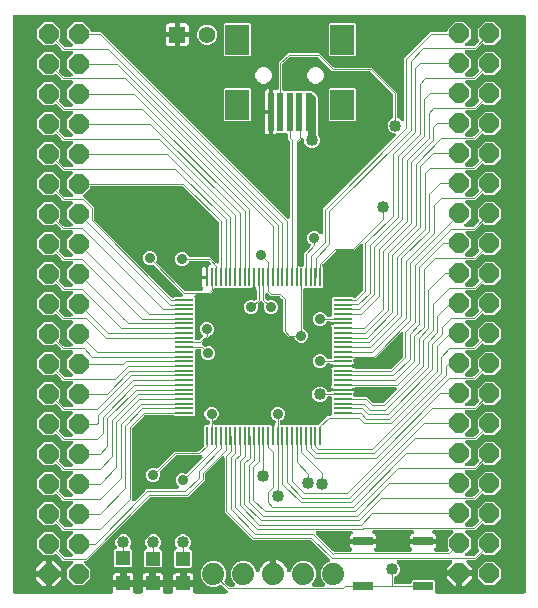
<source format=gbr>
G04 EAGLE Gerber RS-274X export*
G75*
%MOMM*%
%FSLAX34Y34*%
%LPD*%
%INTop Copper*%
%IPPOS*%
%AMOC8*
5,1,8,0,0,1.08239X$1,22.5*%
G01*
%ADD10R,0.230000X1.500000*%
%ADD11R,1.500000X0.230000*%
%ADD12R,2.000000X2.500000*%
%ADD13R,0.500000X3.300000*%
%ADD14C,1.879600*%
%ADD15R,1.409600X1.409600*%
%ADD16C,1.409600*%
%ADD17P,1.759533X8X292.500000*%
%ADD18R,1.200000X1.200000*%
%ADD19R,1.651000X0.762000*%
%ADD20C,0.012700*%
%ADD21C,1.016000*%
%ADD22C,0.889000*%
%ADD23C,0.025400*%
%ADD24C,0.711200*%

G36*
X86772Y2293D02*
X86772Y2293D01*
X86823Y2290D01*
X86945Y2312D01*
X87068Y2327D01*
X87116Y2344D01*
X87166Y2353D01*
X87280Y2402D01*
X87396Y2444D01*
X87439Y2472D01*
X87486Y2492D01*
X87585Y2566D01*
X87689Y2633D01*
X87724Y2670D01*
X87765Y2700D01*
X87845Y2795D01*
X87931Y2884D01*
X87957Y2928D01*
X87990Y2967D01*
X88046Y3077D01*
X88110Y3183D01*
X88125Y3231D01*
X88149Y3277D01*
X88178Y3397D01*
X88216Y3515D01*
X88220Y3566D01*
X88232Y3615D01*
X88234Y3739D01*
X88244Y3862D01*
X88236Y3913D01*
X88237Y3964D01*
X88193Y4204D01*
X88045Y4756D01*
X88045Y8091D01*
X95110Y8091D01*
X95136Y8094D01*
X95162Y8092D01*
X95309Y8114D01*
X95456Y8131D01*
X95481Y8139D01*
X95507Y8143D01*
X95644Y8198D01*
X95784Y8248D01*
X95806Y8262D01*
X95831Y8272D01*
X95952Y8357D01*
X96077Y8437D01*
X96095Y8456D01*
X96117Y8471D01*
X96216Y8581D01*
X96319Y8688D01*
X96333Y8710D01*
X96350Y8730D01*
X96422Y8860D01*
X96498Y8987D01*
X96506Y9012D01*
X96519Y9035D01*
X96559Y9177D01*
X96584Y9254D01*
X96588Y9243D01*
X96592Y9217D01*
X96646Y9079D01*
X96696Y8940D01*
X96711Y8918D01*
X96720Y8893D01*
X96805Y8772D01*
X96885Y8647D01*
X96904Y8629D01*
X96919Y8607D01*
X97029Y8508D01*
X97136Y8405D01*
X97159Y8391D01*
X97178Y8374D01*
X97308Y8302D01*
X97435Y8226D01*
X97460Y8218D01*
X97483Y8205D01*
X97626Y8165D01*
X97767Y8120D01*
X97793Y8117D01*
X97818Y8110D01*
X98062Y8091D01*
X105127Y8091D01*
X105127Y4756D01*
X104979Y4204D01*
X104972Y4154D01*
X104956Y4105D01*
X104946Y3982D01*
X104928Y3860D01*
X104932Y3809D01*
X104928Y3758D01*
X104946Y3635D01*
X104957Y3512D01*
X104972Y3464D01*
X104980Y3413D01*
X105025Y3298D01*
X105063Y3180D01*
X105090Y3137D01*
X105108Y3089D01*
X105179Y2988D01*
X105243Y2882D01*
X105278Y2845D01*
X105307Y2803D01*
X105399Y2720D01*
X105485Y2631D01*
X105528Y2604D01*
X105566Y2570D01*
X105674Y2510D01*
X105778Y2443D01*
X105827Y2426D01*
X105871Y2401D01*
X105990Y2368D01*
X106107Y2326D01*
X106157Y2320D01*
X106207Y2306D01*
X106450Y2287D01*
X111751Y2287D01*
X111802Y2293D01*
X111853Y2290D01*
X111975Y2312D01*
X112097Y2327D01*
X112145Y2344D01*
X112196Y2353D01*
X112309Y2402D01*
X112426Y2444D01*
X112468Y2472D01*
X112515Y2492D01*
X112614Y2566D01*
X112718Y2633D01*
X112754Y2670D01*
X112795Y2700D01*
X112874Y2795D01*
X112961Y2884D01*
X112987Y2928D01*
X113020Y2967D01*
X113076Y3077D01*
X113139Y3183D01*
X113155Y3231D01*
X113178Y3277D01*
X113208Y3397D01*
X113246Y3515D01*
X113250Y3566D01*
X113262Y3615D01*
X113264Y3739D01*
X113274Y3862D01*
X113266Y3913D01*
X113267Y3964D01*
X113223Y4204D01*
X113126Y4564D01*
X113126Y7899D01*
X120191Y7899D01*
X120217Y7902D01*
X120243Y7900D01*
X120390Y7922D01*
X120537Y7939D01*
X120562Y7947D01*
X120588Y7951D01*
X120725Y8006D01*
X120865Y8056D01*
X120887Y8070D01*
X120912Y8080D01*
X121033Y8165D01*
X121158Y8245D01*
X121176Y8264D01*
X121198Y8279D01*
X121297Y8389D01*
X121400Y8496D01*
X121414Y8518D01*
X121431Y8538D01*
X121503Y8668D01*
X121579Y8795D01*
X121587Y8820D01*
X121600Y8843D01*
X121640Y8986D01*
X121665Y9062D01*
X121669Y9051D01*
X121673Y9025D01*
X121727Y8887D01*
X121777Y8748D01*
X121792Y8726D01*
X121801Y8701D01*
X121886Y8580D01*
X121966Y8455D01*
X121985Y8437D01*
X122000Y8415D01*
X122110Y8316D01*
X122217Y8213D01*
X122240Y8199D01*
X122259Y8182D01*
X122389Y8110D01*
X122516Y8034D01*
X122541Y8026D01*
X122564Y8013D01*
X122707Y7973D01*
X122848Y7928D01*
X122874Y7925D01*
X122899Y7918D01*
X123143Y7899D01*
X130208Y7899D01*
X130208Y4564D01*
X130111Y4204D01*
X130104Y4154D01*
X130088Y4105D01*
X130079Y3982D01*
X130060Y3860D01*
X130065Y3809D01*
X130060Y3758D01*
X130079Y3635D01*
X130089Y3512D01*
X130105Y3464D01*
X130112Y3413D01*
X130158Y3298D01*
X130196Y3180D01*
X130222Y3137D01*
X130241Y3089D01*
X130311Y2988D01*
X130375Y2882D01*
X130411Y2845D01*
X130440Y2803D01*
X130532Y2720D01*
X130618Y2631D01*
X130661Y2604D01*
X130699Y2570D01*
X130807Y2510D01*
X130911Y2443D01*
X130959Y2426D01*
X131004Y2401D01*
X131123Y2367D01*
X131239Y2326D01*
X131290Y2320D01*
X131339Y2306D01*
X131583Y2287D01*
X137323Y2287D01*
X137374Y2293D01*
X137425Y2290D01*
X137547Y2312D01*
X137670Y2327D01*
X137718Y2344D01*
X137768Y2353D01*
X137881Y2402D01*
X137998Y2444D01*
X138041Y2472D01*
X138087Y2492D01*
X138187Y2566D01*
X138290Y2633D01*
X138326Y2670D01*
X138367Y2700D01*
X138447Y2795D01*
X138533Y2884D01*
X138559Y2928D01*
X138592Y2967D01*
X138648Y3077D01*
X138711Y3183D01*
X138727Y3232D01*
X138750Y3277D01*
X138780Y3397D01*
X138818Y3515D01*
X138822Y3566D01*
X138834Y3615D01*
X138836Y3739D01*
X138846Y3862D01*
X138838Y3913D01*
X138839Y3964D01*
X138795Y4204D01*
X138794Y4207D01*
X138715Y4500D01*
X138715Y7836D01*
X145780Y7836D01*
X145806Y7839D01*
X145832Y7837D01*
X145979Y7859D01*
X146126Y7876D01*
X146151Y7884D01*
X146177Y7888D01*
X146314Y7943D01*
X146454Y7993D01*
X146476Y8007D01*
X146501Y8017D01*
X146622Y8102D01*
X146747Y8182D01*
X146765Y8201D01*
X146787Y8216D01*
X146886Y8326D01*
X146989Y8433D01*
X147003Y8455D01*
X147020Y8475D01*
X147092Y8605D01*
X147168Y8732D01*
X147176Y8757D01*
X147189Y8780D01*
X147229Y8923D01*
X147254Y8999D01*
X147258Y8988D01*
X147262Y8962D01*
X147316Y8824D01*
X147366Y8685D01*
X147381Y8663D01*
X147390Y8638D01*
X147475Y8517D01*
X147555Y8392D01*
X147574Y8374D01*
X147589Y8352D01*
X147699Y8253D01*
X147806Y8150D01*
X147829Y8136D01*
X147848Y8119D01*
X147978Y8047D01*
X148105Y7971D01*
X148130Y7963D01*
X148153Y7950D01*
X148296Y7910D01*
X148437Y7865D01*
X148463Y7862D01*
X148488Y7855D01*
X148732Y7836D01*
X155797Y7836D01*
X155797Y4500D01*
X155717Y4204D01*
X155710Y4154D01*
X155694Y4105D01*
X155684Y3982D01*
X155666Y3860D01*
X155670Y3809D01*
X155666Y3758D01*
X155685Y3636D01*
X155695Y3512D01*
X155710Y3464D01*
X155718Y3413D01*
X155764Y3298D01*
X155802Y3180D01*
X155828Y3137D01*
X155847Y3089D01*
X155917Y2988D01*
X155981Y2882D01*
X156017Y2845D01*
X156046Y2803D01*
X156137Y2720D01*
X156224Y2631D01*
X156267Y2604D01*
X156304Y2570D01*
X156413Y2510D01*
X156517Y2443D01*
X156565Y2426D01*
X156609Y2401D01*
X156729Y2367D01*
X156845Y2326D01*
X156896Y2320D01*
X156945Y2306D01*
X157189Y2287D01*
X183497Y2287D01*
X183597Y2298D01*
X183697Y2300D01*
X183769Y2318D01*
X183843Y2327D01*
X183937Y2360D01*
X184035Y2385D01*
X184101Y2419D01*
X184171Y2444D01*
X184255Y2499D01*
X184345Y2545D01*
X184401Y2593D01*
X184464Y2633D01*
X184534Y2705D01*
X184610Y2770D01*
X184654Y2830D01*
X184706Y2884D01*
X184758Y2970D01*
X184817Y3051D01*
X184847Y3119D01*
X184885Y3183D01*
X184916Y3279D01*
X184955Y3371D01*
X184968Y3444D01*
X184991Y3515D01*
X184999Y3615D01*
X185017Y3714D01*
X185013Y3788D01*
X185019Y3862D01*
X185004Y3962D01*
X184999Y4062D01*
X184978Y4133D01*
X184967Y4207D01*
X184930Y4300D01*
X184902Y4397D01*
X184866Y4462D01*
X184839Y4531D01*
X184781Y4613D01*
X184732Y4701D01*
X184667Y4777D01*
X184640Y4817D01*
X184613Y4841D01*
X184574Y4887D01*
X180402Y9059D01*
X180342Y9106D01*
X180289Y9161D01*
X180206Y9214D01*
X180129Y9275D01*
X180060Y9308D01*
X179996Y9349D01*
X179903Y9382D01*
X179814Y9424D01*
X179740Y9440D01*
X179668Y9466D01*
X179570Y9477D01*
X179474Y9497D01*
X179397Y9496D01*
X179321Y9505D01*
X179223Y9493D01*
X179125Y9491D01*
X179051Y9473D01*
X178975Y9464D01*
X178833Y9418D01*
X178787Y9406D01*
X178770Y9398D01*
X178742Y9389D01*
X175084Y7873D01*
X170738Y7873D01*
X166724Y9536D01*
X163651Y12609D01*
X161988Y16623D01*
X161988Y20969D01*
X163651Y24983D01*
X166724Y28056D01*
X170738Y29719D01*
X175084Y29719D01*
X179098Y28056D01*
X182171Y24983D01*
X183834Y20969D01*
X183834Y16623D01*
X182318Y12965D01*
X182297Y12891D01*
X182267Y12821D01*
X182250Y12724D01*
X182223Y12630D01*
X182219Y12553D01*
X182205Y12478D01*
X182210Y12380D01*
X182206Y12281D01*
X182219Y12206D01*
X182223Y12130D01*
X182250Y12035D01*
X182268Y11939D01*
X182299Y11868D01*
X182320Y11795D01*
X182368Y11709D01*
X182407Y11619D01*
X182453Y11558D01*
X182490Y11491D01*
X182587Y11377D01*
X182615Y11339D01*
X182630Y11327D01*
X182648Y11305D01*
X185315Y8638D01*
X185414Y8560D01*
X185508Y8475D01*
X185550Y8452D01*
X185588Y8422D01*
X185702Y8368D01*
X185813Y8307D01*
X185859Y8293D01*
X185903Y8273D01*
X186026Y8246D01*
X186148Y8212D01*
X186209Y8207D01*
X186244Y8199D01*
X186292Y8200D01*
X186392Y8192D01*
X189790Y8192D01*
X189890Y8204D01*
X189990Y8205D01*
X190063Y8224D01*
X190136Y8232D01*
X190231Y8266D01*
X190328Y8290D01*
X190395Y8325D01*
X190465Y8350D01*
X190549Y8404D01*
X190638Y8450D01*
X190695Y8498D01*
X190757Y8539D01*
X190827Y8611D01*
X190904Y8676D01*
X190948Y8736D01*
X191000Y8789D01*
X191051Y8875D01*
X191111Y8956D01*
X191140Y9025D01*
X191178Y9088D01*
X191209Y9184D01*
X191249Y9276D01*
X191262Y9349D01*
X191285Y9420D01*
X191293Y9520D01*
X191310Y9619D01*
X191307Y9694D01*
X191313Y9768D01*
X191298Y9867D01*
X191293Y9967D01*
X191272Y10039D01*
X191261Y10112D01*
X191224Y10206D01*
X191196Y10302D01*
X191160Y10367D01*
X191132Y10436D01*
X191075Y10519D01*
X191026Y10606D01*
X190961Y10683D01*
X190933Y10722D01*
X190907Y10746D01*
X190867Y10793D01*
X189051Y12609D01*
X187388Y16623D01*
X187388Y20969D01*
X189051Y24983D01*
X192124Y28056D01*
X196138Y29719D01*
X200484Y29719D01*
X204498Y28056D01*
X207571Y24983D01*
X209144Y21184D01*
X209196Y21092D01*
X209238Y20996D01*
X209280Y20940D01*
X209314Y20880D01*
X209385Y20801D01*
X209448Y20717D01*
X209501Y20673D01*
X209548Y20621D01*
X209635Y20561D01*
X209715Y20494D01*
X209777Y20463D01*
X209835Y20423D01*
X209933Y20385D01*
X210027Y20337D01*
X210094Y20321D01*
X210159Y20295D01*
X210263Y20280D01*
X210365Y20255D01*
X210435Y20255D01*
X210504Y20245D01*
X210609Y20253D01*
X210714Y20252D01*
X210782Y20268D01*
X210851Y20273D01*
X210951Y20306D01*
X211054Y20329D01*
X211116Y20359D01*
X211183Y20381D01*
X211273Y20435D01*
X211368Y20481D01*
X211422Y20524D01*
X211481Y20560D01*
X211557Y20634D01*
X211639Y20700D01*
X211681Y20755D01*
X211731Y20803D01*
X211788Y20892D01*
X211853Y20975D01*
X211882Y21038D01*
X211919Y21096D01*
X211955Y21196D01*
X211999Y21291D01*
X212020Y21381D01*
X212036Y21425D01*
X212040Y21463D01*
X212056Y21529D01*
X212066Y21592D01*
X212647Y23379D01*
X213500Y25053D01*
X214605Y26574D01*
X215933Y27902D01*
X217454Y29007D01*
X219128Y29860D01*
X220915Y30441D01*
X221172Y30481D01*
X221172Y19812D01*
X221175Y19786D01*
X221173Y19760D01*
X221195Y19613D01*
X221212Y19466D01*
X221220Y19441D01*
X221224Y19415D01*
X221279Y19278D01*
X221329Y19138D01*
X221343Y19116D01*
X221353Y19091D01*
X221438Y18970D01*
X221518Y18845D01*
X221537Y18827D01*
X221552Y18805D01*
X221662Y18706D01*
X221769Y18603D01*
X221791Y18589D01*
X221811Y18572D01*
X221941Y18500D01*
X222068Y18424D01*
X222093Y18416D01*
X222116Y18403D01*
X222259Y18363D01*
X222400Y18318D01*
X222426Y18316D01*
X222451Y18309D01*
X222695Y18289D01*
X224727Y18289D01*
X224753Y18292D01*
X224779Y18290D01*
X224926Y18312D01*
X225073Y18329D01*
X225098Y18338D01*
X225124Y18342D01*
X225262Y18396D01*
X225401Y18446D01*
X225423Y18461D01*
X225448Y18470D01*
X225569Y18555D01*
X225694Y18635D01*
X225712Y18654D01*
X225734Y18669D01*
X225833Y18779D01*
X225936Y18886D01*
X225950Y18909D01*
X225967Y18928D01*
X226039Y19058D01*
X226115Y19185D01*
X226123Y19210D01*
X226136Y19233D01*
X226176Y19376D01*
X226221Y19517D01*
X226223Y19543D01*
X226231Y19568D01*
X226250Y19812D01*
X226250Y30481D01*
X226507Y30441D01*
X228294Y29860D01*
X229968Y29007D01*
X231489Y27902D01*
X232817Y26574D01*
X233922Y25053D01*
X234775Y23379D01*
X235356Y21592D01*
X235366Y21529D01*
X235394Y21428D01*
X235413Y21324D01*
X235441Y21260D01*
X235459Y21193D01*
X235510Y21101D01*
X235552Y21004D01*
X235593Y20948D01*
X235626Y20888D01*
X235697Y20809D01*
X235760Y20724D01*
X235813Y20680D01*
X235859Y20628D01*
X235945Y20567D01*
X236026Y20499D01*
X236087Y20468D01*
X236144Y20428D01*
X236242Y20389D01*
X236336Y20341D01*
X236403Y20324D01*
X236468Y20298D01*
X236572Y20282D01*
X236674Y20256D01*
X236743Y20255D01*
X236812Y20245D01*
X236917Y20253D01*
X237023Y20251D01*
X237090Y20266D01*
X237160Y20272D01*
X237260Y20303D01*
X237363Y20326D01*
X237426Y20356D01*
X237492Y20376D01*
X237583Y20430D01*
X237678Y20475D01*
X237732Y20519D01*
X237792Y20554D01*
X237868Y20627D01*
X237950Y20693D01*
X237993Y20747D01*
X238043Y20795D01*
X238101Y20884D01*
X238166Y20966D01*
X238208Y21049D01*
X238233Y21087D01*
X238247Y21124D01*
X238278Y21184D01*
X239851Y24983D01*
X242924Y28056D01*
X246938Y29719D01*
X251284Y29719D01*
X255298Y28056D01*
X258371Y24983D01*
X260034Y20969D01*
X260034Y16623D01*
X258371Y12609D01*
X256555Y10793D01*
X256492Y10714D01*
X256422Y10642D01*
X256384Y10578D01*
X256338Y10520D01*
X256295Y10429D01*
X256244Y10343D01*
X256221Y10272D01*
X256189Y10204D01*
X256168Y10106D01*
X256137Y10011D01*
X256131Y9936D01*
X256116Y9864D01*
X256117Y9763D01*
X256109Y9663D01*
X256120Y9590D01*
X256122Y9515D01*
X256146Y9418D01*
X256161Y9319D01*
X256189Y9249D01*
X256207Y9177D01*
X256253Y9088D01*
X256290Y8995D01*
X256332Y8934D01*
X256366Y8868D01*
X256431Y8791D01*
X256489Y8709D01*
X256544Y8659D01*
X256592Y8602D01*
X256673Y8542D01*
X256748Y8475D01*
X256813Y8439D01*
X256872Y8395D01*
X256965Y8355D01*
X257053Y8307D01*
X257124Y8286D01*
X257192Y8257D01*
X257291Y8239D01*
X257388Y8212D01*
X257488Y8204D01*
X257535Y8195D01*
X257571Y8197D01*
X257632Y8192D01*
X265990Y8192D01*
X266090Y8204D01*
X266190Y8205D01*
X266263Y8224D01*
X266336Y8232D01*
X266431Y8266D01*
X266528Y8290D01*
X266595Y8325D01*
X266665Y8350D01*
X266749Y8404D01*
X266838Y8450D01*
X266895Y8498D01*
X266957Y8539D01*
X267027Y8611D01*
X267104Y8676D01*
X267148Y8736D01*
X267200Y8789D01*
X267251Y8875D01*
X267311Y8956D01*
X267340Y9025D01*
X267378Y9088D01*
X267409Y9184D01*
X267449Y9276D01*
X267462Y9349D01*
X267485Y9420D01*
X267493Y9520D01*
X267510Y9619D01*
X267507Y9694D01*
X267513Y9768D01*
X267498Y9867D01*
X267493Y9967D01*
X267472Y10039D01*
X267461Y10112D01*
X267424Y10206D01*
X267396Y10302D01*
X267360Y10367D01*
X267332Y10436D01*
X267275Y10519D01*
X267226Y10606D01*
X267161Y10683D01*
X267133Y10722D01*
X267107Y10746D01*
X267067Y10793D01*
X265251Y12609D01*
X263588Y16623D01*
X263588Y20969D01*
X265251Y24983D01*
X268324Y28056D01*
X270853Y29103D01*
X270984Y29176D01*
X271118Y29245D01*
X271136Y29261D01*
X271158Y29273D01*
X271269Y29374D01*
X271383Y29471D01*
X271398Y29491D01*
X271416Y29507D01*
X271501Y29631D01*
X271591Y29751D01*
X271600Y29774D01*
X271614Y29794D01*
X271669Y29934D01*
X271729Y30071D01*
X271733Y30095D01*
X271742Y30118D01*
X271764Y30266D01*
X271790Y30414D01*
X271789Y30439D01*
X271792Y30463D01*
X271780Y30613D01*
X271772Y30763D01*
X271766Y30786D01*
X271764Y30810D01*
X271717Y30953D01*
X271676Y31097D01*
X271664Y31118D01*
X271656Y31142D01*
X271579Y31271D01*
X271506Y31402D01*
X271487Y31424D01*
X271477Y31440D01*
X271444Y31474D01*
X271347Y31588D01*
X255693Y47242D01*
X255594Y47320D01*
X255500Y47405D01*
X255458Y47428D01*
X255420Y47458D01*
X255306Y47512D01*
X255195Y47573D01*
X255149Y47587D01*
X255105Y47607D01*
X254982Y47634D01*
X254860Y47668D01*
X254799Y47673D01*
X254764Y47681D01*
X254716Y47680D01*
X254616Y47688D01*
X205844Y47688D01*
X182308Y71224D01*
X182308Y116948D01*
X182296Y117048D01*
X182295Y117148D01*
X182276Y117221D01*
X182268Y117294D01*
X182234Y117389D01*
X182210Y117486D01*
X182175Y117553D01*
X182150Y117623D01*
X182096Y117707D01*
X182050Y117796D01*
X182002Y117853D01*
X181961Y117915D01*
X181889Y117985D01*
X181824Y118062D01*
X181764Y118106D01*
X181711Y118158D01*
X181625Y118209D01*
X181544Y118269D01*
X181475Y118298D01*
X181412Y118336D01*
X181316Y118367D01*
X181224Y118407D01*
X181151Y118420D01*
X181080Y118443D01*
X180980Y118451D01*
X180881Y118468D01*
X180806Y118465D01*
X180732Y118471D01*
X180633Y118456D01*
X180533Y118451D01*
X180461Y118430D01*
X180388Y118419D01*
X180294Y118382D01*
X180198Y118354D01*
X180133Y118318D01*
X180064Y118290D01*
X179981Y118233D01*
X179894Y118184D01*
X179817Y118119D01*
X179778Y118091D01*
X179754Y118065D01*
X179707Y118025D01*
X166118Y104436D01*
X166040Y104337D01*
X165955Y104243D01*
X165932Y104201D01*
X165902Y104163D01*
X165848Y104049D01*
X165787Y103938D01*
X165773Y103892D01*
X165753Y103848D01*
X165726Y103725D01*
X165692Y103603D01*
X165687Y103542D01*
X165679Y103507D01*
X165680Y103459D01*
X165672Y103359D01*
X165672Y98275D01*
X151280Y83883D01*
X119780Y83883D01*
X119654Y83868D01*
X119528Y83862D01*
X119482Y83848D01*
X119434Y83843D01*
X119315Y83800D01*
X119193Y83765D01*
X119151Y83742D01*
X119106Y83725D01*
X118999Y83657D01*
X118889Y83595D01*
X118843Y83556D01*
X118813Y83536D01*
X118779Y83502D01*
X118703Y83437D01*
X65428Y30162D01*
X65019Y30162D01*
X64919Y30150D01*
X64819Y30149D01*
X64746Y30130D01*
X64672Y30122D01*
X64578Y30088D01*
X64481Y30064D01*
X64414Y30029D01*
X64344Y30004D01*
X64260Y29950D01*
X64171Y29904D01*
X64114Y29856D01*
X64052Y29815D01*
X63982Y29743D01*
X63905Y29678D01*
X63861Y29618D01*
X63809Y29565D01*
X63758Y29479D01*
X63698Y29398D01*
X63669Y29329D01*
X63631Y29266D01*
X63600Y29170D01*
X63560Y29078D01*
X63547Y29005D01*
X63524Y28934D01*
X63516Y28834D01*
X63498Y28735D01*
X63502Y28660D01*
X63496Y28586D01*
X63511Y28487D01*
X63516Y28387D01*
X63537Y28315D01*
X63548Y28242D01*
X63585Y28148D01*
X63613Y28052D01*
X63649Y27987D01*
X63677Y27918D01*
X63734Y27835D01*
X63783Y27748D01*
X63848Y27671D01*
X63876Y27632D01*
X63902Y27608D01*
X63942Y27561D01*
X68391Y23112D01*
X68391Y15116D01*
X62736Y9461D01*
X54740Y9461D01*
X49085Y15116D01*
X49085Y23112D01*
X53534Y27561D01*
X53597Y27640D01*
X53667Y27712D01*
X53705Y27776D01*
X53751Y27834D01*
X53794Y27925D01*
X53845Y28011D01*
X53868Y28082D01*
X53900Y28150D01*
X53921Y28248D01*
X53952Y28343D01*
X53958Y28418D01*
X53973Y28490D01*
X53972Y28591D01*
X53980Y28691D01*
X53969Y28764D01*
X53967Y28839D01*
X53943Y28936D01*
X53928Y29035D01*
X53901Y29104D01*
X53882Y29177D01*
X53836Y29266D01*
X53799Y29359D01*
X53757Y29420D01*
X53723Y29486D01*
X53658Y29563D01*
X53600Y29645D01*
X53545Y29695D01*
X53497Y29752D01*
X53416Y29812D01*
X53342Y29879D01*
X53276Y29915D01*
X53217Y29959D01*
X53124Y29999D01*
X53037Y30047D01*
X52965Y30068D01*
X52897Y30097D01*
X52798Y30115D01*
X52701Y30142D01*
X52601Y30150D01*
X52554Y30159D01*
X52518Y30157D01*
X52457Y30162D01*
X45316Y30162D01*
X43940Y31538D01*
X40054Y35424D01*
X40033Y35441D01*
X40016Y35461D01*
X39897Y35549D01*
X39781Y35641D01*
X39757Y35652D01*
X39736Y35668D01*
X39600Y35726D01*
X39465Y35790D01*
X39440Y35795D01*
X39416Y35806D01*
X39270Y35832D01*
X39125Y35863D01*
X39099Y35863D01*
X39073Y35867D01*
X38924Y35860D01*
X38776Y35857D01*
X38751Y35851D01*
X38725Y35850D01*
X38583Y35809D01*
X38438Y35772D01*
X38415Y35760D01*
X38390Y35753D01*
X38261Y35681D01*
X38128Y35613D01*
X38108Y35596D01*
X38086Y35583D01*
X37899Y35424D01*
X37336Y34861D01*
X29340Y34861D01*
X23685Y40516D01*
X23685Y48512D01*
X29340Y54167D01*
X37336Y54167D01*
X42991Y48512D01*
X42991Y40516D01*
X42300Y39825D01*
X42283Y39804D01*
X42263Y39787D01*
X42175Y39668D01*
X42083Y39552D01*
X42072Y39528D01*
X42056Y39507D01*
X41998Y39371D01*
X41934Y39237D01*
X41929Y39211D01*
X41918Y39187D01*
X41892Y39041D01*
X41861Y38896D01*
X41861Y38870D01*
X41857Y38844D01*
X41864Y38695D01*
X41867Y38547D01*
X41873Y38522D01*
X41874Y38496D01*
X41916Y38353D01*
X41952Y38209D01*
X41964Y38186D01*
X41971Y38161D01*
X42044Y38031D01*
X42111Y37900D01*
X42128Y37880D01*
X42141Y37857D01*
X42300Y37670D01*
X46186Y33784D01*
X46285Y33706D01*
X46379Y33621D01*
X46421Y33598D01*
X46459Y33568D01*
X46573Y33514D01*
X46684Y33453D01*
X46730Y33439D01*
X46774Y33419D01*
X46897Y33392D01*
X47019Y33358D01*
X47080Y33353D01*
X47115Y33345D01*
X47163Y33346D01*
X47263Y33338D01*
X52585Y33338D01*
X52685Y33350D01*
X52785Y33351D01*
X52858Y33370D01*
X52932Y33378D01*
X53026Y33412D01*
X53123Y33436D01*
X53190Y33471D01*
X53260Y33496D01*
X53344Y33550D01*
X53433Y33596D01*
X53490Y33644D01*
X53552Y33685D01*
X53622Y33757D01*
X53699Y33822D01*
X53743Y33882D01*
X53795Y33935D01*
X53846Y34021D01*
X53906Y34102D01*
X53935Y34171D01*
X53973Y34234D01*
X54004Y34330D01*
X54044Y34422D01*
X54057Y34495D01*
X54080Y34566D01*
X54088Y34666D01*
X54106Y34765D01*
X54102Y34840D01*
X54108Y34914D01*
X54093Y35013D01*
X54088Y35113D01*
X54067Y35185D01*
X54056Y35258D01*
X54019Y35352D01*
X53991Y35448D01*
X53955Y35513D01*
X53927Y35582D01*
X53870Y35665D01*
X53821Y35752D01*
X53756Y35829D01*
X53728Y35868D01*
X53702Y35892D01*
X53662Y35939D01*
X49085Y40516D01*
X49085Y48512D01*
X53534Y52961D01*
X53597Y53040D01*
X53667Y53112D01*
X53705Y53176D01*
X53751Y53234D01*
X53794Y53325D01*
X53845Y53411D01*
X53868Y53482D01*
X53900Y53550D01*
X53921Y53648D01*
X53952Y53743D01*
X53958Y53818D01*
X53973Y53890D01*
X53972Y53991D01*
X53980Y54091D01*
X53969Y54164D01*
X53967Y54239D01*
X53943Y54336D01*
X53928Y54435D01*
X53901Y54504D01*
X53882Y54577D01*
X53836Y54666D01*
X53799Y54759D01*
X53757Y54820D01*
X53723Y54886D01*
X53658Y54963D01*
X53600Y55045D01*
X53545Y55095D01*
X53497Y55152D01*
X53416Y55212D01*
X53342Y55279D01*
X53276Y55315D01*
X53217Y55359D01*
X53124Y55399D01*
X53037Y55447D01*
X52965Y55468D01*
X52897Y55497D01*
X52798Y55515D01*
X52701Y55542D01*
X52601Y55550D01*
X52554Y55559D01*
X52518Y55557D01*
X52457Y55562D01*
X45570Y55562D01*
X44194Y56938D01*
X40181Y60951D01*
X40160Y60968D01*
X40143Y60988D01*
X40024Y61076D01*
X39908Y61168D01*
X39884Y61179D01*
X39863Y61195D01*
X39727Y61253D01*
X39592Y61317D01*
X39567Y61322D01*
X39543Y61333D01*
X39397Y61359D01*
X39252Y61390D01*
X39226Y61390D01*
X39200Y61394D01*
X39051Y61387D01*
X38903Y61384D01*
X38878Y61378D01*
X38852Y61377D01*
X38710Y61336D01*
X38565Y61299D01*
X38542Y61287D01*
X38517Y61280D01*
X38388Y61208D01*
X38255Y61140D01*
X38235Y61123D01*
X38213Y61110D01*
X38026Y60951D01*
X37336Y60261D01*
X29340Y60261D01*
X23685Y65916D01*
X23685Y73912D01*
X29340Y79567D01*
X37336Y79567D01*
X42991Y73912D01*
X42991Y65916D01*
X42427Y65352D01*
X42410Y65331D01*
X42390Y65314D01*
X42302Y65195D01*
X42210Y65079D01*
X42199Y65055D01*
X42183Y65034D01*
X42124Y64897D01*
X42061Y64764D01*
X42056Y64738D01*
X42045Y64714D01*
X42019Y64568D01*
X41988Y64423D01*
X41988Y64397D01*
X41984Y64371D01*
X41991Y64222D01*
X41994Y64074D01*
X42000Y64049D01*
X42001Y64023D01*
X42043Y63880D01*
X42079Y63736D01*
X42091Y63713D01*
X42098Y63688D01*
X42171Y63558D01*
X42238Y63427D01*
X42255Y63407D01*
X42268Y63384D01*
X42427Y63197D01*
X46440Y59184D01*
X46539Y59106D01*
X46633Y59021D01*
X46675Y58998D01*
X46713Y58968D01*
X46827Y58914D01*
X46938Y58853D01*
X46984Y58839D01*
X47028Y58819D01*
X47151Y58792D01*
X47273Y58758D01*
X47334Y58753D01*
X47369Y58745D01*
X47417Y58746D01*
X47517Y58738D01*
X52585Y58738D01*
X52685Y58750D01*
X52785Y58751D01*
X52858Y58770D01*
X52932Y58778D01*
X53026Y58812D01*
X53123Y58836D01*
X53190Y58871D01*
X53260Y58896D01*
X53344Y58950D01*
X53433Y58996D01*
X53490Y59044D01*
X53552Y59085D01*
X53622Y59157D01*
X53699Y59222D01*
X53743Y59282D01*
X53795Y59335D01*
X53846Y59421D01*
X53906Y59502D01*
X53935Y59571D01*
X53973Y59634D01*
X54004Y59730D01*
X54044Y59822D01*
X54057Y59895D01*
X54080Y59966D01*
X54088Y60066D01*
X54106Y60165D01*
X54102Y60240D01*
X54108Y60314D01*
X54093Y60413D01*
X54088Y60513D01*
X54067Y60585D01*
X54056Y60658D01*
X54019Y60752D01*
X53991Y60848D01*
X53955Y60913D01*
X53927Y60982D01*
X53870Y61065D01*
X53821Y61152D01*
X53756Y61229D01*
X53728Y61268D01*
X53702Y61292D01*
X53662Y61339D01*
X49085Y65916D01*
X49085Y73912D01*
X53534Y78361D01*
X53597Y78440D01*
X53667Y78512D01*
X53705Y78576D01*
X53751Y78634D01*
X53794Y78725D01*
X53845Y78811D01*
X53868Y78882D01*
X53900Y78950D01*
X53921Y79048D01*
X53952Y79143D01*
X53958Y79218D01*
X53973Y79290D01*
X53972Y79391D01*
X53980Y79491D01*
X53969Y79564D01*
X53967Y79639D01*
X53943Y79736D01*
X53928Y79835D01*
X53901Y79904D01*
X53882Y79977D01*
X53836Y80066D01*
X53799Y80159D01*
X53757Y80220D01*
X53723Y80286D01*
X53658Y80363D01*
X53600Y80445D01*
X53545Y80495D01*
X53497Y80552D01*
X53416Y80612D01*
X53342Y80679D01*
X53276Y80715D01*
X53217Y80759D01*
X53124Y80799D01*
X53037Y80847D01*
X52965Y80868D01*
X52897Y80897D01*
X52798Y80915D01*
X52701Y80942D01*
X52601Y80950D01*
X52554Y80959D01*
X52518Y80957D01*
X52457Y80962D01*
X45316Y80962D01*
X43940Y82338D01*
X40054Y86224D01*
X40033Y86241D01*
X40016Y86261D01*
X39897Y86349D01*
X39781Y86441D01*
X39757Y86452D01*
X39736Y86468D01*
X39600Y86526D01*
X39465Y86590D01*
X39440Y86595D01*
X39416Y86606D01*
X39270Y86632D01*
X39125Y86663D01*
X39099Y86663D01*
X39073Y86667D01*
X38924Y86660D01*
X38776Y86657D01*
X38751Y86651D01*
X38725Y86650D01*
X38583Y86609D01*
X38438Y86572D01*
X38415Y86560D01*
X38390Y86553D01*
X38261Y86481D01*
X38128Y86413D01*
X38108Y86396D01*
X38086Y86383D01*
X37899Y86224D01*
X37336Y85661D01*
X29340Y85661D01*
X23685Y91316D01*
X23685Y99312D01*
X29340Y104967D01*
X37336Y104967D01*
X42991Y99312D01*
X42991Y91316D01*
X42300Y90625D01*
X42283Y90604D01*
X42263Y90587D01*
X42175Y90468D01*
X42083Y90352D01*
X42072Y90328D01*
X42056Y90307D01*
X41998Y90171D01*
X41934Y90037D01*
X41929Y90011D01*
X41918Y89987D01*
X41892Y89841D01*
X41861Y89696D01*
X41861Y89670D01*
X41857Y89644D01*
X41864Y89495D01*
X41867Y89347D01*
X41873Y89322D01*
X41874Y89296D01*
X41916Y89153D01*
X41952Y89009D01*
X41964Y88986D01*
X41971Y88961D01*
X42044Y88831D01*
X42111Y88700D01*
X42128Y88680D01*
X42141Y88657D01*
X42300Y88470D01*
X46186Y84584D01*
X46285Y84506D01*
X46379Y84421D01*
X46421Y84398D01*
X46459Y84368D01*
X46573Y84314D01*
X46684Y84253D01*
X46730Y84239D01*
X46774Y84219D01*
X46897Y84192D01*
X47019Y84158D01*
X47080Y84153D01*
X47115Y84145D01*
X47163Y84146D01*
X47263Y84138D01*
X52585Y84138D01*
X52685Y84150D01*
X52785Y84151D01*
X52858Y84170D01*
X52932Y84178D01*
X53026Y84212D01*
X53123Y84236D01*
X53190Y84271D01*
X53260Y84296D01*
X53344Y84350D01*
X53433Y84396D01*
X53490Y84444D01*
X53552Y84485D01*
X53622Y84557D01*
X53699Y84622D01*
X53743Y84682D01*
X53795Y84735D01*
X53846Y84821D01*
X53906Y84902D01*
X53935Y84971D01*
X53973Y85034D01*
X54004Y85130D01*
X54044Y85222D01*
X54057Y85295D01*
X54080Y85366D01*
X54088Y85466D01*
X54106Y85565D01*
X54102Y85640D01*
X54108Y85714D01*
X54093Y85813D01*
X54088Y85913D01*
X54067Y85985D01*
X54056Y86058D01*
X54019Y86152D01*
X53991Y86248D01*
X53955Y86313D01*
X53927Y86382D01*
X53870Y86465D01*
X53821Y86552D01*
X53756Y86629D01*
X53728Y86668D01*
X53702Y86692D01*
X53662Y86739D01*
X49085Y91316D01*
X49085Y99312D01*
X53534Y103761D01*
X53597Y103840D01*
X53667Y103912D01*
X53705Y103976D01*
X53751Y104034D01*
X53794Y104125D01*
X53845Y104211D01*
X53868Y104282D01*
X53900Y104350D01*
X53921Y104448D01*
X53952Y104543D01*
X53958Y104618D01*
X53973Y104690D01*
X53972Y104791D01*
X53980Y104891D01*
X53969Y104964D01*
X53967Y105039D01*
X53943Y105136D01*
X53928Y105235D01*
X53901Y105304D01*
X53882Y105377D01*
X53836Y105466D01*
X53799Y105559D01*
X53757Y105620D01*
X53723Y105686D01*
X53658Y105763D01*
X53600Y105845D01*
X53545Y105895D01*
X53497Y105952D01*
X53416Y106012D01*
X53342Y106079D01*
X53276Y106115D01*
X53217Y106159D01*
X53124Y106199D01*
X53037Y106247D01*
X52965Y106268D01*
X52897Y106297D01*
X52798Y106315D01*
X52701Y106342D01*
X52601Y106350D01*
X52554Y106359D01*
X52518Y106357D01*
X52457Y106362D01*
X45316Y106362D01*
X43940Y107738D01*
X40054Y111624D01*
X40033Y111641D01*
X40016Y111661D01*
X39897Y111749D01*
X39781Y111841D01*
X39757Y111852D01*
X39736Y111868D01*
X39600Y111926D01*
X39465Y111990D01*
X39440Y111995D01*
X39416Y112006D01*
X39270Y112032D01*
X39125Y112063D01*
X39099Y112063D01*
X39073Y112067D01*
X38924Y112060D01*
X38776Y112057D01*
X38751Y112051D01*
X38725Y112050D01*
X38583Y112009D01*
X38438Y111972D01*
X38415Y111960D01*
X38390Y111953D01*
X38261Y111881D01*
X38128Y111813D01*
X38108Y111796D01*
X38086Y111783D01*
X37899Y111624D01*
X37336Y111061D01*
X29340Y111061D01*
X23685Y116716D01*
X23685Y124712D01*
X29340Y130367D01*
X37336Y130367D01*
X42991Y124712D01*
X42991Y116716D01*
X42300Y116025D01*
X42283Y116004D01*
X42263Y115987D01*
X42175Y115868D01*
X42083Y115752D01*
X42072Y115728D01*
X42056Y115707D01*
X41998Y115571D01*
X41934Y115437D01*
X41929Y115411D01*
X41918Y115387D01*
X41892Y115241D01*
X41861Y115096D01*
X41861Y115070D01*
X41857Y115044D01*
X41864Y114895D01*
X41867Y114747D01*
X41873Y114722D01*
X41874Y114696D01*
X41916Y114553D01*
X41952Y114409D01*
X41964Y114386D01*
X41971Y114361D01*
X42044Y114231D01*
X42111Y114100D01*
X42128Y114080D01*
X42141Y114057D01*
X42300Y113870D01*
X46186Y109984D01*
X46285Y109906D01*
X46379Y109821D01*
X46421Y109798D01*
X46459Y109768D01*
X46573Y109714D01*
X46684Y109653D01*
X46730Y109639D01*
X46774Y109619D01*
X46897Y109592D01*
X47019Y109558D01*
X47080Y109553D01*
X47115Y109545D01*
X47163Y109546D01*
X47263Y109538D01*
X52585Y109538D01*
X52685Y109550D01*
X52785Y109551D01*
X52858Y109570D01*
X52932Y109578D01*
X53026Y109612D01*
X53123Y109636D01*
X53190Y109671D01*
X53260Y109696D01*
X53344Y109750D01*
X53433Y109796D01*
X53490Y109844D01*
X53552Y109885D01*
X53622Y109957D01*
X53699Y110022D01*
X53743Y110082D01*
X53795Y110135D01*
X53846Y110221D01*
X53906Y110302D01*
X53935Y110371D01*
X53973Y110434D01*
X54004Y110530D01*
X54044Y110622D01*
X54057Y110695D01*
X54080Y110766D01*
X54088Y110866D01*
X54106Y110965D01*
X54102Y111040D01*
X54108Y111114D01*
X54093Y111213D01*
X54088Y111313D01*
X54067Y111385D01*
X54056Y111458D01*
X54019Y111552D01*
X53991Y111648D01*
X53955Y111713D01*
X53927Y111782D01*
X53870Y111865D01*
X53821Y111952D01*
X53756Y112029D01*
X53728Y112068D01*
X53702Y112092D01*
X53662Y112139D01*
X49085Y116716D01*
X49085Y124712D01*
X53534Y129161D01*
X53597Y129240D01*
X53667Y129312D01*
X53705Y129376D01*
X53751Y129434D01*
X53794Y129525D01*
X53845Y129611D01*
X53868Y129682D01*
X53900Y129750D01*
X53921Y129848D01*
X53952Y129943D01*
X53958Y130018D01*
X53973Y130090D01*
X53972Y130191D01*
X53980Y130291D01*
X53969Y130364D01*
X53967Y130439D01*
X53943Y130536D01*
X53928Y130635D01*
X53901Y130704D01*
X53882Y130777D01*
X53836Y130866D01*
X53799Y130959D01*
X53757Y131020D01*
X53723Y131086D01*
X53658Y131163D01*
X53600Y131245D01*
X53545Y131295D01*
X53497Y131352D01*
X53416Y131412D01*
X53342Y131479D01*
X53276Y131515D01*
X53217Y131559D01*
X53124Y131599D01*
X53037Y131647D01*
X52965Y131668D01*
X52897Y131697D01*
X52798Y131715D01*
X52701Y131742D01*
X52601Y131750D01*
X52554Y131759D01*
X52518Y131757D01*
X52457Y131762D01*
X45316Y131762D01*
X43940Y133138D01*
X40054Y137024D01*
X40033Y137041D01*
X40016Y137061D01*
X39897Y137149D01*
X39781Y137241D01*
X39757Y137252D01*
X39736Y137268D01*
X39600Y137326D01*
X39465Y137390D01*
X39440Y137395D01*
X39416Y137406D01*
X39270Y137432D01*
X39125Y137463D01*
X39099Y137463D01*
X39073Y137467D01*
X38924Y137460D01*
X38776Y137457D01*
X38751Y137451D01*
X38725Y137450D01*
X38583Y137409D01*
X38438Y137372D01*
X38415Y137360D01*
X38390Y137353D01*
X38261Y137281D01*
X38128Y137213D01*
X38108Y137196D01*
X38086Y137183D01*
X37899Y137024D01*
X37336Y136461D01*
X29340Y136461D01*
X23685Y142116D01*
X23685Y150112D01*
X29340Y155767D01*
X37336Y155767D01*
X42991Y150112D01*
X42991Y142116D01*
X42300Y141425D01*
X42283Y141404D01*
X42263Y141387D01*
X42175Y141268D01*
X42083Y141152D01*
X42072Y141128D01*
X42056Y141107D01*
X41998Y140971D01*
X41934Y140837D01*
X41929Y140811D01*
X41918Y140787D01*
X41892Y140641D01*
X41861Y140496D01*
X41861Y140470D01*
X41857Y140444D01*
X41864Y140295D01*
X41867Y140147D01*
X41873Y140122D01*
X41874Y140096D01*
X41916Y139953D01*
X41952Y139809D01*
X41964Y139786D01*
X41971Y139761D01*
X42044Y139631D01*
X42111Y139500D01*
X42128Y139480D01*
X42141Y139457D01*
X42300Y139270D01*
X46186Y135384D01*
X46285Y135306D01*
X46379Y135221D01*
X46421Y135198D01*
X46459Y135168D01*
X46573Y135114D01*
X46684Y135053D01*
X46730Y135039D01*
X46774Y135019D01*
X46897Y134992D01*
X47019Y134958D01*
X47080Y134953D01*
X47115Y134945D01*
X47163Y134946D01*
X47263Y134938D01*
X52585Y134938D01*
X52685Y134950D01*
X52785Y134951D01*
X52858Y134970D01*
X52932Y134978D01*
X53026Y135012D01*
X53123Y135036D01*
X53190Y135071D01*
X53260Y135096D01*
X53344Y135150D01*
X53433Y135196D01*
X53490Y135244D01*
X53552Y135285D01*
X53622Y135357D01*
X53699Y135422D01*
X53743Y135482D01*
X53795Y135535D01*
X53846Y135621D01*
X53906Y135702D01*
X53935Y135771D01*
X53973Y135834D01*
X54004Y135930D01*
X54044Y136022D01*
X54057Y136095D01*
X54080Y136166D01*
X54088Y136266D01*
X54106Y136365D01*
X54102Y136440D01*
X54108Y136514D01*
X54093Y136613D01*
X54088Y136713D01*
X54067Y136785D01*
X54056Y136858D01*
X54019Y136952D01*
X53991Y137048D01*
X53955Y137113D01*
X53927Y137182D01*
X53870Y137265D01*
X53821Y137352D01*
X53756Y137429D01*
X53728Y137468D01*
X53702Y137492D01*
X53662Y137539D01*
X49085Y142116D01*
X49085Y150112D01*
X53280Y154307D01*
X53343Y154386D01*
X53413Y154458D01*
X53451Y154522D01*
X53497Y154580D01*
X53540Y154671D01*
X53591Y154757D01*
X53614Y154828D01*
X53646Y154896D01*
X53667Y154994D01*
X53698Y155089D01*
X53704Y155164D01*
X53719Y155236D01*
X53718Y155337D01*
X53726Y155437D01*
X53715Y155510D01*
X53713Y155585D01*
X53689Y155682D01*
X53674Y155781D01*
X53647Y155850D01*
X53628Y155923D01*
X53582Y156012D01*
X53545Y156105D01*
X53503Y156166D01*
X53469Y156232D01*
X53404Y156309D01*
X53346Y156391D01*
X53291Y156441D01*
X53243Y156498D01*
X53162Y156558D01*
X53088Y156625D01*
X53022Y156661D01*
X52963Y156705D01*
X52870Y156745D01*
X52783Y156793D01*
X52711Y156814D01*
X52643Y156843D01*
X52544Y156861D01*
X52447Y156888D01*
X52347Y156896D01*
X52300Y156905D01*
X52264Y156903D01*
X52203Y156908D01*
X45570Y156908D01*
X44194Y158284D01*
X40054Y162424D01*
X40033Y162441D01*
X40016Y162461D01*
X39897Y162549D01*
X39781Y162641D01*
X39757Y162652D01*
X39736Y162668D01*
X39600Y162726D01*
X39465Y162790D01*
X39440Y162795D01*
X39416Y162806D01*
X39270Y162832D01*
X39125Y162863D01*
X39099Y162863D01*
X39073Y162867D01*
X38924Y162860D01*
X38776Y162857D01*
X38751Y162851D01*
X38725Y162850D01*
X38583Y162809D01*
X38438Y162772D01*
X38415Y162760D01*
X38390Y162753D01*
X38261Y162681D01*
X38128Y162613D01*
X38108Y162596D01*
X38086Y162583D01*
X37899Y162424D01*
X37336Y161861D01*
X29340Y161861D01*
X23685Y167516D01*
X23685Y175512D01*
X29340Y181167D01*
X37336Y181167D01*
X42991Y175512D01*
X42991Y167516D01*
X42300Y166825D01*
X42283Y166804D01*
X42263Y166787D01*
X42175Y166668D01*
X42083Y166552D01*
X42072Y166528D01*
X42056Y166507D01*
X41998Y166371D01*
X41934Y166237D01*
X41929Y166211D01*
X41918Y166187D01*
X41892Y166041D01*
X41861Y165896D01*
X41861Y165870D01*
X41857Y165844D01*
X41864Y165695D01*
X41867Y165547D01*
X41873Y165522D01*
X41874Y165496D01*
X41916Y165353D01*
X41952Y165209D01*
X41964Y165186D01*
X41971Y165161D01*
X42044Y165031D01*
X42111Y164900D01*
X42128Y164880D01*
X42141Y164857D01*
X42300Y164670D01*
X46440Y160530D01*
X46539Y160452D01*
X46633Y160367D01*
X46675Y160344D01*
X46713Y160314D01*
X46827Y160260D01*
X46938Y160199D01*
X46984Y160185D01*
X47028Y160165D01*
X47151Y160138D01*
X47273Y160104D01*
X47334Y160099D01*
X47369Y160091D01*
X47417Y160092D01*
X47517Y160084D01*
X52839Y160084D01*
X52939Y160096D01*
X53039Y160097D01*
X53112Y160116D01*
X53186Y160124D01*
X53280Y160158D01*
X53377Y160182D01*
X53444Y160217D01*
X53514Y160242D01*
X53598Y160296D01*
X53687Y160342D01*
X53744Y160390D01*
X53806Y160431D01*
X53876Y160503D01*
X53953Y160568D01*
X53997Y160628D01*
X54049Y160681D01*
X54100Y160767D01*
X54160Y160848D01*
X54189Y160917D01*
X54227Y160980D01*
X54258Y161076D01*
X54298Y161168D01*
X54311Y161241D01*
X54334Y161312D01*
X54342Y161412D01*
X54360Y161511D01*
X54356Y161586D01*
X54362Y161660D01*
X54347Y161759D01*
X54342Y161859D01*
X54321Y161931D01*
X54310Y162004D01*
X54273Y162098D01*
X54245Y162194D01*
X54209Y162259D01*
X54181Y162328D01*
X54124Y162411D01*
X54075Y162498D01*
X54010Y162575D01*
X53982Y162614D01*
X53956Y162638D01*
X53916Y162685D01*
X49085Y167516D01*
X49085Y175512D01*
X53534Y179961D01*
X53597Y180040D01*
X53667Y180112D01*
X53705Y180176D01*
X53751Y180234D01*
X53794Y180325D01*
X53845Y180411D01*
X53868Y180482D01*
X53900Y180550D01*
X53921Y180648D01*
X53952Y180743D01*
X53958Y180818D01*
X53973Y180890D01*
X53972Y180991D01*
X53980Y181091D01*
X53969Y181164D01*
X53967Y181239D01*
X53943Y181336D01*
X53928Y181435D01*
X53901Y181504D01*
X53882Y181577D01*
X53836Y181666D01*
X53799Y181759D01*
X53757Y181820D01*
X53723Y181886D01*
X53658Y181963D01*
X53600Y182045D01*
X53545Y182095D01*
X53497Y182152D01*
X53416Y182212D01*
X53342Y182279D01*
X53276Y182315D01*
X53217Y182359D01*
X53124Y182399D01*
X53037Y182447D01*
X52965Y182468D01*
X52897Y182497D01*
X52798Y182515D01*
X52701Y182542D01*
X52601Y182550D01*
X52554Y182559D01*
X52518Y182557D01*
X52457Y182562D01*
X45570Y182562D01*
X44194Y183938D01*
X40181Y187951D01*
X40160Y187968D01*
X40143Y187988D01*
X40024Y188076D01*
X39908Y188168D01*
X39884Y188179D01*
X39863Y188195D01*
X39727Y188253D01*
X39592Y188317D01*
X39567Y188322D01*
X39543Y188333D01*
X39397Y188359D01*
X39252Y188390D01*
X39226Y188390D01*
X39200Y188394D01*
X39051Y188387D01*
X38903Y188384D01*
X38878Y188378D01*
X38852Y188377D01*
X38710Y188336D01*
X38565Y188299D01*
X38542Y188287D01*
X38517Y188280D01*
X38388Y188208D01*
X38255Y188140D01*
X38235Y188123D01*
X38213Y188110D01*
X38026Y187951D01*
X37336Y187261D01*
X29340Y187261D01*
X23685Y192916D01*
X23685Y200912D01*
X29340Y206567D01*
X37336Y206567D01*
X42991Y200912D01*
X42991Y192916D01*
X42427Y192352D01*
X42410Y192331D01*
X42390Y192314D01*
X42302Y192195D01*
X42210Y192079D01*
X42199Y192055D01*
X42183Y192034D01*
X42125Y191898D01*
X42061Y191764D01*
X42056Y191738D01*
X42045Y191714D01*
X42019Y191568D01*
X41988Y191423D01*
X41988Y191397D01*
X41984Y191371D01*
X41991Y191222D01*
X41994Y191074D01*
X42000Y191049D01*
X42001Y191023D01*
X42043Y190880D01*
X42079Y190736D01*
X42091Y190713D01*
X42098Y190688D01*
X42171Y190558D01*
X42238Y190427D01*
X42255Y190407D01*
X42268Y190384D01*
X42427Y190197D01*
X46440Y186184D01*
X46539Y186106D01*
X46633Y186021D01*
X46675Y185998D01*
X46713Y185968D01*
X46827Y185914D01*
X46938Y185853D01*
X46984Y185839D01*
X47028Y185819D01*
X47151Y185792D01*
X47273Y185758D01*
X47334Y185753D01*
X47369Y185745D01*
X47417Y185746D01*
X47517Y185738D01*
X52585Y185738D01*
X52685Y185750D01*
X52785Y185751D01*
X52858Y185770D01*
X52932Y185778D01*
X53026Y185812D01*
X53123Y185836D01*
X53190Y185871D01*
X53260Y185896D01*
X53344Y185950D01*
X53433Y185996D01*
X53490Y186044D01*
X53552Y186085D01*
X53622Y186157D01*
X53699Y186222D01*
X53743Y186282D01*
X53795Y186335D01*
X53846Y186421D01*
X53906Y186502D01*
X53935Y186571D01*
X53973Y186634D01*
X54004Y186730D01*
X54044Y186822D01*
X54057Y186895D01*
X54080Y186966D01*
X54088Y187066D01*
X54106Y187165D01*
X54102Y187240D01*
X54108Y187314D01*
X54093Y187413D01*
X54088Y187513D01*
X54067Y187585D01*
X54056Y187658D01*
X54019Y187752D01*
X53991Y187848D01*
X53955Y187913D01*
X53927Y187982D01*
X53870Y188065D01*
X53821Y188152D01*
X53756Y188229D01*
X53728Y188268D01*
X53702Y188292D01*
X53662Y188339D01*
X49085Y192916D01*
X49085Y200912D01*
X53788Y205615D01*
X53851Y205694D01*
X53921Y205766D01*
X53959Y205830D01*
X54005Y205888D01*
X54048Y205979D01*
X54099Y206065D01*
X54122Y206136D01*
X54154Y206204D01*
X54175Y206302D01*
X54206Y206397D01*
X54212Y206472D01*
X54227Y206544D01*
X54226Y206645D01*
X54234Y206745D01*
X54223Y206818D01*
X54221Y206893D01*
X54197Y206990D01*
X54182Y207089D01*
X54155Y207158D01*
X54136Y207231D01*
X54090Y207320D01*
X54053Y207413D01*
X54011Y207474D01*
X53977Y207540D01*
X53912Y207617D01*
X53854Y207699D01*
X53799Y207749D01*
X53751Y207806D01*
X53670Y207866D01*
X53596Y207933D01*
X53530Y207969D01*
X53471Y208013D01*
X53378Y208053D01*
X53291Y208101D01*
X53219Y208122D01*
X53151Y208151D01*
X53052Y208169D01*
X52955Y208196D01*
X52855Y208204D01*
X52808Y208213D01*
X52772Y208211D01*
X52711Y208216D01*
X45062Y208216D01*
X43686Y209592D01*
X40054Y213224D01*
X40033Y213241D01*
X40016Y213261D01*
X39897Y213349D01*
X39781Y213441D01*
X39757Y213452D01*
X39736Y213468D01*
X39600Y213526D01*
X39465Y213590D01*
X39440Y213595D01*
X39416Y213606D01*
X39270Y213632D01*
X39125Y213663D01*
X39099Y213663D01*
X39073Y213667D01*
X38924Y213660D01*
X38776Y213657D01*
X38751Y213651D01*
X38725Y213650D01*
X38583Y213609D01*
X38438Y213572D01*
X38415Y213560D01*
X38390Y213553D01*
X38261Y213481D01*
X38128Y213413D01*
X38108Y213396D01*
X38086Y213383D01*
X37899Y213224D01*
X37336Y212661D01*
X29340Y212661D01*
X23685Y218316D01*
X23685Y226312D01*
X29340Y231967D01*
X37336Y231967D01*
X42991Y226312D01*
X42991Y218316D01*
X42300Y217625D01*
X42283Y217604D01*
X42263Y217587D01*
X42175Y217468D01*
X42083Y217352D01*
X42072Y217328D01*
X42056Y217307D01*
X41998Y217171D01*
X41934Y217037D01*
X41929Y217011D01*
X41918Y216987D01*
X41892Y216841D01*
X41861Y216696D01*
X41861Y216670D01*
X41857Y216644D01*
X41864Y216495D01*
X41867Y216347D01*
X41873Y216322D01*
X41874Y216296D01*
X41916Y216153D01*
X41952Y216009D01*
X41964Y215986D01*
X41971Y215961D01*
X42044Y215831D01*
X42111Y215700D01*
X42128Y215680D01*
X42141Y215657D01*
X42300Y215470D01*
X45932Y211838D01*
X46031Y211760D01*
X46125Y211675D01*
X46167Y211652D01*
X46205Y211622D01*
X46319Y211568D01*
X46430Y211507D01*
X46476Y211493D01*
X46520Y211473D01*
X46643Y211446D01*
X46765Y211412D01*
X46826Y211407D01*
X46861Y211399D01*
X46909Y211400D01*
X47009Y211392D01*
X52331Y211392D01*
X52431Y211404D01*
X52531Y211405D01*
X52604Y211424D01*
X52678Y211432D01*
X52772Y211466D01*
X52869Y211490D01*
X52936Y211525D01*
X53006Y211550D01*
X53090Y211604D01*
X53179Y211650D01*
X53236Y211698D01*
X53298Y211739D01*
X53368Y211811D01*
X53445Y211876D01*
X53489Y211936D01*
X53541Y211989D01*
X53592Y212075D01*
X53652Y212156D01*
X53681Y212225D01*
X53719Y212288D01*
X53750Y212384D01*
X53790Y212476D01*
X53803Y212549D01*
X53826Y212620D01*
X53834Y212720D01*
X53852Y212819D01*
X53848Y212894D01*
X53854Y212968D01*
X53839Y213067D01*
X53834Y213167D01*
X53813Y213239D01*
X53802Y213312D01*
X53765Y213406D01*
X53737Y213502D01*
X53701Y213567D01*
X53673Y213636D01*
X53616Y213719D01*
X53567Y213806D01*
X53502Y213883D01*
X53474Y213922D01*
X53448Y213946D01*
X53408Y213993D01*
X49085Y218316D01*
X49085Y226312D01*
X53788Y231015D01*
X53851Y231094D01*
X53921Y231166D01*
X53959Y231230D01*
X54005Y231288D01*
X54048Y231379D01*
X54099Y231465D01*
X54122Y231536D01*
X54154Y231604D01*
X54175Y231702D01*
X54206Y231797D01*
X54212Y231872D01*
X54227Y231944D01*
X54226Y232045D01*
X54234Y232145D01*
X54223Y232218D01*
X54221Y232293D01*
X54197Y232390D01*
X54182Y232489D01*
X54155Y232558D01*
X54136Y232631D01*
X54090Y232720D01*
X54053Y232813D01*
X54011Y232874D01*
X53977Y232940D01*
X53912Y233017D01*
X53854Y233099D01*
X53799Y233149D01*
X53751Y233206D01*
X53670Y233266D01*
X53596Y233333D01*
X53530Y233369D01*
X53471Y233413D01*
X53378Y233453D01*
X53291Y233501D01*
X53219Y233522D01*
X53151Y233551D01*
X53052Y233569D01*
X52955Y233596D01*
X52855Y233604D01*
X52808Y233613D01*
X52772Y233611D01*
X52711Y233616D01*
X45190Y233616D01*
X40118Y238688D01*
X40097Y238705D01*
X40080Y238725D01*
X39961Y238813D01*
X39845Y238905D01*
X39821Y238916D01*
X39800Y238932D01*
X39664Y238990D01*
X39529Y239054D01*
X39504Y239059D01*
X39480Y239070D01*
X39334Y239096D01*
X39189Y239127D01*
X39163Y239127D01*
X39137Y239131D01*
X38988Y239124D01*
X38840Y239121D01*
X38815Y239115D01*
X38789Y239114D01*
X38647Y239073D01*
X38502Y239036D01*
X38479Y239024D01*
X38454Y239017D01*
X38325Y238945D01*
X38192Y238877D01*
X38172Y238860D01*
X38150Y238847D01*
X37963Y238688D01*
X37336Y238061D01*
X29340Y238061D01*
X23685Y243716D01*
X23685Y251712D01*
X29340Y257367D01*
X37336Y257367D01*
X42991Y251712D01*
X42991Y243716D01*
X42364Y243089D01*
X42347Y243068D01*
X42327Y243051D01*
X42239Y242932D01*
X42147Y242816D01*
X42136Y242792D01*
X42120Y242771D01*
X42062Y242635D01*
X41998Y242501D01*
X41993Y242475D01*
X41982Y242451D01*
X41956Y242305D01*
X41925Y242160D01*
X41925Y242134D01*
X41921Y242108D01*
X41928Y241959D01*
X41931Y241811D01*
X41937Y241786D01*
X41938Y241760D01*
X41980Y241617D01*
X42016Y241473D01*
X42028Y241450D01*
X42035Y241425D01*
X42108Y241295D01*
X42175Y241164D01*
X42192Y241144D01*
X42205Y241121D01*
X42364Y240934D01*
X46060Y237238D01*
X46159Y237160D01*
X46253Y237075D01*
X46295Y237052D01*
X46333Y237022D01*
X46447Y236968D01*
X46558Y236907D01*
X46604Y236893D01*
X46648Y236873D01*
X46771Y236846D01*
X46893Y236812D01*
X46954Y236807D01*
X46989Y236799D01*
X47037Y236800D01*
X47137Y236792D01*
X52331Y236792D01*
X52431Y236804D01*
X52531Y236805D01*
X52604Y236824D01*
X52678Y236832D01*
X52772Y236866D01*
X52869Y236890D01*
X52936Y236925D01*
X53006Y236950D01*
X53090Y237004D01*
X53179Y237050D01*
X53236Y237098D01*
X53298Y237139D01*
X53368Y237211D01*
X53445Y237276D01*
X53489Y237336D01*
X53541Y237389D01*
X53592Y237475D01*
X53652Y237556D01*
X53681Y237625D01*
X53719Y237688D01*
X53750Y237784D01*
X53790Y237876D01*
X53803Y237949D01*
X53826Y238020D01*
X53834Y238120D01*
X53852Y238219D01*
X53848Y238294D01*
X53854Y238368D01*
X53839Y238467D01*
X53834Y238567D01*
X53813Y238639D01*
X53802Y238712D01*
X53765Y238806D01*
X53737Y238902D01*
X53701Y238967D01*
X53673Y239036D01*
X53616Y239119D01*
X53567Y239206D01*
X53502Y239283D01*
X53474Y239322D01*
X53448Y239346D01*
X53408Y239393D01*
X49085Y243716D01*
X49085Y251712D01*
X53534Y256161D01*
X53597Y256240D01*
X53667Y256312D01*
X53705Y256376D01*
X53751Y256434D01*
X53794Y256525D01*
X53845Y256611D01*
X53868Y256682D01*
X53900Y256750D01*
X53921Y256848D01*
X53952Y256943D01*
X53958Y257018D01*
X53973Y257090D01*
X53972Y257191D01*
X53980Y257291D01*
X53969Y257364D01*
X53967Y257439D01*
X53943Y257536D01*
X53928Y257635D01*
X53901Y257704D01*
X53882Y257777D01*
X53836Y257866D01*
X53799Y257959D01*
X53757Y258020D01*
X53723Y258086D01*
X53658Y258163D01*
X53600Y258245D01*
X53545Y258295D01*
X53497Y258352D01*
X53416Y258412D01*
X53342Y258479D01*
X53276Y258515D01*
X53217Y258559D01*
X53124Y258599D01*
X53037Y258647D01*
X52965Y258668D01*
X52897Y258697D01*
X52798Y258715D01*
X52701Y258742D01*
X52601Y258750D01*
X52554Y258759D01*
X52518Y258757D01*
X52457Y258762D01*
X45316Y258762D01*
X43940Y260138D01*
X40054Y264024D01*
X40033Y264041D01*
X40016Y264061D01*
X39897Y264149D01*
X39781Y264241D01*
X39757Y264252D01*
X39736Y264268D01*
X39600Y264326D01*
X39465Y264390D01*
X39440Y264395D01*
X39416Y264406D01*
X39270Y264432D01*
X39125Y264463D01*
X39099Y264463D01*
X39073Y264467D01*
X38924Y264460D01*
X38776Y264457D01*
X38751Y264451D01*
X38725Y264450D01*
X38583Y264409D01*
X38438Y264372D01*
X38415Y264360D01*
X38390Y264353D01*
X38261Y264281D01*
X38128Y264213D01*
X38108Y264196D01*
X38086Y264183D01*
X37899Y264024D01*
X37336Y263461D01*
X29340Y263461D01*
X23685Y269116D01*
X23685Y277112D01*
X29340Y282767D01*
X37336Y282767D01*
X42991Y277112D01*
X42991Y269116D01*
X42300Y268425D01*
X42283Y268404D01*
X42263Y268387D01*
X42175Y268268D01*
X42083Y268152D01*
X42072Y268128D01*
X42056Y268107D01*
X41998Y267971D01*
X41934Y267837D01*
X41929Y267811D01*
X41918Y267787D01*
X41892Y267641D01*
X41861Y267496D01*
X41861Y267470D01*
X41857Y267444D01*
X41864Y267295D01*
X41867Y267147D01*
X41873Y267122D01*
X41874Y267096D01*
X41916Y266953D01*
X41952Y266809D01*
X41964Y266786D01*
X41971Y266761D01*
X42039Y266639D01*
X42050Y266611D01*
X42064Y266592D01*
X42111Y266500D01*
X42128Y266480D01*
X42141Y266457D01*
X42232Y266350D01*
X42249Y266325D01*
X42266Y266310D01*
X42300Y266270D01*
X46186Y262384D01*
X46285Y262306D01*
X46379Y262221D01*
X46421Y262198D01*
X46459Y262168D01*
X46573Y262114D01*
X46684Y262053D01*
X46730Y262039D01*
X46774Y262019D01*
X46897Y261992D01*
X47019Y261958D01*
X47080Y261953D01*
X47115Y261945D01*
X47163Y261946D01*
X47263Y261938D01*
X52585Y261938D01*
X52685Y261950D01*
X52785Y261951D01*
X52858Y261970D01*
X52932Y261978D01*
X53026Y262012D01*
X53123Y262036D01*
X53190Y262071D01*
X53260Y262096D01*
X53344Y262150D01*
X53433Y262196D01*
X53490Y262244D01*
X53552Y262285D01*
X53622Y262357D01*
X53699Y262422D01*
X53743Y262482D01*
X53795Y262535D01*
X53846Y262621D01*
X53906Y262702D01*
X53935Y262771D01*
X53973Y262834D01*
X54004Y262930D01*
X54044Y263022D01*
X54057Y263095D01*
X54080Y263166D01*
X54088Y263266D01*
X54106Y263365D01*
X54102Y263440D01*
X54108Y263514D01*
X54093Y263613D01*
X54088Y263713D01*
X54067Y263785D01*
X54056Y263858D01*
X54019Y263952D01*
X53991Y264048D01*
X53955Y264113D01*
X53927Y264182D01*
X53870Y264265D01*
X53821Y264352D01*
X53756Y264429D01*
X53728Y264468D01*
X53702Y264492D01*
X53662Y264539D01*
X49085Y269116D01*
X49085Y277112D01*
X53534Y281561D01*
X53597Y281640D01*
X53667Y281712D01*
X53705Y281776D01*
X53751Y281834D01*
X53794Y281925D01*
X53845Y282011D01*
X53868Y282082D01*
X53900Y282150D01*
X53921Y282248D01*
X53952Y282343D01*
X53958Y282418D01*
X53973Y282490D01*
X53972Y282591D01*
X53980Y282691D01*
X53969Y282764D01*
X53967Y282839D01*
X53943Y282936D01*
X53928Y283035D01*
X53901Y283104D01*
X53882Y283177D01*
X53836Y283266D01*
X53799Y283359D01*
X53757Y283420D01*
X53723Y283486D01*
X53658Y283563D01*
X53600Y283645D01*
X53545Y283695D01*
X53497Y283752D01*
X53416Y283812D01*
X53342Y283879D01*
X53276Y283915D01*
X53217Y283959D01*
X53124Y283999D01*
X53037Y284047D01*
X52965Y284068D01*
X52897Y284097D01*
X52798Y284115D01*
X52701Y284142D01*
X52601Y284150D01*
X52554Y284159D01*
X52518Y284157D01*
X52457Y284162D01*
X45570Y284162D01*
X44194Y285538D01*
X40181Y289551D01*
X40160Y289568D01*
X40143Y289588D01*
X40024Y289676D01*
X39908Y289768D01*
X39884Y289779D01*
X39863Y289795D01*
X39727Y289853D01*
X39592Y289917D01*
X39567Y289922D01*
X39543Y289933D01*
X39397Y289959D01*
X39252Y289990D01*
X39226Y289990D01*
X39200Y289994D01*
X39051Y289987D01*
X38903Y289984D01*
X38878Y289978D01*
X38852Y289977D01*
X38710Y289936D01*
X38565Y289899D01*
X38542Y289887D01*
X38517Y289880D01*
X38388Y289808D01*
X38255Y289740D01*
X38235Y289723D01*
X38213Y289710D01*
X38026Y289551D01*
X37336Y288861D01*
X29340Y288861D01*
X23685Y294516D01*
X23685Y302512D01*
X29340Y308167D01*
X37336Y308167D01*
X42991Y302512D01*
X42991Y294516D01*
X42427Y293952D01*
X42410Y293931D01*
X42390Y293914D01*
X42302Y293795D01*
X42210Y293679D01*
X42199Y293655D01*
X42183Y293634D01*
X42125Y293498D01*
X42061Y293364D01*
X42056Y293338D01*
X42045Y293314D01*
X42019Y293168D01*
X41988Y293023D01*
X41988Y292997D01*
X41984Y292971D01*
X41991Y292822D01*
X41994Y292674D01*
X42000Y292649D01*
X42001Y292623D01*
X42043Y292480D01*
X42079Y292336D01*
X42091Y292313D01*
X42098Y292288D01*
X42171Y292158D01*
X42238Y292027D01*
X42255Y292007D01*
X42268Y291984D01*
X42427Y291797D01*
X46440Y287784D01*
X46539Y287706D01*
X46633Y287621D01*
X46675Y287598D01*
X46713Y287568D01*
X46827Y287514D01*
X46938Y287453D01*
X46984Y287439D01*
X47028Y287419D01*
X47151Y287392D01*
X47273Y287358D01*
X47334Y287353D01*
X47369Y287345D01*
X47417Y287346D01*
X47517Y287338D01*
X52585Y287338D01*
X52685Y287350D01*
X52785Y287351D01*
X52858Y287370D01*
X52932Y287378D01*
X53026Y287412D01*
X53123Y287436D01*
X53190Y287471D01*
X53260Y287496D01*
X53344Y287550D01*
X53433Y287596D01*
X53490Y287644D01*
X53552Y287685D01*
X53622Y287757D01*
X53699Y287822D01*
X53743Y287882D01*
X53795Y287935D01*
X53846Y288021D01*
X53906Y288102D01*
X53935Y288171D01*
X53973Y288234D01*
X54004Y288330D01*
X54044Y288422D01*
X54057Y288495D01*
X54080Y288566D01*
X54088Y288666D01*
X54106Y288765D01*
X54102Y288840D01*
X54108Y288914D01*
X54093Y289013D01*
X54088Y289113D01*
X54067Y289185D01*
X54056Y289258D01*
X54019Y289352D01*
X53991Y289448D01*
X53955Y289513D01*
X53927Y289582D01*
X53870Y289665D01*
X53821Y289752D01*
X53756Y289829D01*
X53728Y289868D01*
X53702Y289892D01*
X53662Y289939D01*
X49085Y294516D01*
X49085Y302512D01*
X53788Y307215D01*
X53851Y307294D01*
X53921Y307366D01*
X53959Y307430D01*
X54005Y307488D01*
X54048Y307579D01*
X54099Y307665D01*
X54122Y307736D01*
X54154Y307804D01*
X54175Y307902D01*
X54206Y307997D01*
X54212Y308072D01*
X54227Y308144D01*
X54226Y308245D01*
X54234Y308345D01*
X54223Y308418D01*
X54221Y308493D01*
X54197Y308590D01*
X54182Y308689D01*
X54155Y308758D01*
X54136Y308831D01*
X54090Y308920D01*
X54053Y309013D01*
X54011Y309074D01*
X53977Y309140D01*
X53912Y309217D01*
X53854Y309299D01*
X53799Y309349D01*
X53751Y309406D01*
X53670Y309466D01*
X53596Y309533D01*
X53530Y309569D01*
X53471Y309613D01*
X53378Y309653D01*
X53291Y309701D01*
X53219Y309722D01*
X53151Y309751D01*
X53052Y309769D01*
X52955Y309796D01*
X52855Y309804D01*
X52808Y309813D01*
X52772Y309811D01*
X52711Y309816D01*
X45062Y309816D01*
X43686Y311192D01*
X40054Y314824D01*
X40033Y314841D01*
X40016Y314861D01*
X39897Y314949D01*
X39781Y315041D01*
X39757Y315052D01*
X39736Y315068D01*
X39600Y315126D01*
X39465Y315190D01*
X39440Y315195D01*
X39416Y315206D01*
X39270Y315232D01*
X39125Y315263D01*
X39099Y315263D01*
X39073Y315267D01*
X38924Y315260D01*
X38776Y315257D01*
X38751Y315251D01*
X38725Y315250D01*
X38582Y315209D01*
X38438Y315172D01*
X38415Y315160D01*
X38390Y315153D01*
X38260Y315081D01*
X38129Y315013D01*
X38109Y314996D01*
X38086Y314983D01*
X37899Y314824D01*
X37336Y314261D01*
X29340Y314261D01*
X23685Y319916D01*
X23685Y327912D01*
X29340Y333567D01*
X37336Y333567D01*
X42991Y327912D01*
X42991Y319916D01*
X42300Y319225D01*
X42283Y319204D01*
X42263Y319187D01*
X42175Y319068D01*
X42083Y318952D01*
X42072Y318928D01*
X42056Y318907D01*
X41998Y318771D01*
X41934Y318637D01*
X41929Y318611D01*
X41918Y318587D01*
X41892Y318441D01*
X41861Y318296D01*
X41861Y318270D01*
X41857Y318244D01*
X41864Y318095D01*
X41867Y317947D01*
X41873Y317922D01*
X41874Y317896D01*
X41916Y317753D01*
X41952Y317609D01*
X41964Y317586D01*
X41971Y317561D01*
X42044Y317431D01*
X42111Y317300D01*
X42128Y317280D01*
X42141Y317257D01*
X42300Y317070D01*
X45932Y313438D01*
X46031Y313360D01*
X46125Y313275D01*
X46167Y313252D01*
X46205Y313222D01*
X46319Y313168D01*
X46430Y313107D01*
X46476Y313093D01*
X46520Y313073D01*
X46643Y313046D01*
X46765Y313012D01*
X46826Y313007D01*
X46861Y312999D01*
X46909Y313000D01*
X47009Y312992D01*
X52331Y312992D01*
X52431Y313004D01*
X52531Y313005D01*
X52604Y313024D01*
X52678Y313032D01*
X52772Y313066D01*
X52869Y313090D01*
X52936Y313125D01*
X53006Y313150D01*
X53090Y313204D01*
X53179Y313250D01*
X53236Y313298D01*
X53298Y313339D01*
X53368Y313411D01*
X53445Y313476D01*
X53489Y313536D01*
X53541Y313589D01*
X53592Y313675D01*
X53652Y313756D01*
X53681Y313825D01*
X53719Y313888D01*
X53750Y313984D01*
X53790Y314076D01*
X53803Y314149D01*
X53826Y314220D01*
X53834Y314320D01*
X53852Y314419D01*
X53848Y314494D01*
X53854Y314568D01*
X53839Y314667D01*
X53834Y314767D01*
X53813Y314839D01*
X53802Y314912D01*
X53765Y315006D01*
X53737Y315102D01*
X53701Y315167D01*
X53673Y315236D01*
X53616Y315319D01*
X53567Y315406D01*
X53502Y315483D01*
X53474Y315522D01*
X53448Y315546D01*
X53439Y315556D01*
X53437Y315560D01*
X53435Y315562D01*
X53408Y315593D01*
X49085Y319916D01*
X49085Y327912D01*
X53280Y332107D01*
X53343Y332186D01*
X53413Y332258D01*
X53451Y332322D01*
X53497Y332380D01*
X53540Y332471D01*
X53591Y332557D01*
X53614Y332628D01*
X53646Y332696D01*
X53667Y332794D01*
X53698Y332889D01*
X53704Y332964D01*
X53719Y333036D01*
X53718Y333137D01*
X53726Y333237D01*
X53715Y333310D01*
X53713Y333385D01*
X53689Y333482D01*
X53674Y333581D01*
X53647Y333650D01*
X53628Y333723D01*
X53582Y333812D01*
X53545Y333905D01*
X53503Y333966D01*
X53469Y334032D01*
X53404Y334109D01*
X53346Y334191D01*
X53291Y334241D01*
X53243Y334298D01*
X53162Y334358D01*
X53088Y334425D01*
X53022Y334461D01*
X52963Y334505D01*
X52870Y334545D01*
X52783Y334593D01*
X52711Y334614D01*
X52643Y334643D01*
X52544Y334661D01*
X52447Y334688D01*
X52347Y334696D01*
X52300Y334705D01*
X52264Y334703D01*
X52203Y334708D01*
X45570Y334708D01*
X44194Y336084D01*
X40054Y340224D01*
X40033Y340241D01*
X40016Y340261D01*
X39897Y340349D01*
X39781Y340441D01*
X39757Y340452D01*
X39736Y340468D01*
X39600Y340526D01*
X39465Y340590D01*
X39440Y340595D01*
X39416Y340606D01*
X39270Y340632D01*
X39125Y340663D01*
X39099Y340663D01*
X39073Y340667D01*
X38924Y340660D01*
X38776Y340657D01*
X38751Y340651D01*
X38725Y340650D01*
X38583Y340609D01*
X38438Y340572D01*
X38415Y340560D01*
X38390Y340553D01*
X38261Y340481D01*
X38128Y340413D01*
X38108Y340396D01*
X38086Y340383D01*
X37899Y340224D01*
X37336Y339661D01*
X29340Y339661D01*
X23685Y345316D01*
X23685Y353312D01*
X29340Y358967D01*
X37336Y358967D01*
X42991Y353312D01*
X42991Y345316D01*
X42300Y344625D01*
X42283Y344604D01*
X42263Y344587D01*
X42175Y344468D01*
X42083Y344352D01*
X42072Y344328D01*
X42056Y344307D01*
X41998Y344171D01*
X41934Y344037D01*
X41929Y344011D01*
X41918Y343987D01*
X41892Y343841D01*
X41861Y343696D01*
X41861Y343670D01*
X41857Y343644D01*
X41864Y343495D01*
X41867Y343347D01*
X41873Y343322D01*
X41874Y343296D01*
X41916Y343153D01*
X41952Y343009D01*
X41964Y342986D01*
X41971Y342961D01*
X42044Y342831D01*
X42111Y342700D01*
X42128Y342680D01*
X42141Y342657D01*
X42300Y342470D01*
X46440Y338330D01*
X46539Y338252D01*
X46633Y338167D01*
X46675Y338144D01*
X46713Y338114D01*
X46827Y338060D01*
X46938Y337999D01*
X46984Y337985D01*
X47028Y337965D01*
X47151Y337938D01*
X47273Y337904D01*
X47334Y337899D01*
X47369Y337891D01*
X47417Y337892D01*
X47517Y337884D01*
X52839Y337884D01*
X52939Y337896D01*
X53039Y337897D01*
X53112Y337916D01*
X53186Y337924D01*
X53280Y337958D01*
X53377Y337982D01*
X53444Y338017D01*
X53514Y338042D01*
X53598Y338096D01*
X53687Y338142D01*
X53744Y338190D01*
X53806Y338231D01*
X53876Y338303D01*
X53953Y338368D01*
X53997Y338428D01*
X54049Y338481D01*
X54100Y338567D01*
X54160Y338648D01*
X54189Y338717D01*
X54227Y338780D01*
X54258Y338876D01*
X54298Y338968D01*
X54311Y339041D01*
X54334Y339112D01*
X54342Y339212D01*
X54360Y339311D01*
X54356Y339386D01*
X54362Y339460D01*
X54347Y339559D01*
X54342Y339659D01*
X54321Y339731D01*
X54310Y339804D01*
X54273Y339898D01*
X54245Y339994D01*
X54209Y340059D01*
X54181Y340128D01*
X54124Y340211D01*
X54075Y340298D01*
X54010Y340375D01*
X53982Y340414D01*
X53956Y340438D01*
X53916Y340485D01*
X49085Y345316D01*
X49085Y353312D01*
X53280Y357507D01*
X53343Y357586D01*
X53413Y357658D01*
X53451Y357722D01*
X53497Y357780D01*
X53540Y357871D01*
X53591Y357957D01*
X53614Y358028D01*
X53646Y358096D01*
X53667Y358194D01*
X53698Y358289D01*
X53704Y358364D01*
X53719Y358436D01*
X53718Y358537D01*
X53726Y358637D01*
X53715Y358710D01*
X53713Y358785D01*
X53689Y358882D01*
X53674Y358981D01*
X53647Y359050D01*
X53628Y359123D01*
X53582Y359212D01*
X53545Y359305D01*
X53503Y359366D01*
X53469Y359432D01*
X53404Y359509D01*
X53346Y359591D01*
X53291Y359641D01*
X53243Y359698D01*
X53162Y359758D01*
X53088Y359825D01*
X53022Y359861D01*
X52963Y359905D01*
X52870Y359945D01*
X52783Y359993D01*
X52711Y360014D01*
X52643Y360043D01*
X52544Y360061D01*
X52447Y360088D01*
X52347Y360096D01*
X52300Y360105D01*
X52264Y360103D01*
X52203Y360108D01*
X45824Y360108D01*
X44448Y361484D01*
X40181Y365751D01*
X40160Y365768D01*
X40143Y365788D01*
X40024Y365876D01*
X39908Y365968D01*
X39884Y365979D01*
X39863Y365995D01*
X39727Y366053D01*
X39592Y366117D01*
X39567Y366122D01*
X39543Y366133D01*
X39397Y366159D01*
X39252Y366190D01*
X39226Y366190D01*
X39200Y366194D01*
X39051Y366187D01*
X38903Y366184D01*
X38878Y366178D01*
X38852Y366177D01*
X38710Y366136D01*
X38565Y366099D01*
X38542Y366087D01*
X38517Y366080D01*
X38388Y366008D01*
X38255Y365940D01*
X38235Y365923D01*
X38213Y365910D01*
X38026Y365751D01*
X37336Y365061D01*
X29340Y365061D01*
X23685Y370716D01*
X23685Y378712D01*
X29340Y384367D01*
X37336Y384367D01*
X42991Y378712D01*
X42991Y370716D01*
X42427Y370152D01*
X42410Y370131D01*
X42390Y370114D01*
X42302Y369995D01*
X42210Y369879D01*
X42199Y369855D01*
X42183Y369834D01*
X42125Y369698D01*
X42061Y369564D01*
X42056Y369538D01*
X42045Y369514D01*
X42019Y369368D01*
X41988Y369223D01*
X41988Y369197D01*
X41984Y369171D01*
X41991Y369022D01*
X41994Y368874D01*
X42000Y368849D01*
X42001Y368823D01*
X42043Y368680D01*
X42079Y368536D01*
X42091Y368513D01*
X42098Y368488D01*
X42171Y368358D01*
X42238Y368227D01*
X42255Y368207D01*
X42268Y368184D01*
X42427Y367997D01*
X46694Y363730D01*
X46793Y363652D01*
X46887Y363567D01*
X46929Y363544D01*
X46967Y363514D01*
X47081Y363460D01*
X47192Y363399D01*
X47238Y363385D01*
X47282Y363365D01*
X47405Y363338D01*
X47527Y363304D01*
X47588Y363299D01*
X47623Y363291D01*
X47671Y363292D01*
X47771Y363284D01*
X52839Y363284D01*
X52939Y363296D01*
X53039Y363297D01*
X53112Y363316D01*
X53186Y363324D01*
X53280Y363358D01*
X53377Y363382D01*
X53444Y363417D01*
X53514Y363442D01*
X53598Y363496D01*
X53687Y363542D01*
X53744Y363590D01*
X53806Y363631D01*
X53876Y363703D01*
X53953Y363768D01*
X53997Y363828D01*
X54049Y363881D01*
X54100Y363967D01*
X54160Y364048D01*
X54189Y364117D01*
X54227Y364180D01*
X54258Y364276D01*
X54298Y364368D01*
X54311Y364441D01*
X54334Y364512D01*
X54342Y364612D01*
X54360Y364711D01*
X54356Y364786D01*
X54362Y364860D01*
X54347Y364959D01*
X54342Y365059D01*
X54321Y365131D01*
X54310Y365204D01*
X54273Y365298D01*
X54245Y365394D01*
X54209Y365459D01*
X54181Y365528D01*
X54124Y365611D01*
X54075Y365698D01*
X54010Y365775D01*
X53982Y365814D01*
X53972Y365824D01*
X53970Y365827D01*
X53951Y365843D01*
X53916Y365885D01*
X49085Y370716D01*
X49085Y378712D01*
X53534Y383161D01*
X53597Y383240D01*
X53667Y383312D01*
X53705Y383376D01*
X53751Y383434D01*
X53794Y383525D01*
X53845Y383611D01*
X53868Y383682D01*
X53900Y383750D01*
X53921Y383848D01*
X53952Y383943D01*
X53958Y384018D01*
X53973Y384090D01*
X53972Y384191D01*
X53980Y384291D01*
X53969Y384364D01*
X53967Y384439D01*
X53943Y384536D01*
X53928Y384635D01*
X53901Y384704D01*
X53882Y384777D01*
X53836Y384866D01*
X53799Y384959D01*
X53757Y385020D01*
X53723Y385086D01*
X53658Y385163D01*
X53600Y385245D01*
X53545Y385295D01*
X53497Y385352D01*
X53416Y385412D01*
X53342Y385479D01*
X53276Y385515D01*
X53217Y385559D01*
X53124Y385599D01*
X53037Y385647D01*
X52965Y385668D01*
X52897Y385697D01*
X52798Y385715D01*
X52701Y385742D01*
X52601Y385750D01*
X52554Y385759D01*
X52518Y385757D01*
X52457Y385762D01*
X45316Y385762D01*
X43940Y387138D01*
X40054Y391024D01*
X40033Y391041D01*
X40016Y391061D01*
X39897Y391149D01*
X39781Y391241D01*
X39757Y391252D01*
X39736Y391268D01*
X39600Y391326D01*
X39465Y391390D01*
X39440Y391395D01*
X39416Y391406D01*
X39270Y391432D01*
X39125Y391463D01*
X39099Y391463D01*
X39073Y391467D01*
X38924Y391460D01*
X38776Y391457D01*
X38751Y391451D01*
X38725Y391450D01*
X38583Y391409D01*
X38438Y391372D01*
X38415Y391360D01*
X38390Y391353D01*
X38261Y391281D01*
X38128Y391213D01*
X38108Y391196D01*
X38086Y391183D01*
X37899Y391024D01*
X37336Y390461D01*
X29340Y390461D01*
X23685Y396116D01*
X23685Y404112D01*
X29340Y409767D01*
X37336Y409767D01*
X42991Y404112D01*
X42991Y396116D01*
X42300Y395425D01*
X42283Y395404D01*
X42263Y395387D01*
X42175Y395268D01*
X42083Y395152D01*
X42072Y395128D01*
X42056Y395107D01*
X41998Y394971D01*
X41934Y394837D01*
X41929Y394811D01*
X41918Y394787D01*
X41892Y394641D01*
X41861Y394496D01*
X41861Y394470D01*
X41857Y394444D01*
X41864Y394295D01*
X41867Y394147D01*
X41873Y394122D01*
X41874Y394096D01*
X41916Y393953D01*
X41952Y393809D01*
X41964Y393786D01*
X41971Y393761D01*
X42044Y393631D01*
X42111Y393500D01*
X42128Y393480D01*
X42141Y393457D01*
X42300Y393270D01*
X46186Y389384D01*
X46285Y389306D01*
X46379Y389221D01*
X46421Y389198D01*
X46459Y389168D01*
X46573Y389114D01*
X46684Y389053D01*
X46730Y389039D01*
X46774Y389019D01*
X46897Y388992D01*
X47019Y388958D01*
X47080Y388953D01*
X47115Y388945D01*
X47163Y388946D01*
X47263Y388938D01*
X52585Y388938D01*
X52685Y388950D01*
X52785Y388951D01*
X52858Y388970D01*
X52932Y388978D01*
X53026Y389012D01*
X53123Y389036D01*
X53190Y389071D01*
X53260Y389096D01*
X53344Y389150D01*
X53433Y389196D01*
X53490Y389244D01*
X53552Y389285D01*
X53622Y389357D01*
X53699Y389422D01*
X53743Y389482D01*
X53795Y389535D01*
X53846Y389621D01*
X53906Y389702D01*
X53935Y389771D01*
X53973Y389834D01*
X54004Y389930D01*
X54044Y390022D01*
X54057Y390095D01*
X54080Y390166D01*
X54088Y390266D01*
X54106Y390365D01*
X54102Y390440D01*
X54108Y390514D01*
X54093Y390613D01*
X54088Y390713D01*
X54067Y390785D01*
X54056Y390858D01*
X54019Y390952D01*
X53991Y391048D01*
X53955Y391113D01*
X53927Y391182D01*
X53870Y391265D01*
X53821Y391352D01*
X53756Y391429D01*
X53728Y391468D01*
X53702Y391492D01*
X53662Y391539D01*
X49085Y396116D01*
X49085Y404112D01*
X53534Y408561D01*
X53597Y408640D01*
X53667Y408712D01*
X53705Y408776D01*
X53751Y408834D01*
X53794Y408925D01*
X53845Y409011D01*
X53868Y409082D01*
X53900Y409150D01*
X53921Y409248D01*
X53952Y409343D01*
X53958Y409418D01*
X53973Y409490D01*
X53972Y409591D01*
X53980Y409691D01*
X53969Y409764D01*
X53967Y409839D01*
X53943Y409936D01*
X53928Y410035D01*
X53901Y410104D01*
X53882Y410177D01*
X53836Y410266D01*
X53799Y410359D01*
X53757Y410420D01*
X53723Y410486D01*
X53658Y410563D01*
X53600Y410645D01*
X53545Y410695D01*
X53497Y410752D01*
X53416Y410812D01*
X53342Y410879D01*
X53276Y410915D01*
X53217Y410959D01*
X53124Y410999D01*
X53037Y411047D01*
X52965Y411068D01*
X52897Y411097D01*
X52798Y411115D01*
X52701Y411142D01*
X52601Y411150D01*
X52554Y411159D01*
X52518Y411157D01*
X52457Y411162D01*
X45824Y411162D01*
X44448Y412538D01*
X40308Y416678D01*
X40287Y416695D01*
X40270Y416715D01*
X40151Y416803D01*
X40035Y416895D01*
X40011Y416906D01*
X39990Y416922D01*
X39854Y416980D01*
X39719Y417044D01*
X39694Y417049D01*
X39670Y417060D01*
X39524Y417086D01*
X39379Y417117D01*
X39353Y417117D01*
X39327Y417121D01*
X39178Y417114D01*
X39030Y417111D01*
X39005Y417105D01*
X38979Y417104D01*
X38836Y417062D01*
X38692Y417026D01*
X38669Y417014D01*
X38644Y417007D01*
X38514Y416935D01*
X38382Y416867D01*
X38362Y416850D01*
X38340Y416837D01*
X38153Y416678D01*
X37336Y415861D01*
X29340Y415861D01*
X23685Y421516D01*
X23685Y429512D01*
X29340Y435167D01*
X37336Y435167D01*
X42991Y429512D01*
X42991Y421516D01*
X42554Y421079D01*
X42537Y421058D01*
X42517Y421041D01*
X42429Y420922D01*
X42337Y420806D01*
X42326Y420782D01*
X42310Y420761D01*
X42252Y420625D01*
X42188Y420491D01*
X42183Y420465D01*
X42172Y420441D01*
X42146Y420295D01*
X42115Y420150D01*
X42115Y420124D01*
X42111Y420098D01*
X42118Y419949D01*
X42121Y419801D01*
X42127Y419776D01*
X42128Y419750D01*
X42170Y419607D01*
X42206Y419463D01*
X42218Y419440D01*
X42225Y419415D01*
X42297Y419285D01*
X42365Y419154D01*
X42382Y419134D01*
X42395Y419111D01*
X42554Y418924D01*
X46694Y414784D01*
X46793Y414706D01*
X46887Y414621D01*
X46929Y414598D01*
X46967Y414568D01*
X47081Y414514D01*
X47192Y414453D01*
X47238Y414439D01*
X47282Y414419D01*
X47405Y414392D01*
X47527Y414358D01*
X47588Y414353D01*
X47623Y414345D01*
X47671Y414346D01*
X47771Y414338D01*
X52585Y414338D01*
X52685Y414350D01*
X52785Y414351D01*
X52858Y414370D01*
X52932Y414378D01*
X53026Y414412D01*
X53123Y414436D01*
X53190Y414471D01*
X53260Y414496D01*
X53344Y414550D01*
X53433Y414596D01*
X53490Y414644D01*
X53552Y414685D01*
X53622Y414757D01*
X53699Y414822D01*
X53743Y414882D01*
X53795Y414935D01*
X53846Y415021D01*
X53906Y415102D01*
X53935Y415171D01*
X53973Y415234D01*
X54004Y415330D01*
X54044Y415422D01*
X54057Y415495D01*
X54080Y415566D01*
X54088Y415666D01*
X54106Y415765D01*
X54102Y415840D01*
X54108Y415914D01*
X54093Y416013D01*
X54088Y416113D01*
X54067Y416185D01*
X54056Y416258D01*
X54019Y416352D01*
X53991Y416448D01*
X53955Y416513D01*
X53927Y416582D01*
X53870Y416665D01*
X53821Y416752D01*
X53756Y416829D01*
X53728Y416868D01*
X53702Y416892D01*
X53662Y416939D01*
X49085Y421516D01*
X49085Y429512D01*
X53788Y434215D01*
X53851Y434294D01*
X53921Y434366D01*
X53959Y434430D01*
X54005Y434488D01*
X54048Y434579D01*
X54099Y434665D01*
X54122Y434736D01*
X54154Y434804D01*
X54175Y434902D01*
X54206Y434997D01*
X54212Y435072D01*
X54227Y435144D01*
X54226Y435245D01*
X54234Y435345D01*
X54223Y435418D01*
X54221Y435493D01*
X54197Y435590D01*
X54182Y435689D01*
X54155Y435758D01*
X54136Y435831D01*
X54090Y435920D01*
X54053Y436013D01*
X54011Y436074D01*
X53977Y436140D01*
X53912Y436217D01*
X53854Y436299D01*
X53799Y436349D01*
X53751Y436406D01*
X53670Y436466D01*
X53596Y436533D01*
X53530Y436569D01*
X53471Y436613D01*
X53378Y436653D01*
X53291Y436701D01*
X53219Y436722D01*
X53151Y436751D01*
X53052Y436769D01*
X52955Y436796D01*
X52855Y436804D01*
X52808Y436813D01*
X52772Y436811D01*
X52711Y436816D01*
X45062Y436816D01*
X43686Y438192D01*
X40054Y441824D01*
X40033Y441841D01*
X40016Y441861D01*
X39897Y441949D01*
X39781Y442041D01*
X39757Y442052D01*
X39736Y442068D01*
X39600Y442126D01*
X39465Y442190D01*
X39440Y442195D01*
X39416Y442206D01*
X39270Y442232D01*
X39125Y442263D01*
X39099Y442263D01*
X39073Y442267D01*
X38924Y442260D01*
X38776Y442257D01*
X38751Y442251D01*
X38725Y442250D01*
X38582Y442209D01*
X38438Y442172D01*
X38415Y442160D01*
X38390Y442153D01*
X38260Y442081D01*
X38129Y442013D01*
X38109Y441996D01*
X38086Y441983D01*
X37899Y441824D01*
X37336Y441261D01*
X29340Y441261D01*
X23685Y446916D01*
X23685Y454912D01*
X29340Y460567D01*
X37336Y460567D01*
X42991Y454912D01*
X42991Y446916D01*
X42300Y446225D01*
X42283Y446204D01*
X42263Y446187D01*
X42175Y446068D01*
X42083Y445952D01*
X42072Y445928D01*
X42056Y445907D01*
X41998Y445771D01*
X41934Y445637D01*
X41929Y445611D01*
X41918Y445587D01*
X41892Y445441D01*
X41861Y445296D01*
X41861Y445270D01*
X41857Y445244D01*
X41864Y445095D01*
X41867Y444947D01*
X41873Y444922D01*
X41874Y444896D01*
X41916Y444753D01*
X41952Y444609D01*
X41964Y444586D01*
X41971Y444561D01*
X42044Y444431D01*
X42111Y444300D01*
X42128Y444280D01*
X42141Y444257D01*
X42300Y444070D01*
X45932Y440438D01*
X46031Y440360D01*
X46125Y440275D01*
X46167Y440252D01*
X46205Y440222D01*
X46319Y440168D01*
X46430Y440107D01*
X46476Y440093D01*
X46520Y440073D01*
X46643Y440046D01*
X46765Y440012D01*
X46826Y440007D01*
X46861Y439999D01*
X46909Y440000D01*
X47009Y439992D01*
X52331Y439992D01*
X52431Y440004D01*
X52531Y440005D01*
X52604Y440024D01*
X52678Y440032D01*
X52772Y440066D01*
X52869Y440090D01*
X52936Y440125D01*
X53006Y440150D01*
X53090Y440204D01*
X53179Y440250D01*
X53236Y440298D01*
X53298Y440339D01*
X53368Y440411D01*
X53445Y440476D01*
X53489Y440536D01*
X53541Y440589D01*
X53592Y440675D01*
X53652Y440756D01*
X53681Y440825D01*
X53719Y440888D01*
X53750Y440984D01*
X53790Y441076D01*
X53803Y441149D01*
X53826Y441220D01*
X53834Y441320D01*
X53852Y441419D01*
X53848Y441494D01*
X53854Y441568D01*
X53839Y441667D01*
X53834Y441767D01*
X53813Y441839D01*
X53802Y441912D01*
X53765Y442006D01*
X53737Y442102D01*
X53701Y442167D01*
X53673Y442236D01*
X53616Y442319D01*
X53567Y442406D01*
X53502Y442483D01*
X53474Y442522D01*
X53448Y442546D01*
X53408Y442593D01*
X49085Y446916D01*
X49085Y454912D01*
X53534Y459361D01*
X53597Y459440D01*
X53667Y459512D01*
X53705Y459576D01*
X53751Y459634D01*
X53794Y459725D01*
X53845Y459811D01*
X53868Y459882D01*
X53900Y459950D01*
X53921Y460048D01*
X53952Y460143D01*
X53958Y460218D01*
X53973Y460290D01*
X53972Y460391D01*
X53980Y460491D01*
X53969Y460564D01*
X53967Y460639D01*
X53943Y460736D01*
X53928Y460835D01*
X53901Y460904D01*
X53882Y460977D01*
X53836Y461066D01*
X53799Y461159D01*
X53757Y461220D01*
X53723Y461286D01*
X53658Y461363D01*
X53600Y461445D01*
X53545Y461495D01*
X53497Y461552D01*
X53416Y461612D01*
X53342Y461679D01*
X53276Y461715D01*
X53217Y461759D01*
X53124Y461799D01*
X53037Y461847D01*
X52965Y461868D01*
X52897Y461897D01*
X52798Y461915D01*
X52701Y461942D01*
X52601Y461950D01*
X52554Y461959D01*
X52518Y461957D01*
X52457Y461962D01*
X45316Y461962D01*
X43940Y463338D01*
X40054Y467224D01*
X40033Y467241D01*
X40016Y467261D01*
X39897Y467349D01*
X39781Y467441D01*
X39757Y467452D01*
X39736Y467468D01*
X39600Y467526D01*
X39465Y467590D01*
X39440Y467595D01*
X39416Y467606D01*
X39270Y467632D01*
X39125Y467663D01*
X39099Y467663D01*
X39073Y467667D01*
X38924Y467660D01*
X38776Y467657D01*
X38751Y467651D01*
X38725Y467650D01*
X38583Y467609D01*
X38438Y467572D01*
X38415Y467560D01*
X38390Y467553D01*
X38261Y467481D01*
X38128Y467413D01*
X38108Y467396D01*
X38086Y467383D01*
X37899Y467224D01*
X37336Y466661D01*
X29340Y466661D01*
X23685Y472316D01*
X23685Y480312D01*
X29340Y485967D01*
X37336Y485967D01*
X42991Y480312D01*
X42991Y472316D01*
X42300Y471625D01*
X42283Y471604D01*
X42263Y471587D01*
X42175Y471468D01*
X42083Y471352D01*
X42072Y471328D01*
X42056Y471307D01*
X41998Y471171D01*
X41934Y471037D01*
X41929Y471011D01*
X41918Y470987D01*
X41892Y470841D01*
X41861Y470696D01*
X41861Y470670D01*
X41857Y470644D01*
X41864Y470495D01*
X41867Y470347D01*
X41873Y470322D01*
X41874Y470296D01*
X41916Y470153D01*
X41952Y470009D01*
X41964Y469986D01*
X41971Y469961D01*
X42044Y469831D01*
X42111Y469700D01*
X42128Y469680D01*
X42141Y469657D01*
X42300Y469470D01*
X46186Y465584D01*
X46285Y465506D01*
X46379Y465421D01*
X46421Y465398D01*
X46459Y465368D01*
X46573Y465314D01*
X46684Y465253D01*
X46730Y465239D01*
X46774Y465219D01*
X46897Y465192D01*
X47019Y465158D01*
X47080Y465153D01*
X47115Y465145D01*
X47163Y465146D01*
X47263Y465138D01*
X52585Y465138D01*
X52685Y465150D01*
X52785Y465151D01*
X52858Y465170D01*
X52932Y465178D01*
X53026Y465212D01*
X53123Y465236D01*
X53190Y465271D01*
X53260Y465296D01*
X53344Y465350D01*
X53433Y465396D01*
X53490Y465444D01*
X53552Y465485D01*
X53622Y465557D01*
X53699Y465622D01*
X53743Y465682D01*
X53795Y465735D01*
X53846Y465821D01*
X53906Y465902D01*
X53935Y465971D01*
X53973Y466034D01*
X54004Y466130D01*
X54044Y466222D01*
X54057Y466295D01*
X54080Y466366D01*
X54088Y466466D01*
X54106Y466565D01*
X54102Y466640D01*
X54108Y466714D01*
X54093Y466813D01*
X54088Y466913D01*
X54067Y466985D01*
X54056Y467058D01*
X54019Y467152D01*
X53991Y467248D01*
X53955Y467313D01*
X53927Y467382D01*
X53870Y467465D01*
X53821Y467552D01*
X53756Y467629D01*
X53728Y467668D01*
X53702Y467692D01*
X53662Y467739D01*
X49085Y472316D01*
X49085Y480312D01*
X54740Y485967D01*
X62736Y485967D01*
X68391Y480312D01*
X68391Y479425D01*
X68394Y479399D01*
X68392Y479373D01*
X68414Y479227D01*
X68431Y479079D01*
X68439Y479055D01*
X68443Y479029D01*
X68498Y478891D01*
X68548Y478751D01*
X68562Y478729D01*
X68572Y478705D01*
X68657Y478583D01*
X68737Y478458D01*
X68756Y478440D01*
X68771Y478419D01*
X68881Y478320D01*
X68988Y478216D01*
X69010Y478203D01*
X69030Y478185D01*
X69160Y478113D01*
X69287Y478037D01*
X69312Y478029D01*
X69335Y478017D01*
X69478Y477976D01*
X69619Y477931D01*
X69645Y477929D01*
X69670Y477922D01*
X69914Y477902D01*
X77302Y477902D01*
X235076Y320128D01*
X235155Y320065D01*
X235227Y319995D01*
X235291Y319957D01*
X235349Y319911D01*
X235440Y319868D01*
X235526Y319817D01*
X235597Y319794D01*
X235665Y319762D01*
X235763Y319741D01*
X235858Y319710D01*
X235933Y319704D01*
X236005Y319689D01*
X236106Y319690D01*
X236206Y319682D01*
X236279Y319693D01*
X236354Y319695D01*
X236451Y319719D01*
X236550Y319734D01*
X236619Y319762D01*
X236692Y319780D01*
X236781Y319826D01*
X236874Y319863D01*
X236935Y319905D01*
X237001Y319939D01*
X237078Y320005D01*
X237160Y320062D01*
X237210Y320117D01*
X237267Y320165D01*
X237327Y320246D01*
X237394Y320321D01*
X237430Y320386D01*
X237474Y320445D01*
X237514Y320538D01*
X237562Y320626D01*
X237583Y320697D01*
X237612Y320766D01*
X237630Y320864D01*
X237657Y320961D01*
X237665Y321061D01*
X237674Y321109D01*
X237672Y321144D01*
X237677Y321205D01*
X237677Y384794D01*
X237662Y384920D01*
X237656Y385046D01*
X237642Y385092D01*
X237637Y385140D01*
X237594Y385259D01*
X237559Y385381D01*
X237536Y385423D01*
X237519Y385468D01*
X237451Y385575D01*
X237389Y385685D01*
X237350Y385731D01*
X237330Y385761D01*
X237296Y385795D01*
X237231Y385871D01*
X235902Y387200D01*
X235902Y390523D01*
X235899Y390549D01*
X235901Y390575D01*
X235879Y390722D01*
X235862Y390869D01*
X235853Y390894D01*
X235849Y390920D01*
X235794Y391058D01*
X235744Y391197D01*
X235730Y391219D01*
X235720Y391244D01*
X235636Y391365D01*
X235555Y391490D01*
X235536Y391508D01*
X235522Y391530D01*
X235412Y391629D01*
X235305Y391732D01*
X235282Y391746D01*
X235263Y391763D01*
X235133Y391835D01*
X235006Y391911D01*
X234981Y391919D01*
X234958Y391932D01*
X234815Y391972D01*
X234674Y392017D01*
X234648Y392019D01*
X234622Y392027D01*
X234379Y392046D01*
X234304Y392046D01*
X234294Y392054D01*
X234270Y392065D01*
X234249Y392081D01*
X234113Y392140D01*
X233979Y392203D01*
X233953Y392209D01*
X233929Y392219D01*
X233783Y392245D01*
X233638Y392277D01*
X233612Y392276D01*
X233586Y392281D01*
X233438Y392273D01*
X233290Y392271D01*
X233264Y392264D01*
X233238Y392263D01*
X233096Y392222D01*
X232952Y392186D01*
X232929Y392174D01*
X232903Y392166D01*
X232774Y392094D01*
X232682Y392046D01*
X226689Y392046D01*
X226564Y392032D01*
X226438Y392025D01*
X226391Y392012D01*
X226343Y392006D01*
X226224Y391964D01*
X226103Y391929D01*
X226061Y391905D01*
X226015Y391889D01*
X225909Y391820D01*
X225799Y391759D01*
X225752Y391719D01*
X225722Y391700D01*
X225689Y391665D01*
X225612Y391600D01*
X225550Y391538D01*
X224971Y391203D01*
X224325Y391030D01*
X223013Y391030D01*
X223013Y410071D01*
X223013Y429112D01*
X224325Y429112D01*
X224971Y428939D01*
X225666Y428537D01*
X225699Y428511D01*
X225791Y428468D01*
X225877Y428416D01*
X225948Y428393D01*
X226014Y428362D01*
X226113Y428340D01*
X226209Y428309D01*
X226283Y428304D01*
X226355Y428288D01*
X226456Y428290D01*
X226557Y428281D01*
X226630Y428292D01*
X226703Y428294D01*
X226802Y428318D01*
X226901Y428333D01*
X226970Y428360D01*
X227042Y428378D01*
X227131Y428425D01*
X227225Y428462D01*
X227286Y428504D01*
X227351Y428538D01*
X227429Y428603D01*
X227511Y428661D01*
X227561Y428715D01*
X227617Y428763D01*
X227677Y428845D01*
X227745Y428920D01*
X227781Y428984D01*
X227824Y429043D01*
X227864Y429136D01*
X227913Y429225D01*
X227933Y429296D01*
X227963Y429363D01*
X227981Y429463D01*
X228008Y429560D01*
X228016Y429659D01*
X228025Y429706D01*
X228023Y429742D01*
X228028Y429804D01*
X228028Y451762D01*
X236324Y460058D01*
X262532Y460058D01*
X274532Y448058D01*
X274631Y447980D01*
X274725Y447895D01*
X274767Y447872D01*
X274805Y447842D01*
X274919Y447788D01*
X275030Y447727D01*
X275076Y447713D01*
X275120Y447693D01*
X275243Y447666D01*
X275365Y447632D01*
X275426Y447627D01*
X275461Y447619D01*
X275509Y447620D01*
X275609Y447612D01*
X307236Y447612D01*
X328486Y426362D01*
X328486Y406035D01*
X328495Y405959D01*
X328494Y405883D01*
X328515Y405786D01*
X328526Y405689D01*
X328552Y405617D01*
X328568Y405542D01*
X328610Y405453D01*
X328644Y405361D01*
X328685Y405296D01*
X328718Y405227D01*
X328779Y405150D01*
X328833Y405068D01*
X328888Y405015D01*
X328935Y404955D01*
X329012Y404894D01*
X329083Y404826D01*
X329149Y404786D01*
X329209Y404739D01*
X329342Y404671D01*
X329382Y404647D01*
X329400Y404641D01*
X329427Y404628D01*
X330639Y404125D01*
X331853Y402911D01*
X331932Y402849D01*
X332004Y402779D01*
X332068Y402741D01*
X332126Y402694D01*
X332217Y402652D01*
X332303Y402600D01*
X332374Y402577D01*
X332442Y402546D01*
X332540Y402524D01*
X332635Y402494D01*
X332710Y402488D01*
X332782Y402472D01*
X332883Y402474D01*
X332983Y402466D01*
X333056Y402477D01*
X333131Y402478D01*
X333228Y402503D01*
X333327Y402518D01*
X333397Y402545D01*
X333469Y402563D01*
X333558Y402609D01*
X333651Y402646D01*
X333712Y402689D01*
X333778Y402723D01*
X333855Y402788D01*
X333937Y402845D01*
X333987Y402900D01*
X334044Y402949D01*
X334104Y403029D01*
X334171Y403104D01*
X334207Y403169D01*
X334251Y403229D01*
X334291Y403321D01*
X334339Y403409D01*
X334360Y403481D01*
X334389Y403549D01*
X334407Y403648D01*
X334434Y403744D01*
X334442Y403844D01*
X334451Y403892D01*
X334449Y403928D01*
X334454Y403988D01*
X334454Y455572D01*
X356720Y477838D01*
X369888Y477838D01*
X369914Y477841D01*
X369940Y477839D01*
X370087Y477861D01*
X370234Y477878D01*
X370259Y477887D01*
X370285Y477891D01*
X370423Y477946D01*
X370562Y477996D01*
X370584Y478010D01*
X370609Y478020D01*
X370730Y478104D01*
X370855Y478185D01*
X370873Y478204D01*
X370895Y478218D01*
X370994Y478328D01*
X371097Y478435D01*
X371111Y478458D01*
X371128Y478477D01*
X371200Y478607D01*
X371276Y478734D01*
X371284Y478759D01*
X371297Y478782D01*
X371337Y478925D01*
X371382Y479066D01*
X371384Y479092D01*
X371392Y479118D01*
X371411Y479361D01*
X371411Y480629D01*
X377066Y486284D01*
X385062Y486284D01*
X390717Y480629D01*
X390717Y472633D01*
X386331Y468247D01*
X386268Y468168D01*
X386198Y468096D01*
X386160Y468032D01*
X386114Y467974D01*
X386071Y467883D01*
X386020Y467797D01*
X385997Y467726D01*
X385965Y467658D01*
X385944Y467560D01*
X385913Y467465D01*
X385907Y467390D01*
X385892Y467318D01*
X385893Y467217D01*
X385885Y467117D01*
X385896Y467044D01*
X385898Y466969D01*
X385922Y466872D01*
X385937Y466773D01*
X385964Y466704D01*
X385983Y466631D01*
X386029Y466542D01*
X386066Y466449D01*
X386108Y466388D01*
X386142Y466322D01*
X386207Y466245D01*
X386265Y466163D01*
X386320Y466113D01*
X386368Y466056D01*
X386449Y465996D01*
X386523Y465929D01*
X386589Y465893D01*
X386648Y465849D01*
X386741Y465809D01*
X386828Y465761D01*
X386900Y465740D01*
X386968Y465711D01*
X387067Y465693D01*
X387164Y465666D01*
X387264Y465658D01*
X387311Y465649D01*
X387347Y465651D01*
X387408Y465646D01*
X392665Y465646D01*
X392791Y465661D01*
X392917Y465667D01*
X392963Y465681D01*
X393011Y465686D01*
X393130Y465729D01*
X393252Y465764D01*
X393294Y465787D01*
X393339Y465804D01*
X393446Y465872D01*
X393556Y465934D01*
X393602Y465973D01*
X393632Y465993D01*
X393666Y466027D01*
X393742Y466092D01*
X397470Y469820D01*
X397486Y469840D01*
X397506Y469858D01*
X397594Y469977D01*
X397686Y470093D01*
X397698Y470117D01*
X397713Y470138D01*
X397772Y470274D01*
X397835Y470408D01*
X397841Y470434D01*
X397851Y470458D01*
X397878Y470604D01*
X397909Y470749D01*
X397908Y470775D01*
X397913Y470801D01*
X397905Y470949D01*
X397903Y471097D01*
X397896Y471123D01*
X397895Y471149D01*
X397854Y471291D01*
X397818Y471435D01*
X397806Y471459D01*
X397798Y471484D01*
X397726Y471613D01*
X397658Y471745D01*
X397641Y471765D01*
X397628Y471788D01*
X397470Y471974D01*
X396811Y472633D01*
X396811Y480629D01*
X402466Y486284D01*
X410462Y486284D01*
X416117Y480629D01*
X416117Y472633D01*
X410462Y466978D01*
X402466Y466978D01*
X401870Y467574D01*
X401850Y467590D01*
X401833Y467610D01*
X401714Y467698D01*
X401597Y467790D01*
X401573Y467802D01*
X401552Y467817D01*
X401416Y467876D01*
X401282Y467939D01*
X401256Y467945D01*
X401232Y467955D01*
X401086Y467982D01*
X400941Y468013D01*
X400915Y468012D01*
X400889Y468017D01*
X400741Y468009D01*
X400593Y468007D01*
X400567Y468000D01*
X400541Y467999D01*
X400399Y467958D01*
X400255Y467922D01*
X400232Y467910D01*
X400206Y467903D01*
X400077Y467830D01*
X399945Y467762D01*
X399925Y467745D01*
X399902Y467732D01*
X399716Y467574D01*
X395988Y463846D01*
X394612Y462470D01*
X387154Y462470D01*
X387054Y462458D01*
X386954Y462457D01*
X386881Y462438D01*
X386807Y462430D01*
X386713Y462396D01*
X386616Y462372D01*
X386549Y462337D01*
X386479Y462312D01*
X386395Y462258D01*
X386306Y462212D01*
X386249Y462164D01*
X386187Y462123D01*
X386117Y462051D01*
X386040Y461986D01*
X385996Y461926D01*
X385944Y461873D01*
X385893Y461787D01*
X385833Y461706D01*
X385804Y461637D01*
X385766Y461574D01*
X385735Y461478D01*
X385695Y461386D01*
X385682Y461313D01*
X385659Y461242D01*
X385651Y461142D01*
X385633Y461043D01*
X385637Y460968D01*
X385631Y460894D01*
X385646Y460795D01*
X385651Y460695D01*
X385672Y460623D01*
X385683Y460550D01*
X385720Y460456D01*
X385748Y460360D01*
X385784Y460295D01*
X385812Y460226D01*
X385869Y460143D01*
X385918Y460056D01*
X385983Y459979D01*
X386011Y459940D01*
X386037Y459916D01*
X386077Y459869D01*
X390717Y455229D01*
X390717Y447233D01*
X386077Y442593D01*
X386014Y442514D01*
X385944Y442442D01*
X385906Y442378D01*
X385860Y442320D01*
X385817Y442229D01*
X385766Y442143D01*
X385743Y442072D01*
X385711Y442004D01*
X385690Y441906D01*
X385659Y441811D01*
X385653Y441736D01*
X385638Y441664D01*
X385639Y441563D01*
X385631Y441463D01*
X385642Y441390D01*
X385644Y441315D01*
X385668Y441218D01*
X385683Y441119D01*
X385710Y441050D01*
X385729Y440977D01*
X385775Y440888D01*
X385812Y440795D01*
X385854Y440734D01*
X385888Y440668D01*
X385953Y440591D01*
X386011Y440509D01*
X386066Y440459D01*
X386114Y440402D01*
X386195Y440342D01*
X386269Y440275D01*
X386335Y440239D01*
X386394Y440195D01*
X386487Y440155D01*
X386574Y440107D01*
X386646Y440086D01*
X386714Y440057D01*
X386813Y440039D01*
X386910Y440012D01*
X387010Y440004D01*
X387057Y439995D01*
X387093Y439997D01*
X387154Y439992D01*
X392411Y439992D01*
X392537Y440007D01*
X392663Y440013D01*
X392709Y440027D01*
X392757Y440032D01*
X392876Y440075D01*
X392998Y440110D01*
X393040Y440133D01*
X393085Y440150D01*
X393192Y440218D01*
X393302Y440280D01*
X393348Y440319D01*
X393378Y440339D01*
X393412Y440373D01*
X393488Y440438D01*
X397470Y444420D01*
X397486Y444440D01*
X397506Y444458D01*
X397594Y444577D01*
X397686Y444693D01*
X397698Y444717D01*
X397713Y444738D01*
X397772Y444874D01*
X397835Y445008D01*
X397841Y445034D01*
X397851Y445058D01*
X397878Y445204D01*
X397909Y445349D01*
X397908Y445375D01*
X397913Y445401D01*
X397905Y445549D01*
X397903Y445697D01*
X397896Y445723D01*
X397895Y445749D01*
X397854Y445891D01*
X397818Y446035D01*
X397806Y446059D01*
X397798Y446084D01*
X397726Y446213D01*
X397658Y446345D01*
X397641Y446365D01*
X397628Y446388D01*
X397470Y446574D01*
X396811Y447233D01*
X396811Y455229D01*
X402466Y460884D01*
X410462Y460884D01*
X416117Y455229D01*
X416117Y447233D01*
X410462Y441578D01*
X402466Y441578D01*
X401870Y442174D01*
X401850Y442190D01*
X401833Y442210D01*
X401714Y442298D01*
X401597Y442390D01*
X401573Y442402D01*
X401552Y442417D01*
X401416Y442476D01*
X401282Y442539D01*
X401256Y442545D01*
X401232Y442555D01*
X401086Y442582D01*
X400941Y442613D01*
X400915Y442612D01*
X400889Y442617D01*
X400741Y442609D01*
X400593Y442607D01*
X400567Y442600D01*
X400541Y442599D01*
X400399Y442558D01*
X400255Y442522D01*
X400232Y442510D01*
X400206Y442503D01*
X400077Y442430D01*
X399945Y442362D01*
X399925Y442345D01*
X399902Y442332D01*
X399716Y442174D01*
X395734Y438192D01*
X394358Y436816D01*
X387408Y436816D01*
X387308Y436804D01*
X387208Y436803D01*
X387135Y436784D01*
X387061Y436776D01*
X386967Y436742D01*
X386870Y436718D01*
X386803Y436683D01*
X386733Y436658D01*
X386649Y436604D01*
X386560Y436558D01*
X386503Y436510D01*
X386441Y436469D01*
X386371Y436397D01*
X386294Y436332D01*
X386250Y436272D01*
X386198Y436219D01*
X386147Y436133D01*
X386087Y436052D01*
X386058Y435983D01*
X386020Y435920D01*
X385989Y435824D01*
X385949Y435732D01*
X385936Y435659D01*
X385913Y435588D01*
X385905Y435488D01*
X385887Y435389D01*
X385891Y435314D01*
X385885Y435240D01*
X385900Y435141D01*
X385905Y435041D01*
X385926Y434969D01*
X385937Y434896D01*
X385974Y434802D01*
X386002Y434706D01*
X386038Y434641D01*
X386066Y434572D01*
X386123Y434489D01*
X386172Y434402D01*
X386237Y434325D01*
X386265Y434286D01*
X386291Y434262D01*
X386331Y434215D01*
X390717Y429829D01*
X390717Y421833D01*
X386077Y417193D01*
X386014Y417114D01*
X385944Y417042D01*
X385906Y416978D01*
X385860Y416920D01*
X385817Y416829D01*
X385766Y416743D01*
X385743Y416672D01*
X385711Y416604D01*
X385690Y416506D01*
X385659Y416411D01*
X385653Y416336D01*
X385638Y416264D01*
X385639Y416163D01*
X385631Y416063D01*
X385642Y415990D01*
X385644Y415915D01*
X385668Y415818D01*
X385683Y415719D01*
X385710Y415650D01*
X385729Y415577D01*
X385775Y415488D01*
X385812Y415395D01*
X385854Y415334D01*
X385888Y415268D01*
X385953Y415191D01*
X386011Y415109D01*
X386066Y415059D01*
X386114Y415002D01*
X386195Y414942D01*
X386269Y414875D01*
X386335Y414839D01*
X386394Y414795D01*
X386487Y414755D01*
X386574Y414707D01*
X386646Y414686D01*
X386714Y414657D01*
X386813Y414639D01*
X386910Y414612D01*
X387010Y414604D01*
X387057Y414595D01*
X387093Y414597D01*
X387154Y414592D01*
X392665Y414592D01*
X392791Y414607D01*
X392917Y414613D01*
X392963Y414627D01*
X393011Y414632D01*
X393130Y414675D01*
X393252Y414710D01*
X393294Y414733D01*
X393339Y414750D01*
X393446Y414818D01*
X393556Y414880D01*
X393602Y414919D01*
X393632Y414939D01*
X393666Y414973D01*
X393742Y415038D01*
X397597Y418893D01*
X397613Y418913D01*
X397633Y418931D01*
X397721Y419050D01*
X397813Y419166D01*
X397825Y419190D01*
X397840Y419211D01*
X397899Y419347D01*
X397962Y419481D01*
X397968Y419507D01*
X397978Y419531D01*
X398005Y419677D01*
X398036Y419822D01*
X398035Y419848D01*
X398040Y419874D01*
X398032Y420022D01*
X398030Y420170D01*
X398023Y420196D01*
X398022Y420222D01*
X397981Y420364D01*
X397945Y420508D01*
X397933Y420532D01*
X397926Y420557D01*
X397853Y420686D01*
X397785Y420818D01*
X397768Y420838D01*
X397755Y420861D01*
X397597Y421047D01*
X396811Y421833D01*
X396811Y429829D01*
X402466Y435484D01*
X410462Y435484D01*
X416117Y429829D01*
X416117Y421833D01*
X410462Y416178D01*
X402466Y416178D01*
X401997Y416647D01*
X401977Y416663D01*
X401960Y416683D01*
X401841Y416771D01*
X401724Y416863D01*
X401700Y416875D01*
X401679Y416890D01*
X401543Y416949D01*
X401409Y417012D01*
X401383Y417018D01*
X401359Y417028D01*
X401213Y417055D01*
X401068Y417086D01*
X401042Y417085D01*
X401016Y417090D01*
X400868Y417082D01*
X400720Y417080D01*
X400694Y417073D01*
X400668Y417072D01*
X400526Y417031D01*
X400382Y416995D01*
X400359Y416983D01*
X400333Y416976D01*
X400204Y416903D01*
X400072Y416835D01*
X400052Y416818D01*
X400029Y416805D01*
X399843Y416647D01*
X395988Y412792D01*
X394612Y411416D01*
X387408Y411416D01*
X387308Y411404D01*
X387208Y411403D01*
X387135Y411384D01*
X387061Y411376D01*
X386967Y411342D01*
X386870Y411318D01*
X386803Y411283D01*
X386733Y411258D01*
X386649Y411204D01*
X386560Y411158D01*
X386503Y411110D01*
X386441Y411069D01*
X386371Y410997D01*
X386294Y410932D01*
X386250Y410872D01*
X386198Y410819D01*
X386147Y410733D01*
X386087Y410652D01*
X386058Y410583D01*
X386020Y410520D01*
X385989Y410424D01*
X385949Y410332D01*
X385936Y410259D01*
X385913Y410188D01*
X385905Y410088D01*
X385887Y409989D01*
X385891Y409914D01*
X385885Y409840D01*
X385900Y409741D01*
X385905Y409641D01*
X385926Y409569D01*
X385937Y409496D01*
X385974Y409402D01*
X386002Y409306D01*
X386038Y409241D01*
X386066Y409172D01*
X386123Y409089D01*
X386172Y409002D01*
X386237Y408925D01*
X386265Y408886D01*
X386291Y408862D01*
X386331Y408815D01*
X390717Y404429D01*
X390717Y396433D01*
X386077Y391793D01*
X386014Y391714D01*
X385944Y391642D01*
X385906Y391578D01*
X385860Y391520D01*
X385817Y391429D01*
X385766Y391343D01*
X385743Y391272D01*
X385711Y391204D01*
X385690Y391106D01*
X385659Y391011D01*
X385653Y390936D01*
X385638Y390864D01*
X385639Y390763D01*
X385631Y390663D01*
X385642Y390590D01*
X385644Y390515D01*
X385668Y390418D01*
X385683Y390319D01*
X385710Y390250D01*
X385729Y390177D01*
X385775Y390088D01*
X385812Y389995D01*
X385854Y389934D01*
X385888Y389868D01*
X385953Y389791D01*
X386011Y389709D01*
X386066Y389659D01*
X386114Y389602D01*
X386195Y389542D01*
X386269Y389475D01*
X386335Y389439D01*
X386394Y389395D01*
X386487Y389355D01*
X386574Y389307D01*
X386646Y389286D01*
X386714Y389257D01*
X386813Y389239D01*
X386910Y389212D01*
X387010Y389204D01*
X387057Y389195D01*
X387093Y389197D01*
X387154Y389192D01*
X392411Y389192D01*
X392537Y389207D01*
X392663Y389213D01*
X392709Y389227D01*
X392757Y389232D01*
X392876Y389275D01*
X392998Y389310D01*
X393040Y389333D01*
X393085Y389350D01*
X393192Y389418D01*
X393302Y389480D01*
X393348Y389519D01*
X393378Y389539D01*
X393412Y389573D01*
X393488Y389638D01*
X397470Y393620D01*
X397486Y393640D01*
X397506Y393658D01*
X397594Y393777D01*
X397686Y393893D01*
X397698Y393917D01*
X397713Y393938D01*
X397772Y394074D01*
X397835Y394208D01*
X397841Y394234D01*
X397851Y394258D01*
X397878Y394404D01*
X397909Y394549D01*
X397908Y394575D01*
X397913Y394601D01*
X397905Y394749D01*
X397903Y394897D01*
X397896Y394923D01*
X397895Y394949D01*
X397854Y395091D01*
X397818Y395235D01*
X397806Y395259D01*
X397798Y395284D01*
X397726Y395413D01*
X397658Y395545D01*
X397641Y395565D01*
X397628Y395588D01*
X397470Y395774D01*
X396811Y396433D01*
X396811Y404429D01*
X402466Y410084D01*
X410462Y410084D01*
X416117Y404429D01*
X416117Y396433D01*
X410462Y390778D01*
X402466Y390778D01*
X401870Y391374D01*
X401850Y391390D01*
X401833Y391410D01*
X401714Y391498D01*
X401597Y391590D01*
X401573Y391602D01*
X401552Y391617D01*
X401416Y391676D01*
X401282Y391739D01*
X401256Y391745D01*
X401232Y391755D01*
X401086Y391782D01*
X400941Y391813D01*
X400915Y391812D01*
X400889Y391817D01*
X400741Y391809D01*
X400593Y391807D01*
X400567Y391800D01*
X400541Y391799D01*
X400399Y391758D01*
X400255Y391722D01*
X400232Y391710D01*
X400206Y391703D01*
X400077Y391630D01*
X399945Y391562D01*
X399925Y391545D01*
X399902Y391532D01*
X399716Y391374D01*
X395734Y387392D01*
X394358Y386016D01*
X387408Y386016D01*
X387308Y386004D01*
X387208Y386003D01*
X387135Y385984D01*
X387061Y385976D01*
X386967Y385942D01*
X386870Y385918D01*
X386803Y385883D01*
X386733Y385858D01*
X386649Y385804D01*
X386560Y385758D01*
X386503Y385710D01*
X386441Y385669D01*
X386371Y385597D01*
X386294Y385532D01*
X386250Y385472D01*
X386198Y385419D01*
X386147Y385333D01*
X386087Y385252D01*
X386058Y385183D01*
X386020Y385120D01*
X385989Y385024D01*
X385949Y384932D01*
X385936Y384859D01*
X385913Y384788D01*
X385905Y384688D01*
X385887Y384589D01*
X385891Y384514D01*
X385885Y384440D01*
X385900Y384341D01*
X385905Y384241D01*
X385926Y384169D01*
X385937Y384096D01*
X385974Y384002D01*
X386002Y383906D01*
X386038Y383841D01*
X386066Y383772D01*
X386123Y383689D01*
X386172Y383602D01*
X386237Y383525D01*
X386265Y383486D01*
X386291Y383462D01*
X386331Y383415D01*
X390717Y379029D01*
X390717Y371033D01*
X386077Y366393D01*
X386014Y366314D01*
X385944Y366242D01*
X385906Y366178D01*
X385860Y366120D01*
X385817Y366029D01*
X385766Y365943D01*
X385743Y365872D01*
X385711Y365804D01*
X385690Y365706D01*
X385659Y365611D01*
X385653Y365536D01*
X385638Y365464D01*
X385639Y365363D01*
X385631Y365263D01*
X385642Y365190D01*
X385644Y365115D01*
X385668Y365018D01*
X385683Y364919D01*
X385710Y364850D01*
X385729Y364777D01*
X385775Y364688D01*
X385812Y364595D01*
X385854Y364534D01*
X385888Y364468D01*
X385953Y364391D01*
X386011Y364309D01*
X386066Y364259D01*
X386114Y364202D01*
X386195Y364142D01*
X386269Y364075D01*
X386335Y364039D01*
X386394Y363995D01*
X386487Y363955D01*
X386574Y363907D01*
X386646Y363886D01*
X386714Y363857D01*
X386813Y363839D01*
X386910Y363812D01*
X387010Y363804D01*
X387057Y363795D01*
X387093Y363797D01*
X387154Y363792D01*
X392411Y363792D01*
X392537Y363807D01*
X392663Y363813D01*
X392709Y363827D01*
X392757Y363832D01*
X392876Y363875D01*
X392998Y363910D01*
X393040Y363933D01*
X393086Y363950D01*
X393192Y364018D01*
X393302Y364080D01*
X393348Y364119D01*
X393378Y364139D01*
X393412Y364173D01*
X393488Y364238D01*
X397470Y368220D01*
X397486Y368240D01*
X397506Y368258D01*
X397594Y368377D01*
X397686Y368493D01*
X397698Y368517D01*
X397713Y368538D01*
X397772Y368674D01*
X397835Y368808D01*
X397841Y368834D01*
X397851Y368858D01*
X397878Y369004D01*
X397909Y369149D01*
X397908Y369175D01*
X397913Y369201D01*
X397905Y369349D01*
X397903Y369497D01*
X397896Y369523D01*
X397895Y369549D01*
X397854Y369691D01*
X397818Y369835D01*
X397806Y369859D01*
X397798Y369884D01*
X397726Y370013D01*
X397658Y370145D01*
X397641Y370165D01*
X397628Y370188D01*
X397470Y370374D01*
X396811Y371033D01*
X396811Y379029D01*
X402466Y384684D01*
X410462Y384684D01*
X416117Y379029D01*
X416117Y371033D01*
X410462Y365378D01*
X402466Y365378D01*
X401870Y365974D01*
X401850Y365990D01*
X401833Y366010D01*
X401714Y366098D01*
X401597Y366190D01*
X401573Y366202D01*
X401552Y366217D01*
X401416Y366276D01*
X401282Y366339D01*
X401256Y366345D01*
X401232Y366355D01*
X401086Y366382D01*
X400941Y366413D01*
X400915Y366412D01*
X400889Y366417D01*
X400741Y366409D01*
X400593Y366407D01*
X400567Y366400D01*
X400541Y366399D01*
X400399Y366358D01*
X400255Y366322D01*
X400232Y366310D01*
X400206Y366303D01*
X400077Y366230D01*
X399945Y366162D01*
X399925Y366145D01*
X399902Y366132D01*
X399716Y365974D01*
X395734Y361992D01*
X394358Y360616D01*
X387408Y360616D01*
X387308Y360604D01*
X387208Y360603D01*
X387135Y360584D01*
X387061Y360576D01*
X386967Y360542D01*
X386870Y360518D01*
X386803Y360483D01*
X386733Y360458D01*
X386649Y360404D01*
X386560Y360358D01*
X386503Y360310D01*
X386441Y360269D01*
X386371Y360197D01*
X386294Y360132D01*
X386250Y360072D01*
X386198Y360019D01*
X386147Y359933D01*
X386087Y359852D01*
X386058Y359783D01*
X386020Y359720D01*
X385989Y359624D01*
X385949Y359532D01*
X385936Y359459D01*
X385913Y359388D01*
X385905Y359288D01*
X385887Y359189D01*
X385891Y359114D01*
X385885Y359040D01*
X385900Y358941D01*
X385905Y358841D01*
X385926Y358769D01*
X385937Y358696D01*
X385974Y358602D01*
X386002Y358506D01*
X386038Y358441D01*
X386066Y358372D01*
X386123Y358289D01*
X386172Y358202D01*
X386237Y358125D01*
X386265Y358086D01*
X386291Y358062D01*
X386331Y358015D01*
X390717Y353629D01*
X390717Y345633D01*
X386077Y340993D01*
X386014Y340914D01*
X385944Y340842D01*
X385906Y340778D01*
X385860Y340720D01*
X385817Y340629D01*
X385766Y340543D01*
X385743Y340472D01*
X385711Y340404D01*
X385690Y340306D01*
X385659Y340211D01*
X385653Y340136D01*
X385638Y340064D01*
X385639Y339963D01*
X385631Y339863D01*
X385642Y339790D01*
X385644Y339715D01*
X385668Y339618D01*
X385683Y339519D01*
X385710Y339450D01*
X385729Y339377D01*
X385775Y339288D01*
X385812Y339195D01*
X385854Y339134D01*
X385888Y339068D01*
X385953Y338991D01*
X386011Y338909D01*
X386066Y338859D01*
X386114Y338802D01*
X386195Y338742D01*
X386269Y338675D01*
X386335Y338639D01*
X386394Y338595D01*
X386487Y338555D01*
X386574Y338507D01*
X386646Y338486D01*
X386714Y338457D01*
X386813Y338439D01*
X386910Y338412D01*
X387010Y338404D01*
X387057Y338395D01*
X387093Y338397D01*
X387154Y338392D01*
X392411Y338392D01*
X392537Y338407D01*
X392663Y338413D01*
X392709Y338427D01*
X392757Y338432D01*
X392876Y338475D01*
X392998Y338510D01*
X393040Y338533D01*
X393085Y338550D01*
X393192Y338618D01*
X393302Y338680D01*
X393348Y338719D01*
X393378Y338739D01*
X393412Y338773D01*
X393488Y338838D01*
X397470Y342820D01*
X397486Y342840D01*
X397506Y342858D01*
X397594Y342977D01*
X397686Y343093D01*
X397698Y343117D01*
X397713Y343138D01*
X397772Y343274D01*
X397835Y343408D01*
X397841Y343434D01*
X397851Y343458D01*
X397878Y343604D01*
X397909Y343749D01*
X397908Y343775D01*
X397913Y343801D01*
X397905Y343949D01*
X397903Y344097D01*
X397896Y344123D01*
X397895Y344149D01*
X397854Y344291D01*
X397818Y344435D01*
X397806Y344459D01*
X397798Y344484D01*
X397726Y344613D01*
X397658Y344745D01*
X397641Y344765D01*
X397628Y344788D01*
X397470Y344974D01*
X396811Y345633D01*
X396811Y353629D01*
X402466Y359284D01*
X410462Y359284D01*
X416117Y353629D01*
X416117Y345633D01*
X410462Y339978D01*
X402466Y339978D01*
X401870Y340574D01*
X401850Y340590D01*
X401833Y340610D01*
X401714Y340698D01*
X401597Y340790D01*
X401573Y340802D01*
X401552Y340817D01*
X401416Y340876D01*
X401282Y340939D01*
X401256Y340945D01*
X401232Y340955D01*
X401086Y340982D01*
X400941Y341013D01*
X400915Y341012D01*
X400889Y341017D01*
X400741Y341009D01*
X400593Y341007D01*
X400567Y341000D01*
X400541Y340999D01*
X400399Y340958D01*
X400255Y340922D01*
X400232Y340910D01*
X400206Y340903D01*
X400077Y340830D01*
X399945Y340762D01*
X399925Y340745D01*
X399902Y340732D01*
X399716Y340574D01*
X395734Y336592D01*
X394358Y335216D01*
X387408Y335216D01*
X387308Y335204D01*
X387208Y335203D01*
X387135Y335184D01*
X387061Y335176D01*
X386967Y335142D01*
X386870Y335118D01*
X386803Y335083D01*
X386733Y335058D01*
X386649Y335004D01*
X386560Y334958D01*
X386503Y334910D01*
X386441Y334869D01*
X386371Y334797D01*
X386294Y334732D01*
X386250Y334672D01*
X386198Y334619D01*
X386147Y334533D01*
X386087Y334452D01*
X386058Y334383D01*
X386020Y334320D01*
X385989Y334224D01*
X385949Y334132D01*
X385936Y334059D01*
X385913Y333988D01*
X385905Y333888D01*
X385887Y333789D01*
X385891Y333714D01*
X385885Y333640D01*
X385900Y333541D01*
X385905Y333441D01*
X385926Y333369D01*
X385937Y333296D01*
X385974Y333202D01*
X386002Y333106D01*
X386038Y333041D01*
X386066Y332972D01*
X386123Y332889D01*
X386172Y332802D01*
X386237Y332725D01*
X386265Y332686D01*
X386291Y332662D01*
X386331Y332615D01*
X390717Y328229D01*
X390717Y320233D01*
X385823Y315339D01*
X385760Y315260D01*
X385690Y315188D01*
X385652Y315124D01*
X385606Y315066D01*
X385563Y314975D01*
X385512Y314889D01*
X385489Y314818D01*
X385457Y314750D01*
X385436Y314652D01*
X385405Y314557D01*
X385399Y314482D01*
X385384Y314410D01*
X385385Y314309D01*
X385377Y314209D01*
X385388Y314136D01*
X385390Y314061D01*
X385414Y313964D01*
X385429Y313865D01*
X385456Y313796D01*
X385475Y313723D01*
X385521Y313634D01*
X385558Y313541D01*
X385600Y313480D01*
X385634Y313414D01*
X385699Y313337D01*
X385757Y313255D01*
X385812Y313205D01*
X385860Y313148D01*
X385941Y313088D01*
X386015Y313021D01*
X386081Y312985D01*
X386140Y312941D01*
X386233Y312901D01*
X386320Y312853D01*
X386392Y312832D01*
X386460Y312803D01*
X386559Y312785D01*
X386656Y312758D01*
X386756Y312750D01*
X386803Y312741D01*
X386839Y312743D01*
X386900Y312738D01*
X392157Y312738D01*
X392283Y312753D01*
X392409Y312759D01*
X392455Y312773D01*
X392503Y312778D01*
X392622Y312821D01*
X392744Y312856D01*
X392786Y312879D01*
X392831Y312896D01*
X392938Y312964D01*
X393048Y313026D01*
X393094Y313065D01*
X393124Y313085D01*
X393158Y313119D01*
X393234Y313184D01*
X397470Y317420D01*
X397486Y317440D01*
X397506Y317458D01*
X397594Y317577D01*
X397686Y317693D01*
X397698Y317717D01*
X397713Y317738D01*
X397772Y317874D01*
X397835Y318008D01*
X397841Y318034D01*
X397851Y318058D01*
X397878Y318204D01*
X397909Y318349D01*
X397908Y318375D01*
X397913Y318401D01*
X397905Y318549D01*
X397903Y318697D01*
X397896Y318723D01*
X397895Y318749D01*
X397854Y318891D01*
X397818Y319035D01*
X397806Y319059D01*
X397798Y319084D01*
X397726Y319213D01*
X397658Y319345D01*
X397641Y319365D01*
X397628Y319388D01*
X397470Y319574D01*
X396811Y320233D01*
X396811Y328229D01*
X402466Y333884D01*
X410462Y333884D01*
X416117Y328229D01*
X416117Y320233D01*
X410462Y314578D01*
X402466Y314578D01*
X401870Y315174D01*
X401850Y315190D01*
X401833Y315210D01*
X401714Y315298D01*
X401597Y315390D01*
X401573Y315402D01*
X401552Y315417D01*
X401416Y315476D01*
X401282Y315539D01*
X401256Y315545D01*
X401232Y315555D01*
X401086Y315582D01*
X400941Y315613D01*
X400915Y315612D01*
X400889Y315617D01*
X400741Y315609D01*
X400593Y315607D01*
X400567Y315600D01*
X400541Y315599D01*
X400399Y315558D01*
X400255Y315522D01*
X400232Y315510D01*
X400206Y315503D01*
X400077Y315430D01*
X399945Y315362D01*
X399925Y315345D01*
X399902Y315332D01*
X399716Y315174D01*
X394104Y309562D01*
X387662Y309562D01*
X387562Y309550D01*
X387462Y309549D01*
X387389Y309530D01*
X387315Y309522D01*
X387221Y309488D01*
X387124Y309464D01*
X387057Y309429D01*
X386987Y309404D01*
X386903Y309350D01*
X386814Y309304D01*
X386757Y309256D01*
X386695Y309215D01*
X386625Y309143D01*
X386548Y309078D01*
X386504Y309018D01*
X386452Y308965D01*
X386401Y308879D01*
X386341Y308798D01*
X386312Y308729D01*
X386274Y308666D01*
X386243Y308570D01*
X386203Y308478D01*
X386190Y308405D01*
X386167Y308334D01*
X386159Y308234D01*
X386141Y308135D01*
X386145Y308060D01*
X386139Y307986D01*
X386154Y307887D01*
X386159Y307787D01*
X386180Y307715D01*
X386191Y307642D01*
X386228Y307548D01*
X386256Y307452D01*
X386292Y307387D01*
X386320Y307318D01*
X386377Y307235D01*
X386426Y307148D01*
X386491Y307071D01*
X386519Y307032D01*
X386545Y307008D01*
X386585Y306961D01*
X390717Y302829D01*
X390717Y294833D01*
X386077Y290193D01*
X386014Y290114D01*
X385944Y290042D01*
X385906Y289978D01*
X385860Y289920D01*
X385817Y289829D01*
X385766Y289743D01*
X385743Y289672D01*
X385711Y289604D01*
X385690Y289506D01*
X385659Y289411D01*
X385653Y289336D01*
X385638Y289264D01*
X385639Y289163D01*
X385631Y289063D01*
X385642Y288990D01*
X385644Y288915D01*
X385668Y288818D01*
X385683Y288719D01*
X385710Y288650D01*
X385729Y288577D01*
X385775Y288488D01*
X385812Y288395D01*
X385854Y288334D01*
X385888Y288268D01*
X385953Y288191D01*
X386011Y288109D01*
X386066Y288059D01*
X386114Y288002D01*
X386195Y287942D01*
X386269Y287875D01*
X386335Y287839D01*
X386394Y287795D01*
X386487Y287755D01*
X386574Y287707D01*
X386646Y287686D01*
X386714Y287657D01*
X386813Y287639D01*
X386910Y287612D01*
X387010Y287604D01*
X387057Y287595D01*
X387093Y287597D01*
X387154Y287592D01*
X392665Y287592D01*
X392791Y287607D01*
X392917Y287613D01*
X392963Y287627D01*
X393011Y287632D01*
X393130Y287675D01*
X393252Y287710D01*
X393294Y287733D01*
X393339Y287750D01*
X393446Y287818D01*
X393556Y287880D01*
X393602Y287919D01*
X393632Y287939D01*
X393666Y287973D01*
X393742Y288038D01*
X397597Y291893D01*
X397613Y291913D01*
X397633Y291931D01*
X397721Y292050D01*
X397813Y292166D01*
X397825Y292190D01*
X397840Y292211D01*
X397899Y292347D01*
X397962Y292481D01*
X397968Y292507D01*
X397978Y292531D01*
X398005Y292677D01*
X398036Y292822D01*
X398035Y292848D01*
X398040Y292874D01*
X398032Y293022D01*
X398030Y293170D01*
X398023Y293196D01*
X398022Y293222D01*
X397981Y293364D01*
X397945Y293508D01*
X397933Y293532D01*
X397926Y293557D01*
X397853Y293686D01*
X397785Y293818D01*
X397768Y293838D01*
X397755Y293861D01*
X397597Y294047D01*
X396811Y294833D01*
X396811Y302829D01*
X402466Y308484D01*
X410462Y308484D01*
X416117Y302829D01*
X416117Y294833D01*
X410462Y289178D01*
X402466Y289178D01*
X401997Y289647D01*
X401977Y289663D01*
X401960Y289683D01*
X401841Y289771D01*
X401724Y289863D01*
X401700Y289875D01*
X401679Y289890D01*
X401543Y289949D01*
X401409Y290012D01*
X401383Y290018D01*
X401359Y290028D01*
X401213Y290055D01*
X401068Y290086D01*
X401042Y290085D01*
X401016Y290090D01*
X400868Y290082D01*
X400720Y290080D01*
X400694Y290073D01*
X400668Y290072D01*
X400526Y290031D01*
X400382Y289995D01*
X400359Y289983D01*
X400333Y289976D01*
X400204Y289903D01*
X400072Y289835D01*
X400052Y289818D01*
X400029Y289805D01*
X399843Y289647D01*
X395988Y285792D01*
X394612Y284416D01*
X387408Y284416D01*
X387308Y284404D01*
X387208Y284403D01*
X387135Y284384D01*
X387061Y284376D01*
X386967Y284342D01*
X386870Y284318D01*
X386803Y284283D01*
X386733Y284258D01*
X386649Y284204D01*
X386560Y284158D01*
X386503Y284110D01*
X386441Y284069D01*
X386371Y283997D01*
X386294Y283932D01*
X386250Y283872D01*
X386198Y283819D01*
X386147Y283733D01*
X386087Y283652D01*
X386058Y283583D01*
X386020Y283520D01*
X385989Y283424D01*
X385949Y283332D01*
X385936Y283259D01*
X385913Y283188D01*
X385905Y283088D01*
X385887Y282989D01*
X385891Y282914D01*
X385885Y282840D01*
X385900Y282741D01*
X385905Y282641D01*
X385926Y282569D01*
X385937Y282496D01*
X385974Y282402D01*
X386002Y282306D01*
X386038Y282241D01*
X386066Y282172D01*
X386123Y282089D01*
X386172Y282002D01*
X386237Y281925D01*
X386265Y281886D01*
X386291Y281862D01*
X386331Y281815D01*
X390717Y277429D01*
X390717Y269433D01*
X386077Y264793D01*
X386014Y264714D01*
X385944Y264642D01*
X385906Y264578D01*
X385860Y264520D01*
X385817Y264429D01*
X385766Y264343D01*
X385743Y264272D01*
X385711Y264204D01*
X385690Y264106D01*
X385659Y264011D01*
X385653Y263936D01*
X385638Y263864D01*
X385639Y263763D01*
X385631Y263663D01*
X385642Y263590D01*
X385644Y263515D01*
X385668Y263418D01*
X385683Y263319D01*
X385710Y263250D01*
X385729Y263177D01*
X385775Y263088D01*
X385812Y262995D01*
X385854Y262934D01*
X385888Y262868D01*
X385953Y262791D01*
X386011Y262709D01*
X386066Y262659D01*
X386114Y262602D01*
X386195Y262542D01*
X386269Y262475D01*
X386335Y262439D01*
X386394Y262395D01*
X386487Y262355D01*
X386574Y262307D01*
X386646Y262286D01*
X386714Y262257D01*
X386813Y262239D01*
X386910Y262212D01*
X387010Y262204D01*
X387057Y262195D01*
X387093Y262197D01*
X387154Y262192D01*
X392665Y262192D01*
X392791Y262207D01*
X392917Y262213D01*
X392963Y262227D01*
X393011Y262232D01*
X393130Y262275D01*
X393252Y262310D01*
X393294Y262333D01*
X393339Y262350D01*
X393446Y262418D01*
X393556Y262480D01*
X393602Y262519D01*
X393632Y262539D01*
X393666Y262573D01*
X393742Y262638D01*
X397597Y266493D01*
X397613Y266513D01*
X397633Y266531D01*
X397721Y266650D01*
X397813Y266766D01*
X397825Y266790D01*
X397840Y266811D01*
X397899Y266947D01*
X397962Y267081D01*
X397968Y267107D01*
X397978Y267131D01*
X398005Y267277D01*
X398036Y267422D01*
X398035Y267448D01*
X398040Y267474D01*
X398032Y267622D01*
X398030Y267770D01*
X398023Y267796D01*
X398022Y267822D01*
X397981Y267964D01*
X397945Y268108D01*
X397933Y268132D01*
X397926Y268157D01*
X397853Y268286D01*
X397785Y268418D01*
X397768Y268438D01*
X397755Y268461D01*
X397597Y268647D01*
X396811Y269433D01*
X396811Y277429D01*
X402466Y283084D01*
X410462Y283084D01*
X416117Y277429D01*
X416117Y269433D01*
X410462Y263778D01*
X402466Y263778D01*
X401997Y264247D01*
X401977Y264263D01*
X401960Y264283D01*
X401841Y264371D01*
X401724Y264463D01*
X401700Y264475D01*
X401679Y264490D01*
X401543Y264549D01*
X401409Y264612D01*
X401383Y264618D01*
X401359Y264628D01*
X401213Y264655D01*
X401068Y264686D01*
X401042Y264685D01*
X401016Y264690D01*
X400868Y264682D01*
X400720Y264680D01*
X400694Y264673D01*
X400668Y264672D01*
X400526Y264631D01*
X400382Y264595D01*
X400359Y264583D01*
X400333Y264576D01*
X400204Y264503D01*
X400072Y264435D01*
X400052Y264418D01*
X400029Y264405D01*
X399843Y264247D01*
X394612Y259016D01*
X387408Y259016D01*
X387308Y259004D01*
X387208Y259003D01*
X387135Y258984D01*
X387061Y258976D01*
X386967Y258942D01*
X386870Y258918D01*
X386803Y258883D01*
X386733Y258858D01*
X386649Y258804D01*
X386560Y258758D01*
X386503Y258710D01*
X386441Y258669D01*
X386371Y258597D01*
X386294Y258532D01*
X386250Y258472D01*
X386198Y258419D01*
X386147Y258333D01*
X386087Y258252D01*
X386058Y258183D01*
X386020Y258120D01*
X385989Y258024D01*
X385949Y257932D01*
X385936Y257859D01*
X385913Y257788D01*
X385905Y257688D01*
X385887Y257589D01*
X385891Y257514D01*
X385885Y257440D01*
X385900Y257341D01*
X385905Y257241D01*
X385926Y257169D01*
X385937Y257096D01*
X385974Y257002D01*
X386002Y256906D01*
X386038Y256841D01*
X386066Y256772D01*
X386123Y256689D01*
X386172Y256602D01*
X386237Y256525D01*
X386265Y256486D01*
X386291Y256462D01*
X386331Y256415D01*
X390717Y252029D01*
X390717Y244033D01*
X386077Y239393D01*
X386014Y239314D01*
X385944Y239242D01*
X385906Y239178D01*
X385860Y239120D01*
X385817Y239029D01*
X385766Y238943D01*
X385743Y238872D01*
X385711Y238804D01*
X385690Y238706D01*
X385659Y238611D01*
X385653Y238536D01*
X385638Y238464D01*
X385639Y238363D01*
X385631Y238263D01*
X385642Y238190D01*
X385644Y238115D01*
X385668Y238018D01*
X385683Y237919D01*
X385710Y237850D01*
X385729Y237777D01*
X385775Y237688D01*
X385812Y237595D01*
X385854Y237534D01*
X385888Y237468D01*
X385953Y237391D01*
X386011Y237309D01*
X386066Y237259D01*
X386114Y237202D01*
X386195Y237142D01*
X386269Y237075D01*
X386335Y237039D01*
X386394Y236995D01*
X386487Y236955D01*
X386574Y236907D01*
X386646Y236886D01*
X386714Y236857D01*
X386813Y236839D01*
X386910Y236812D01*
X387010Y236804D01*
X387057Y236795D01*
X387093Y236797D01*
X387154Y236792D01*
X392411Y236792D01*
X392537Y236807D01*
X392663Y236813D01*
X392709Y236827D01*
X392757Y236832D01*
X392876Y236875D01*
X392998Y236910D01*
X393040Y236933D01*
X393085Y236950D01*
X393192Y237018D01*
X393302Y237080D01*
X393348Y237119D01*
X393378Y237139D01*
X393412Y237173D01*
X393488Y237238D01*
X397470Y241220D01*
X397486Y241240D01*
X397506Y241258D01*
X397594Y241377D01*
X397686Y241493D01*
X397698Y241517D01*
X397713Y241538D01*
X397772Y241674D01*
X397835Y241808D01*
X397841Y241834D01*
X397851Y241858D01*
X397878Y242004D01*
X397909Y242149D01*
X397908Y242175D01*
X397913Y242201D01*
X397905Y242349D01*
X397903Y242497D01*
X397896Y242523D01*
X397895Y242549D01*
X397854Y242691D01*
X397818Y242835D01*
X397806Y242859D01*
X397798Y242884D01*
X397726Y243013D01*
X397658Y243145D01*
X397641Y243165D01*
X397628Y243188D01*
X397470Y243374D01*
X396811Y244033D01*
X396811Y252029D01*
X402466Y257684D01*
X410462Y257684D01*
X416117Y252029D01*
X416117Y244033D01*
X410462Y238378D01*
X402466Y238378D01*
X401870Y238974D01*
X401850Y238990D01*
X401833Y239010D01*
X401714Y239098D01*
X401597Y239190D01*
X401573Y239202D01*
X401552Y239217D01*
X401416Y239276D01*
X401282Y239339D01*
X401256Y239345D01*
X401232Y239355D01*
X401086Y239382D01*
X400941Y239413D01*
X400915Y239412D01*
X400889Y239417D01*
X400741Y239409D01*
X400593Y239407D01*
X400567Y239400D01*
X400541Y239399D01*
X400399Y239358D01*
X400255Y239322D01*
X400232Y239310D01*
X400206Y239303D01*
X400077Y239230D01*
X399945Y239162D01*
X399925Y239145D01*
X399902Y239132D01*
X399716Y238974D01*
X395734Y234992D01*
X394358Y233616D01*
X387408Y233616D01*
X387308Y233604D01*
X387208Y233603D01*
X387135Y233584D01*
X387061Y233576D01*
X386967Y233542D01*
X386870Y233518D01*
X386803Y233483D01*
X386733Y233458D01*
X386649Y233404D01*
X386560Y233358D01*
X386503Y233310D01*
X386441Y233269D01*
X386371Y233197D01*
X386294Y233132D01*
X386250Y233072D01*
X386198Y233019D01*
X386147Y232933D01*
X386087Y232852D01*
X386058Y232783D01*
X386020Y232720D01*
X385989Y232624D01*
X385949Y232532D01*
X385936Y232459D01*
X385913Y232388D01*
X385905Y232288D01*
X385887Y232189D01*
X385891Y232114D01*
X385885Y232040D01*
X385900Y231941D01*
X385905Y231841D01*
X385926Y231769D01*
X385937Y231696D01*
X385974Y231602D01*
X386002Y231506D01*
X386038Y231441D01*
X386066Y231372D01*
X386123Y231289D01*
X386172Y231202D01*
X386237Y231125D01*
X386265Y231086D01*
X386291Y231062D01*
X386331Y231015D01*
X390717Y226629D01*
X390717Y218633D01*
X386077Y213993D01*
X386014Y213914D01*
X385944Y213842D01*
X385906Y213778D01*
X385860Y213720D01*
X385817Y213629D01*
X385766Y213543D01*
X385743Y213472D01*
X385711Y213404D01*
X385690Y213306D01*
X385659Y213211D01*
X385653Y213136D01*
X385638Y213064D01*
X385639Y212963D01*
X385631Y212863D01*
X385642Y212790D01*
X385644Y212715D01*
X385668Y212618D01*
X385683Y212519D01*
X385710Y212450D01*
X385729Y212377D01*
X385775Y212288D01*
X385812Y212195D01*
X385854Y212134D01*
X385888Y212068D01*
X385953Y211991D01*
X386011Y211909D01*
X386066Y211859D01*
X386114Y211802D01*
X386195Y211742D01*
X386269Y211675D01*
X386335Y211639D01*
X386394Y211595D01*
X386487Y211555D01*
X386574Y211507D01*
X386646Y211486D01*
X386714Y211457D01*
X386813Y211439D01*
X386910Y211412D01*
X387010Y211404D01*
X387057Y211395D01*
X387093Y211397D01*
X387154Y211392D01*
X392411Y211392D01*
X392537Y211407D01*
X392663Y211413D01*
X392709Y211427D01*
X392757Y211432D01*
X392876Y211475D01*
X392998Y211510D01*
X393040Y211533D01*
X393085Y211550D01*
X393192Y211618D01*
X393302Y211680D01*
X393348Y211719D01*
X393378Y211739D01*
X393412Y211773D01*
X393488Y211838D01*
X397470Y215820D01*
X397486Y215840D01*
X397506Y215858D01*
X397594Y215977D01*
X397686Y216093D01*
X397698Y216117D01*
X397713Y216138D01*
X397772Y216274D01*
X397835Y216408D01*
X397841Y216434D01*
X397851Y216458D01*
X397878Y216604D01*
X397909Y216749D01*
X397908Y216775D01*
X397913Y216801D01*
X397905Y216949D01*
X397903Y217097D01*
X397896Y217123D01*
X397895Y217149D01*
X397854Y217291D01*
X397818Y217435D01*
X397806Y217459D01*
X397798Y217484D01*
X397726Y217613D01*
X397658Y217745D01*
X397641Y217765D01*
X397628Y217788D01*
X397470Y217974D01*
X396811Y218633D01*
X396811Y226629D01*
X402466Y232284D01*
X410462Y232284D01*
X416117Y226629D01*
X416117Y218633D01*
X410462Y212978D01*
X402466Y212978D01*
X401870Y213574D01*
X401850Y213590D01*
X401833Y213610D01*
X401751Y213671D01*
X401679Y213736D01*
X401638Y213758D01*
X401597Y213790D01*
X401573Y213802D01*
X401552Y213817D01*
X401454Y213860D01*
X401374Y213904D01*
X401332Y213916D01*
X401282Y213939D01*
X401256Y213945D01*
X401232Y213955D01*
X401123Y213975D01*
X401038Y213999D01*
X400987Y214003D01*
X400941Y214013D01*
X400915Y214012D01*
X400889Y214017D01*
X400843Y214015D01*
X400795Y214018D01*
X400791Y214018D01*
X400707Y214009D01*
X400593Y214007D01*
X400567Y214000D01*
X400541Y213999D01*
X400487Y213983D01*
X400445Y213979D01*
X400362Y213949D01*
X400255Y213922D01*
X400232Y213910D01*
X400206Y213903D01*
X400159Y213876D01*
X400117Y213861D01*
X400038Y213810D01*
X399945Y213762D01*
X399925Y213745D01*
X399902Y213732D01*
X399853Y213691D01*
X399824Y213672D01*
X399792Y213639D01*
X399716Y213574D01*
X395734Y209592D01*
X394358Y208216D01*
X387408Y208216D01*
X387308Y208204D01*
X387208Y208203D01*
X387135Y208184D01*
X387061Y208176D01*
X386967Y208142D01*
X386870Y208118D01*
X386803Y208083D01*
X386733Y208058D01*
X386649Y208004D01*
X386560Y207958D01*
X386503Y207910D01*
X386441Y207869D01*
X386371Y207797D01*
X386294Y207732D01*
X386250Y207672D01*
X386198Y207619D01*
X386147Y207533D01*
X386087Y207452D01*
X386058Y207383D01*
X386020Y207320D01*
X385989Y207224D01*
X385949Y207132D01*
X385936Y207059D01*
X385913Y206988D01*
X385905Y206888D01*
X385887Y206789D01*
X385891Y206714D01*
X385885Y206640D01*
X385900Y206541D01*
X385905Y206441D01*
X385926Y206369D01*
X385937Y206296D01*
X385974Y206202D01*
X386002Y206106D01*
X386038Y206041D01*
X386066Y205972D01*
X386123Y205889D01*
X386172Y205802D01*
X386237Y205725D01*
X386265Y205686D01*
X386291Y205662D01*
X386331Y205615D01*
X390717Y201229D01*
X390717Y193233D01*
X386077Y188593D01*
X386014Y188514D01*
X385944Y188442D01*
X385906Y188378D01*
X385860Y188320D01*
X385817Y188229D01*
X385766Y188143D01*
X385743Y188072D01*
X385711Y188004D01*
X385690Y187906D01*
X385659Y187811D01*
X385653Y187736D01*
X385638Y187664D01*
X385639Y187563D01*
X385631Y187463D01*
X385642Y187390D01*
X385644Y187315D01*
X385668Y187218D01*
X385683Y187119D01*
X385710Y187050D01*
X385729Y186977D01*
X385775Y186888D01*
X385812Y186795D01*
X385854Y186734D01*
X385888Y186668D01*
X385953Y186591D01*
X386011Y186509D01*
X386066Y186459D01*
X386114Y186402D01*
X386195Y186342D01*
X386269Y186275D01*
X386335Y186239D01*
X386394Y186195D01*
X386487Y186155D01*
X386574Y186107D01*
X386646Y186086D01*
X386714Y186057D01*
X386813Y186039D01*
X386910Y186012D01*
X387010Y186004D01*
X387057Y185995D01*
X387093Y185997D01*
X387154Y185992D01*
X392157Y185992D01*
X392283Y186007D01*
X392409Y186013D01*
X392455Y186027D01*
X392503Y186032D01*
X392622Y186075D01*
X392744Y186110D01*
X392786Y186133D01*
X392831Y186150D01*
X392938Y186218D01*
X393048Y186280D01*
X393094Y186319D01*
X393124Y186339D01*
X393158Y186373D01*
X393234Y186438D01*
X397343Y190547D01*
X397359Y190567D01*
X397379Y190585D01*
X397467Y190704D01*
X397559Y190820D01*
X397571Y190844D01*
X397586Y190865D01*
X397645Y191000D01*
X397708Y191135D01*
X397714Y191161D01*
X397724Y191185D01*
X397751Y191331D01*
X397782Y191476D01*
X397781Y191502D01*
X397786Y191528D01*
X397778Y191676D01*
X397776Y191824D01*
X397769Y191850D01*
X397768Y191876D01*
X397727Y192018D01*
X397691Y192162D01*
X397679Y192186D01*
X397671Y192211D01*
X397599Y192340D01*
X397531Y192472D01*
X397514Y192492D01*
X397501Y192515D01*
X397343Y192701D01*
X396811Y193233D01*
X396811Y201229D01*
X402466Y206884D01*
X410462Y206884D01*
X416117Y201229D01*
X416117Y193233D01*
X410462Y187578D01*
X402466Y187578D01*
X401743Y188301D01*
X401723Y188317D01*
X401706Y188337D01*
X401587Y188425D01*
X401470Y188517D01*
X401446Y188529D01*
X401425Y188544D01*
X401289Y188603D01*
X401155Y188666D01*
X401129Y188672D01*
X401105Y188682D01*
X400959Y188709D01*
X400814Y188740D01*
X400788Y188739D01*
X400762Y188744D01*
X400614Y188736D01*
X400466Y188734D01*
X400440Y188727D01*
X400414Y188726D01*
X400272Y188685D01*
X400128Y188649D01*
X400105Y188637D01*
X400079Y188630D01*
X399950Y188557D01*
X399818Y188489D01*
X399798Y188472D01*
X399775Y188459D01*
X399589Y188301D01*
X395480Y184192D01*
X394104Y182816D01*
X387408Y182816D01*
X387308Y182804D01*
X387208Y182803D01*
X387135Y182784D01*
X387061Y182776D01*
X386967Y182742D01*
X386870Y182718D01*
X386803Y182683D01*
X386733Y182658D01*
X386649Y182604D01*
X386560Y182558D01*
X386503Y182510D01*
X386441Y182469D01*
X386371Y182397D01*
X386294Y182332D01*
X386250Y182272D01*
X386198Y182219D01*
X386147Y182133D01*
X386087Y182052D01*
X386058Y181983D01*
X386020Y181920D01*
X385989Y181824D01*
X385949Y181732D01*
X385936Y181659D01*
X385913Y181588D01*
X385905Y181488D01*
X385887Y181389D01*
X385891Y181314D01*
X385885Y181240D01*
X385900Y181141D01*
X385905Y181041D01*
X385926Y180969D01*
X385937Y180896D01*
X385974Y180802D01*
X386002Y180706D01*
X386038Y180641D01*
X386066Y180572D01*
X386123Y180489D01*
X386172Y180402D01*
X386237Y180325D01*
X386265Y180286D01*
X386291Y180262D01*
X386331Y180215D01*
X390717Y175829D01*
X390717Y167833D01*
X386331Y163447D01*
X386268Y163368D01*
X386198Y163296D01*
X386160Y163232D01*
X386114Y163174D01*
X386071Y163083D01*
X386020Y162997D01*
X385997Y162926D01*
X385965Y162858D01*
X385944Y162760D01*
X385913Y162665D01*
X385907Y162590D01*
X385892Y162518D01*
X385893Y162417D01*
X385885Y162317D01*
X385896Y162244D01*
X385898Y162169D01*
X385922Y162072D01*
X385937Y161973D01*
X385964Y161904D01*
X385983Y161831D01*
X386029Y161742D01*
X386066Y161649D01*
X386108Y161588D01*
X386142Y161522D01*
X386207Y161445D01*
X386265Y161363D01*
X386320Y161313D01*
X386368Y161256D01*
X386449Y161196D01*
X386523Y161129D01*
X386589Y161093D01*
X386648Y161049D01*
X386741Y161009D01*
X386828Y160961D01*
X386900Y160940D01*
X386968Y160911D01*
X387067Y160893D01*
X387164Y160866D01*
X387264Y160858D01*
X387311Y160849D01*
X387347Y160851D01*
X387408Y160846D01*
X392665Y160846D01*
X392791Y160861D01*
X392917Y160867D01*
X392963Y160881D01*
X393011Y160886D01*
X393130Y160929D01*
X393252Y160964D01*
X393294Y160987D01*
X393339Y161004D01*
X393446Y161072D01*
X393556Y161134D01*
X393602Y161173D01*
X393632Y161193D01*
X393666Y161227D01*
X393742Y161292D01*
X397470Y165020D01*
X397486Y165040D01*
X397506Y165058D01*
X397594Y165177D01*
X397686Y165293D01*
X397698Y165317D01*
X397713Y165338D01*
X397772Y165474D01*
X397835Y165608D01*
X397841Y165634D01*
X397851Y165658D01*
X397878Y165804D01*
X397909Y165949D01*
X397908Y165975D01*
X397913Y166001D01*
X397905Y166149D01*
X397903Y166297D01*
X397896Y166323D01*
X397895Y166349D01*
X397854Y166491D01*
X397818Y166635D01*
X397806Y166659D01*
X397798Y166684D01*
X397726Y166813D01*
X397658Y166945D01*
X397641Y166965D01*
X397628Y166988D01*
X397470Y167174D01*
X396811Y167833D01*
X396811Y175829D01*
X402466Y181484D01*
X410462Y181484D01*
X416117Y175829D01*
X416117Y167833D01*
X410462Y162178D01*
X402466Y162178D01*
X401870Y162774D01*
X401850Y162790D01*
X401833Y162810D01*
X401714Y162898D01*
X401597Y162990D01*
X401573Y163002D01*
X401552Y163017D01*
X401416Y163076D01*
X401282Y163139D01*
X401256Y163145D01*
X401232Y163155D01*
X401086Y163182D01*
X400941Y163213D01*
X400915Y163212D01*
X400889Y163217D01*
X400741Y163209D01*
X400593Y163207D01*
X400567Y163200D01*
X400541Y163199D01*
X400399Y163158D01*
X400255Y163122D01*
X400232Y163110D01*
X400206Y163103D01*
X400077Y163030D01*
X399945Y162962D01*
X399925Y162945D01*
X399902Y162932D01*
X399716Y162774D01*
X395988Y159046D01*
X394612Y157670D01*
X387154Y157670D01*
X387054Y157658D01*
X386954Y157657D01*
X386881Y157638D01*
X386807Y157630D01*
X386713Y157596D01*
X386616Y157572D01*
X386549Y157537D01*
X386479Y157512D01*
X386395Y157458D01*
X386306Y157412D01*
X386249Y157364D01*
X386187Y157323D01*
X386117Y157251D01*
X386040Y157186D01*
X385996Y157126D01*
X385944Y157073D01*
X385893Y156987D01*
X385833Y156906D01*
X385804Y156837D01*
X385766Y156774D01*
X385735Y156678D01*
X385695Y156586D01*
X385682Y156513D01*
X385659Y156442D01*
X385651Y156342D01*
X385633Y156243D01*
X385637Y156168D01*
X385631Y156094D01*
X385646Y155995D01*
X385651Y155895D01*
X385672Y155823D01*
X385683Y155750D01*
X385720Y155656D01*
X385748Y155560D01*
X385784Y155495D01*
X385812Y155426D01*
X385869Y155343D01*
X385918Y155256D01*
X385983Y155179D01*
X386011Y155140D01*
X386020Y155131D01*
X386022Y155128D01*
X386041Y155111D01*
X386077Y155069D01*
X390717Y150429D01*
X390717Y142433D01*
X386077Y137793D01*
X386014Y137714D01*
X385944Y137642D01*
X385906Y137578D01*
X385860Y137520D01*
X385817Y137429D01*
X385766Y137343D01*
X385743Y137272D01*
X385711Y137204D01*
X385690Y137106D01*
X385659Y137011D01*
X385653Y136936D01*
X385638Y136864D01*
X385639Y136763D01*
X385631Y136663D01*
X385642Y136590D01*
X385644Y136515D01*
X385668Y136418D01*
X385683Y136319D01*
X385710Y136250D01*
X385729Y136177D01*
X385775Y136088D01*
X385812Y135995D01*
X385854Y135934D01*
X385888Y135868D01*
X385953Y135791D01*
X386011Y135709D01*
X386066Y135659D01*
X386114Y135602D01*
X386195Y135542D01*
X386269Y135475D01*
X386335Y135439D01*
X386394Y135395D01*
X386487Y135355D01*
X386574Y135307D01*
X386646Y135286D01*
X386714Y135257D01*
X386813Y135239D01*
X386910Y135212D01*
X387010Y135204D01*
X387057Y135195D01*
X387093Y135197D01*
X387154Y135192D01*
X392919Y135192D01*
X393045Y135207D01*
X393171Y135213D01*
X393217Y135227D01*
X393265Y135232D01*
X393384Y135275D01*
X393506Y135310D01*
X393548Y135333D01*
X393593Y135350D01*
X393700Y135418D01*
X393810Y135480D01*
X393856Y135519D01*
X393886Y135539D01*
X393920Y135573D01*
X393996Y135638D01*
X397724Y139366D01*
X397740Y139386D01*
X397760Y139404D01*
X397849Y139523D01*
X397940Y139639D01*
X397952Y139663D01*
X397967Y139684D01*
X398026Y139820D01*
X398089Y139954D01*
X398095Y139980D01*
X398105Y140004D01*
X398132Y140150D01*
X398163Y140295D01*
X398162Y140321D01*
X398167Y140347D01*
X398159Y140495D01*
X398157Y140643D01*
X398150Y140669D01*
X398149Y140695D01*
X398108Y140837D01*
X398072Y140981D01*
X398060Y141005D01*
X398053Y141030D01*
X397980Y141159D01*
X397912Y141291D01*
X397895Y141311D01*
X397882Y141334D01*
X397724Y141520D01*
X396811Y142433D01*
X396811Y150429D01*
X402466Y156084D01*
X410462Y156084D01*
X416117Y150429D01*
X416117Y142433D01*
X410462Y136778D01*
X402466Y136778D01*
X402124Y137120D01*
X402104Y137136D01*
X402087Y137156D01*
X401968Y137244D01*
X401851Y137336D01*
X401827Y137348D01*
X401806Y137363D01*
X401670Y137422D01*
X401536Y137485D01*
X401510Y137491D01*
X401486Y137501D01*
X401340Y137528D01*
X401195Y137559D01*
X401169Y137558D01*
X401143Y137563D01*
X400995Y137555D01*
X400847Y137553D01*
X400821Y137546D01*
X400795Y137545D01*
X400653Y137504D01*
X400509Y137468D01*
X400486Y137456D01*
X400460Y137449D01*
X400331Y137376D01*
X400199Y137308D01*
X400179Y137291D01*
X400156Y137278D01*
X399970Y137120D01*
X396242Y133392D01*
X394866Y132016D01*
X387408Y132016D01*
X387308Y132004D01*
X387208Y132003D01*
X387135Y131984D01*
X387061Y131976D01*
X386967Y131942D01*
X386870Y131918D01*
X386803Y131883D01*
X386733Y131858D01*
X386649Y131804D01*
X386560Y131758D01*
X386503Y131710D01*
X386441Y131669D01*
X386371Y131597D01*
X386294Y131532D01*
X386250Y131472D01*
X386198Y131419D01*
X386147Y131333D01*
X386087Y131252D01*
X386058Y131183D01*
X386020Y131120D01*
X385989Y131024D01*
X385949Y130932D01*
X385936Y130859D01*
X385913Y130788D01*
X385905Y130688D01*
X385887Y130589D01*
X385891Y130514D01*
X385885Y130440D01*
X385900Y130341D01*
X385905Y130241D01*
X385926Y130169D01*
X385937Y130096D01*
X385974Y130002D01*
X386002Y129906D01*
X386038Y129841D01*
X386066Y129772D01*
X386123Y129689D01*
X386172Y129602D01*
X386237Y129525D01*
X386265Y129486D01*
X386291Y129462D01*
X386331Y129415D01*
X390717Y125029D01*
X390717Y117033D01*
X386331Y112647D01*
X386268Y112568D01*
X386198Y112496D01*
X386160Y112432D01*
X386114Y112374D01*
X386071Y112283D01*
X386020Y112197D01*
X385997Y112126D01*
X385965Y112058D01*
X385944Y111960D01*
X385913Y111865D01*
X385907Y111790D01*
X385892Y111718D01*
X385893Y111617D01*
X385885Y111517D01*
X385896Y111444D01*
X385898Y111369D01*
X385922Y111272D01*
X385937Y111173D01*
X385964Y111104D01*
X385983Y111031D01*
X386029Y110942D01*
X386066Y110849D01*
X386108Y110788D01*
X386142Y110722D01*
X386207Y110645D01*
X386265Y110563D01*
X386320Y110513D01*
X386368Y110456D01*
X386449Y110396D01*
X386523Y110329D01*
X386589Y110293D01*
X386648Y110249D01*
X386741Y110209D01*
X386828Y110161D01*
X386900Y110140D01*
X386968Y110111D01*
X387067Y110093D01*
X387164Y110066D01*
X387264Y110058D01*
X387311Y110049D01*
X387347Y110051D01*
X387408Y110046D01*
X392665Y110046D01*
X392791Y110061D01*
X392917Y110067D01*
X392963Y110081D01*
X393011Y110086D01*
X393130Y110129D01*
X393252Y110164D01*
X393294Y110187D01*
X393340Y110204D01*
X393446Y110272D01*
X393556Y110334D01*
X393602Y110373D01*
X393632Y110393D01*
X393666Y110427D01*
X393742Y110492D01*
X397470Y114220D01*
X397486Y114240D01*
X397506Y114258D01*
X397594Y114377D01*
X397686Y114493D01*
X397698Y114517D01*
X397713Y114538D01*
X397772Y114674D01*
X397835Y114808D01*
X397841Y114834D01*
X397851Y114858D01*
X397878Y115004D01*
X397909Y115149D01*
X397908Y115175D01*
X397913Y115201D01*
X397905Y115349D01*
X397903Y115497D01*
X397896Y115523D01*
X397895Y115549D01*
X397854Y115691D01*
X397818Y115835D01*
X397806Y115859D01*
X397798Y115884D01*
X397726Y116013D01*
X397658Y116145D01*
X397641Y116165D01*
X397628Y116188D01*
X397470Y116374D01*
X396811Y117033D01*
X396811Y125029D01*
X402466Y130684D01*
X410462Y130684D01*
X416117Y125029D01*
X416117Y117033D01*
X410462Y111378D01*
X402466Y111378D01*
X401870Y111974D01*
X401850Y111990D01*
X401833Y112010D01*
X401714Y112098D01*
X401597Y112190D01*
X401573Y112202D01*
X401552Y112217D01*
X401416Y112276D01*
X401282Y112339D01*
X401256Y112345D01*
X401232Y112355D01*
X401086Y112382D01*
X400941Y112413D01*
X400915Y112412D01*
X400889Y112417D01*
X400741Y112409D01*
X400593Y112407D01*
X400567Y112400D01*
X400541Y112399D01*
X400399Y112358D01*
X400255Y112322D01*
X400232Y112310D01*
X400206Y112303D01*
X400077Y112230D01*
X399945Y112162D01*
X399925Y112145D01*
X399902Y112132D01*
X399716Y111974D01*
X395988Y108246D01*
X394612Y106870D01*
X387154Y106870D01*
X387054Y106858D01*
X386954Y106857D01*
X386881Y106838D01*
X386807Y106830D01*
X386713Y106796D01*
X386616Y106772D01*
X386549Y106737D01*
X386479Y106712D01*
X386395Y106658D01*
X386306Y106612D01*
X386249Y106564D01*
X386187Y106523D01*
X386117Y106451D01*
X386040Y106386D01*
X385996Y106326D01*
X385944Y106273D01*
X385893Y106187D01*
X385833Y106106D01*
X385804Y106037D01*
X385766Y105974D01*
X385735Y105878D01*
X385695Y105786D01*
X385682Y105713D01*
X385659Y105642D01*
X385651Y105542D01*
X385633Y105443D01*
X385637Y105368D01*
X385631Y105294D01*
X385646Y105195D01*
X385651Y105095D01*
X385672Y105023D01*
X385683Y104950D01*
X385720Y104856D01*
X385748Y104760D01*
X385784Y104695D01*
X385812Y104626D01*
X385869Y104543D01*
X385918Y104456D01*
X385983Y104379D01*
X386011Y104340D01*
X386037Y104316D01*
X386077Y104269D01*
X390717Y99629D01*
X390717Y91633D01*
X386077Y86993D01*
X386014Y86914D01*
X385944Y86842D01*
X385906Y86778D01*
X385860Y86720D01*
X385817Y86629D01*
X385766Y86543D01*
X385743Y86472D01*
X385711Y86404D01*
X385690Y86306D01*
X385659Y86211D01*
X385653Y86136D01*
X385638Y86064D01*
X385639Y85963D01*
X385631Y85863D01*
X385642Y85790D01*
X385644Y85715D01*
X385668Y85618D01*
X385683Y85519D01*
X385710Y85450D01*
X385729Y85377D01*
X385775Y85288D01*
X385812Y85195D01*
X385854Y85134D01*
X385888Y85068D01*
X385953Y84991D01*
X386011Y84909D01*
X386066Y84859D01*
X386114Y84802D01*
X386195Y84742D01*
X386269Y84675D01*
X386335Y84639D01*
X386394Y84595D01*
X386487Y84555D01*
X386574Y84507D01*
X386646Y84486D01*
X386714Y84457D01*
X386813Y84439D01*
X386910Y84412D01*
X387010Y84404D01*
X387057Y84395D01*
X387093Y84397D01*
X387154Y84392D01*
X392411Y84392D01*
X392537Y84407D01*
X392663Y84413D01*
X392709Y84427D01*
X392757Y84432D01*
X392876Y84475D01*
X392998Y84510D01*
X393040Y84533D01*
X393085Y84550D01*
X393192Y84618D01*
X393302Y84680D01*
X393348Y84719D01*
X393378Y84739D01*
X393412Y84773D01*
X393488Y84838D01*
X397470Y88820D01*
X397486Y88840D01*
X397506Y88858D01*
X397594Y88977D01*
X397686Y89093D01*
X397698Y89117D01*
X397713Y89138D01*
X397772Y89274D01*
X397835Y89408D01*
X397841Y89434D01*
X397851Y89458D01*
X397878Y89604D01*
X397909Y89749D01*
X397908Y89775D01*
X397913Y89801D01*
X397905Y89949D01*
X397903Y90097D01*
X397896Y90123D01*
X397895Y90149D01*
X397854Y90291D01*
X397818Y90435D01*
X397806Y90459D01*
X397798Y90484D01*
X397726Y90613D01*
X397658Y90745D01*
X397641Y90765D01*
X397628Y90788D01*
X397470Y90974D01*
X396811Y91633D01*
X396811Y99629D01*
X402466Y105284D01*
X410462Y105284D01*
X416117Y99629D01*
X416117Y91633D01*
X410462Y85978D01*
X402466Y85978D01*
X401870Y86574D01*
X401850Y86590D01*
X401833Y86610D01*
X401714Y86698D01*
X401597Y86790D01*
X401573Y86802D01*
X401552Y86817D01*
X401416Y86876D01*
X401282Y86939D01*
X401256Y86945D01*
X401232Y86955D01*
X401086Y86982D01*
X400941Y87013D01*
X400915Y87012D01*
X400889Y87017D01*
X400741Y87009D01*
X400593Y87007D01*
X400567Y87000D01*
X400541Y86999D01*
X400399Y86958D01*
X400255Y86922D01*
X400232Y86910D01*
X400206Y86903D01*
X400077Y86830D01*
X399945Y86762D01*
X399925Y86745D01*
X399902Y86732D01*
X399716Y86574D01*
X394358Y81216D01*
X387408Y81216D01*
X387308Y81204D01*
X387208Y81203D01*
X387135Y81184D01*
X387061Y81176D01*
X386967Y81142D01*
X386870Y81118D01*
X386803Y81083D01*
X386733Y81058D01*
X386649Y81004D01*
X386560Y80958D01*
X386503Y80910D01*
X386441Y80869D01*
X386371Y80797D01*
X386294Y80732D01*
X386250Y80672D01*
X386198Y80619D01*
X386147Y80533D01*
X386087Y80452D01*
X386058Y80383D01*
X386020Y80320D01*
X385989Y80224D01*
X385949Y80132D01*
X385936Y80059D01*
X385913Y79988D01*
X385905Y79888D01*
X385887Y79789D01*
X385891Y79714D01*
X385885Y79640D01*
X385900Y79541D01*
X385905Y79441D01*
X385926Y79369D01*
X385937Y79296D01*
X385974Y79202D01*
X386002Y79106D01*
X386038Y79041D01*
X386066Y78972D01*
X386123Y78889D01*
X386172Y78802D01*
X386237Y78725D01*
X386265Y78686D01*
X386291Y78662D01*
X386331Y78615D01*
X390717Y74229D01*
X390717Y66233D01*
X386077Y61593D01*
X386014Y61514D01*
X385944Y61442D01*
X385906Y61378D01*
X385860Y61320D01*
X385817Y61229D01*
X385766Y61143D01*
X385743Y61072D01*
X385711Y61004D01*
X385690Y60906D01*
X385659Y60811D01*
X385653Y60736D01*
X385638Y60664D01*
X385639Y60563D01*
X385631Y60463D01*
X385642Y60390D01*
X385644Y60315D01*
X385668Y60218D01*
X385683Y60119D01*
X385710Y60050D01*
X385729Y59977D01*
X385775Y59888D01*
X385812Y59795D01*
X385854Y59734D01*
X385888Y59668D01*
X385953Y59591D01*
X386011Y59509D01*
X386066Y59459D01*
X386114Y59402D01*
X386195Y59342D01*
X386269Y59275D01*
X386335Y59239D01*
X386394Y59195D01*
X386487Y59155D01*
X386574Y59107D01*
X386646Y59086D01*
X386714Y59057D01*
X386813Y59039D01*
X386910Y59012D01*
X387010Y59004D01*
X387057Y58995D01*
X387093Y58997D01*
X387154Y58992D01*
X392411Y58992D01*
X392537Y59007D01*
X392663Y59013D01*
X392709Y59027D01*
X392757Y59032D01*
X392876Y59075D01*
X392998Y59110D01*
X393040Y59133D01*
X393085Y59150D01*
X393192Y59218D01*
X393302Y59280D01*
X393348Y59319D01*
X393378Y59339D01*
X393412Y59373D01*
X393488Y59438D01*
X397470Y63420D01*
X397486Y63440D01*
X397506Y63458D01*
X397594Y63577D01*
X397686Y63693D01*
X397698Y63717D01*
X397713Y63738D01*
X397772Y63874D01*
X397835Y64008D01*
X397841Y64034D01*
X397851Y64058D01*
X397878Y64204D01*
X397909Y64349D01*
X397908Y64375D01*
X397913Y64401D01*
X397905Y64549D01*
X397903Y64697D01*
X397896Y64723D01*
X397895Y64749D01*
X397854Y64891D01*
X397818Y65035D01*
X397806Y65059D01*
X397798Y65084D01*
X397726Y65213D01*
X397658Y65345D01*
X397641Y65365D01*
X397628Y65388D01*
X397470Y65574D01*
X396811Y66233D01*
X396811Y74229D01*
X402466Y79884D01*
X410462Y79884D01*
X416117Y74229D01*
X416117Y66233D01*
X410462Y60578D01*
X402466Y60578D01*
X401870Y61174D01*
X401850Y61190D01*
X401833Y61210D01*
X401714Y61298D01*
X401597Y61390D01*
X401573Y61402D01*
X401552Y61417D01*
X401416Y61476D01*
X401282Y61539D01*
X401256Y61545D01*
X401232Y61555D01*
X401086Y61582D01*
X400941Y61613D01*
X400915Y61612D01*
X400889Y61617D01*
X400741Y61609D01*
X400593Y61607D01*
X400567Y61600D01*
X400541Y61599D01*
X400399Y61558D01*
X400255Y61522D01*
X400232Y61510D01*
X400206Y61503D01*
X400077Y61430D01*
X399945Y61362D01*
X399925Y61345D01*
X399902Y61332D01*
X399716Y61174D01*
X395734Y57192D01*
X394358Y55816D01*
X387408Y55816D01*
X387308Y55804D01*
X387208Y55803D01*
X387135Y55784D01*
X387061Y55776D01*
X386967Y55742D01*
X386870Y55718D01*
X386803Y55683D01*
X386733Y55658D01*
X386649Y55604D01*
X386560Y55558D01*
X386503Y55510D01*
X386441Y55469D01*
X386371Y55397D01*
X386294Y55332D01*
X386250Y55272D01*
X386198Y55219D01*
X386147Y55133D01*
X386087Y55052D01*
X386058Y54983D01*
X386020Y54920D01*
X385989Y54824D01*
X385949Y54732D01*
X385936Y54659D01*
X385913Y54588D01*
X385905Y54488D01*
X385887Y54389D01*
X385891Y54314D01*
X385885Y54240D01*
X385900Y54141D01*
X385905Y54041D01*
X385926Y53969D01*
X385937Y53896D01*
X385974Y53802D01*
X386002Y53706D01*
X386038Y53641D01*
X386066Y53572D01*
X386123Y53489D01*
X386172Y53402D01*
X386237Y53325D01*
X386265Y53286D01*
X386291Y53262D01*
X386331Y53215D01*
X390717Y48829D01*
X390717Y40833D01*
X386331Y36447D01*
X386268Y36368D01*
X386198Y36296D01*
X386160Y36232D01*
X386114Y36174D01*
X386071Y36083D01*
X386020Y35997D01*
X385997Y35926D01*
X385965Y35858D01*
X385944Y35760D01*
X385913Y35665D01*
X385907Y35590D01*
X385892Y35518D01*
X385893Y35417D01*
X385885Y35317D01*
X385896Y35244D01*
X385898Y35169D01*
X385922Y35072D01*
X385937Y34973D01*
X385964Y34904D01*
X385983Y34831D01*
X386029Y34742D01*
X386066Y34649D01*
X386108Y34588D01*
X386142Y34522D01*
X386207Y34445D01*
X386265Y34363D01*
X386320Y34313D01*
X386368Y34256D01*
X386449Y34196D01*
X386523Y34129D01*
X386589Y34093D01*
X386648Y34049D01*
X386741Y34009D01*
X386828Y33961D01*
X386900Y33940D01*
X386968Y33911D01*
X387067Y33893D01*
X387164Y33866D01*
X387264Y33858D01*
X387311Y33849D01*
X387347Y33851D01*
X387408Y33846D01*
X392919Y33846D01*
X393045Y33861D01*
X393171Y33867D01*
X393217Y33881D01*
X393265Y33886D01*
X393384Y33929D01*
X393506Y33964D01*
X393548Y33987D01*
X393593Y34004D01*
X393700Y34072D01*
X393810Y34134D01*
X393856Y34173D01*
X393886Y34193D01*
X393920Y34227D01*
X393996Y34292D01*
X397597Y37893D01*
X397613Y37913D01*
X397633Y37931D01*
X397721Y38050D01*
X397813Y38166D01*
X397825Y38190D01*
X397840Y38211D01*
X397899Y38347D01*
X397962Y38481D01*
X397968Y38507D01*
X397978Y38531D01*
X398005Y38677D01*
X398036Y38822D01*
X398035Y38848D01*
X398040Y38874D01*
X398032Y39022D01*
X398030Y39170D01*
X398023Y39196D01*
X398022Y39222D01*
X397981Y39364D01*
X397945Y39508D01*
X397933Y39531D01*
X397926Y39557D01*
X397853Y39687D01*
X397785Y39818D01*
X397768Y39838D01*
X397755Y39861D01*
X397597Y40047D01*
X396811Y40833D01*
X396811Y48829D01*
X402466Y54484D01*
X410462Y54484D01*
X416117Y48829D01*
X416117Y40833D01*
X410462Y35178D01*
X402466Y35178D01*
X401997Y35647D01*
X401977Y35663D01*
X401960Y35683D01*
X401841Y35771D01*
X401724Y35863D01*
X401700Y35875D01*
X401679Y35890D01*
X401543Y35949D01*
X401409Y36012D01*
X401383Y36018D01*
X401359Y36028D01*
X401213Y36055D01*
X401068Y36086D01*
X401042Y36085D01*
X401016Y36090D01*
X400868Y36082D01*
X400720Y36080D01*
X400694Y36073D01*
X400668Y36072D01*
X400526Y36031D01*
X400382Y35995D01*
X400359Y35983D01*
X400333Y35976D01*
X400204Y35903D01*
X400072Y35835D01*
X400052Y35818D01*
X400029Y35805D01*
X399843Y35647D01*
X396242Y32046D01*
X394866Y30670D01*
X388591Y30670D01*
X388491Y30658D01*
X388390Y30657D01*
X388318Y30638D01*
X388244Y30630D01*
X388150Y30596D01*
X388052Y30572D01*
X387986Y30537D01*
X387916Y30512D01*
X387832Y30458D01*
X387743Y30412D01*
X387686Y30364D01*
X387623Y30323D01*
X387554Y30251D01*
X387477Y30186D01*
X387433Y30126D01*
X387381Y30073D01*
X387330Y29987D01*
X387270Y29906D01*
X387241Y29837D01*
X387202Y29774D01*
X387172Y29678D01*
X387132Y29586D01*
X387119Y29513D01*
X387096Y29442D01*
X387088Y29342D01*
X387070Y29243D01*
X387074Y29168D01*
X387068Y29094D01*
X387083Y28995D01*
X387088Y28895D01*
X387109Y28823D01*
X387120Y28750D01*
X387157Y28656D01*
X387185Y28560D01*
X387221Y28495D01*
X387249Y28426D01*
X387306Y28343D01*
X387355Y28256D01*
X387420Y28179D01*
X387448Y28140D01*
X387474Y28116D01*
X387513Y28069D01*
X391733Y23850D01*
X391733Y21970D01*
X382080Y21970D01*
X382054Y21967D01*
X382028Y21969D01*
X381881Y21947D01*
X381734Y21930D01*
X381709Y21922D01*
X381683Y21918D01*
X381546Y21863D01*
X381406Y21813D01*
X381384Y21799D01*
X381359Y21789D01*
X381238Y21704D01*
X381113Y21624D01*
X381095Y21605D01*
X381073Y21590D01*
X381059Y21574D01*
X380974Y21656D01*
X380951Y21670D01*
X380932Y21687D01*
X380802Y21759D01*
X380675Y21835D01*
X380650Y21843D01*
X380627Y21856D01*
X380484Y21896D01*
X380343Y21941D01*
X380317Y21943D01*
X380292Y21951D01*
X380048Y21970D01*
X370395Y21970D01*
X370395Y23850D01*
X374615Y28069D01*
X374677Y28148D01*
X374747Y28220D01*
X374785Y28284D01*
X374831Y28342D01*
X374874Y28433D01*
X374926Y28519D01*
X374948Y28590D01*
X374980Y28658D01*
X375001Y28756D01*
X375032Y28851D01*
X375038Y28926D01*
X375053Y28998D01*
X375052Y29099D01*
X375060Y29199D01*
X375049Y29272D01*
X375048Y29347D01*
X375023Y29444D01*
X375008Y29543D01*
X374981Y29612D01*
X374963Y29685D01*
X374916Y29774D01*
X374879Y29867D01*
X374837Y29928D01*
X374803Y29994D01*
X374738Y30071D01*
X374680Y30153D01*
X374625Y30203D01*
X374577Y30260D01*
X374496Y30320D01*
X374422Y30387D01*
X374357Y30423D01*
X374297Y30467D01*
X374205Y30507D01*
X374117Y30555D01*
X374045Y30576D01*
X373977Y30605D01*
X373878Y30623D01*
X373781Y30650D01*
X373681Y30658D01*
X373634Y30667D01*
X373598Y30665D01*
X373537Y30670D01*
X329439Y30670D01*
X329339Y30658D01*
X329239Y30657D01*
X329167Y30638D01*
X329093Y30630D01*
X328999Y30596D01*
X328901Y30572D01*
X328835Y30537D01*
X328765Y30512D01*
X328680Y30458D01*
X328591Y30412D01*
X328535Y30364D01*
X328472Y30323D01*
X328402Y30251D01*
X328326Y30186D01*
X328282Y30126D01*
X328230Y30073D01*
X328178Y29987D01*
X328119Y29906D01*
X328089Y29837D01*
X328051Y29774D01*
X328020Y29678D01*
X327981Y29586D01*
X327967Y29513D01*
X327945Y29442D01*
X327937Y29342D01*
X327919Y29243D01*
X327923Y29168D01*
X327917Y29094D01*
X327932Y28995D01*
X327937Y28895D01*
X327957Y28823D01*
X327969Y28750D01*
X328006Y28656D01*
X328033Y28560D01*
X328070Y28495D01*
X328097Y28426D01*
X328155Y28343D01*
X328204Y28256D01*
X328269Y28179D01*
X328296Y28140D01*
X328323Y28116D01*
X328362Y28069D01*
X329703Y26728D01*
X330709Y24301D01*
X330709Y21673D01*
X329703Y19246D01*
X327845Y17388D01*
X326830Y16967D01*
X326752Y16924D01*
X326668Y16889D01*
X326600Y16839D01*
X326526Y16798D01*
X326459Y16738D01*
X326386Y16685D01*
X326330Y16621D01*
X326268Y16564D01*
X326216Y16490D01*
X326157Y16422D01*
X326118Y16347D01*
X326069Y16277D01*
X326036Y16194D01*
X325994Y16114D01*
X325973Y16032D01*
X325942Y15953D01*
X325928Y15864D01*
X325906Y15777D01*
X325898Y15658D01*
X325891Y15608D01*
X325893Y15579D01*
X325890Y15533D01*
X325964Y11466D01*
X325965Y11454D01*
X325964Y11441D01*
X325988Y11281D01*
X326010Y11121D01*
X326014Y11109D01*
X326016Y11097D01*
X326076Y10945D01*
X326133Y10795D01*
X326140Y10784D01*
X326145Y10773D01*
X326237Y10640D01*
X326327Y10505D01*
X326336Y10497D01*
X326344Y10487D01*
X326464Y10378D01*
X326582Y10268D01*
X326593Y10262D01*
X326602Y10253D01*
X326744Y10175D01*
X326885Y10094D01*
X326897Y10091D01*
X326907Y10085D01*
X327064Y10040D01*
X327218Y9994D01*
X327231Y9993D01*
X327243Y9990D01*
X327487Y9970D01*
X339090Y9970D01*
X339116Y9973D01*
X339142Y9971D01*
X339289Y9993D01*
X339436Y10010D01*
X339461Y10019D01*
X339487Y10023D01*
X339625Y10078D01*
X339764Y10128D01*
X339786Y10142D01*
X339811Y10152D01*
X339932Y10236D01*
X340057Y10317D01*
X340075Y10336D01*
X340097Y10350D01*
X340196Y10460D01*
X340299Y10567D01*
X340313Y10590D01*
X340330Y10609D01*
X340402Y10739D01*
X340478Y10866D01*
X340486Y10891D01*
X340499Y10914D01*
X340539Y11057D01*
X340584Y11198D01*
X340586Y11224D01*
X340594Y11250D01*
X340613Y11493D01*
X340613Y12824D01*
X341506Y13717D01*
X359280Y13717D01*
X360173Y12824D01*
X360173Y3810D01*
X360176Y3784D01*
X360174Y3758D01*
X360196Y3611D01*
X360213Y3464D01*
X360221Y3439D01*
X360225Y3413D01*
X360280Y3275D01*
X360330Y3136D01*
X360344Y3114D01*
X360354Y3089D01*
X360439Y2968D01*
X360519Y2843D01*
X360538Y2825D01*
X360553Y2803D01*
X360663Y2704D01*
X360770Y2601D01*
X360792Y2587D01*
X360812Y2570D01*
X360942Y2498D01*
X361069Y2422D01*
X361094Y2414D01*
X361117Y2401D01*
X361260Y2361D01*
X361401Y2316D01*
X361427Y2314D01*
X361452Y2306D01*
X361696Y2287D01*
X435739Y2287D01*
X435765Y2290D01*
X435791Y2288D01*
X435938Y2310D01*
X436085Y2327D01*
X436110Y2335D01*
X436136Y2339D01*
X436274Y2394D01*
X436413Y2444D01*
X436435Y2458D01*
X436460Y2468D01*
X436581Y2553D01*
X436706Y2633D01*
X436724Y2652D01*
X436746Y2667D01*
X436845Y2777D01*
X436948Y2884D01*
X436962Y2906D01*
X436979Y2926D01*
X437051Y3056D01*
X437127Y3183D01*
X437135Y3208D01*
X437148Y3231D01*
X437188Y3374D01*
X437233Y3515D01*
X437235Y3541D01*
X437243Y3566D01*
X437262Y3810D01*
X437262Y490882D01*
X437259Y490908D01*
X437261Y490934D01*
X437239Y491081D01*
X437222Y491228D01*
X437214Y491253D01*
X437210Y491279D01*
X437155Y491417D01*
X437105Y491556D01*
X437091Y491578D01*
X437081Y491603D01*
X436996Y491724D01*
X436916Y491849D01*
X436897Y491867D01*
X436882Y491889D01*
X436772Y491988D01*
X436665Y492091D01*
X436643Y492105D01*
X436623Y492122D01*
X436493Y492194D01*
X436366Y492270D01*
X436341Y492278D01*
X436318Y492291D01*
X436175Y492331D01*
X436034Y492376D01*
X436008Y492378D01*
X435983Y492386D01*
X435739Y492405D01*
X4572Y492405D01*
X4546Y492402D01*
X4520Y492404D01*
X4373Y492382D01*
X4226Y492365D01*
X4201Y492357D01*
X4175Y492353D01*
X4037Y492298D01*
X3898Y492248D01*
X3876Y492234D01*
X3851Y492224D01*
X3730Y492139D01*
X3605Y492059D01*
X3587Y492040D01*
X3565Y492025D01*
X3466Y491915D01*
X3363Y491808D01*
X3349Y491786D01*
X3332Y491766D01*
X3260Y491636D01*
X3184Y491509D01*
X3176Y491484D01*
X3163Y491461D01*
X3123Y491318D01*
X3078Y491177D01*
X3076Y491151D01*
X3068Y491126D01*
X3049Y490882D01*
X3049Y3810D01*
X3052Y3784D01*
X3050Y3758D01*
X3072Y3611D01*
X3089Y3464D01*
X3097Y3439D01*
X3101Y3413D01*
X3156Y3275D01*
X3206Y3136D01*
X3220Y3114D01*
X3230Y3089D01*
X3315Y2968D01*
X3395Y2843D01*
X3414Y2825D01*
X3429Y2803D01*
X3539Y2704D01*
X3646Y2601D01*
X3668Y2587D01*
X3688Y2570D01*
X3818Y2498D01*
X3945Y2422D01*
X3970Y2414D01*
X3993Y2401D01*
X4136Y2361D01*
X4277Y2316D01*
X4303Y2314D01*
X4328Y2306D01*
X4572Y2287D01*
X86722Y2287D01*
X86772Y2293D01*
G37*
G36*
X105371Y80426D02*
X105371Y80426D01*
X105471Y80431D01*
X105543Y80452D01*
X105616Y80463D01*
X105710Y80500D01*
X105806Y80528D01*
X105871Y80564D01*
X105940Y80592D01*
X106023Y80649D01*
X106110Y80698D01*
X106187Y80763D01*
X106226Y80791D01*
X106250Y80817D01*
X106297Y80857D01*
X114806Y89366D01*
X116182Y90742D01*
X141994Y90742D01*
X142094Y90754D01*
X142194Y90755D01*
X142266Y90774D01*
X142340Y90782D01*
X142435Y90816D01*
X142532Y90840D01*
X142598Y90875D01*
X142668Y90900D01*
X142753Y90954D01*
X142842Y91000D01*
X142898Y91048D01*
X142961Y91089D01*
X143031Y91161D01*
X143107Y91226D01*
X143151Y91286D01*
X143203Y91339D01*
X143255Y91425D01*
X143314Y91506D01*
X143344Y91575D01*
X143382Y91638D01*
X143413Y91734D01*
X143452Y91826D01*
X143466Y91899D01*
X143488Y91970D01*
X143496Y92070D01*
X143514Y92169D01*
X143510Y92244D01*
X143516Y92318D01*
X143501Y92417D01*
X143496Y92517D01*
X143476Y92589D01*
X143465Y92662D01*
X143427Y92755D01*
X143400Y92852D01*
X143363Y92917D01*
X143336Y92986D01*
X143279Y93069D01*
X143229Y93156D01*
X143164Y93233D01*
X143137Y93272D01*
X143110Y93296D01*
X143071Y93343D01*
X141751Y94662D01*
X140842Y96857D01*
X140842Y99231D01*
X141751Y101426D01*
X143430Y103105D01*
X145625Y104014D01*
X147999Y104014D01*
X148852Y103660D01*
X148926Y103639D01*
X148996Y103609D01*
X149093Y103592D01*
X149188Y103565D01*
X149264Y103561D01*
X149339Y103547D01*
X149438Y103553D01*
X149536Y103548D01*
X149611Y103561D01*
X149687Y103565D01*
X149782Y103593D01*
X149878Y103610D01*
X149949Y103641D01*
X150022Y103662D01*
X150108Y103710D01*
X150198Y103749D01*
X150260Y103795D01*
X150326Y103832D01*
X150440Y103929D01*
X150478Y103957D01*
X150490Y103972D01*
X150512Y103991D01*
X163237Y116715D01*
X163300Y116794D01*
X163370Y116866D01*
X163408Y116930D01*
X163454Y116988D01*
X163497Y117079D01*
X163548Y117165D01*
X163571Y117236D01*
X163603Y117304D01*
X163624Y117402D01*
X163655Y117497D01*
X163661Y117572D01*
X163676Y117644D01*
X163675Y117745D01*
X163683Y117845D01*
X163672Y117918D01*
X163670Y117993D01*
X163646Y118090D01*
X163631Y118189D01*
X163603Y118258D01*
X163585Y118331D01*
X163539Y118420D01*
X163502Y118513D01*
X163460Y118574D01*
X163426Y118640D01*
X163360Y118717D01*
X163303Y118799D01*
X163248Y118849D01*
X163200Y118906D01*
X163119Y118966D01*
X163044Y119033D01*
X162979Y119069D01*
X162920Y119113D01*
X162827Y119153D01*
X162739Y119201D01*
X162668Y119222D01*
X162599Y119251D01*
X162501Y119269D01*
X162404Y119296D01*
X162304Y119304D01*
X162256Y119313D01*
X162221Y119311D01*
X162160Y119316D01*
X141497Y119316D01*
X141371Y119301D01*
X141245Y119295D01*
X141199Y119281D01*
X141151Y119276D01*
X141032Y119233D01*
X140910Y119198D01*
X140868Y119175D01*
X140823Y119158D01*
X140716Y119090D01*
X140606Y119028D01*
X140560Y118989D01*
X140530Y118969D01*
X140496Y118935D01*
X140420Y118870D01*
X127867Y106316D01*
X127819Y106257D01*
X127764Y106203D01*
X127711Y106120D01*
X127650Y106043D01*
X127617Y105974D01*
X127576Y105910D01*
X127543Y105817D01*
X127501Y105728D01*
X127485Y105654D01*
X127459Y105582D01*
X127448Y105484D01*
X127428Y105388D01*
X127429Y105311D01*
X127420Y105235D01*
X127432Y105137D01*
X127434Y105039D01*
X127452Y104965D01*
X127461Y104889D01*
X127507Y104747D01*
X127519Y104701D01*
X127527Y104684D01*
X127536Y104656D01*
X127890Y103803D01*
X127890Y101429D01*
X126981Y99234D01*
X125302Y97555D01*
X123107Y96646D01*
X120733Y96646D01*
X118538Y97555D01*
X116859Y99234D01*
X115950Y101429D01*
X115950Y103803D01*
X116859Y105998D01*
X118538Y107677D01*
X120733Y108586D01*
X123107Y108586D01*
X123960Y108232D01*
X124034Y108211D01*
X124104Y108181D01*
X124201Y108164D01*
X124296Y108137D01*
X124372Y108133D01*
X124447Y108119D01*
X124546Y108125D01*
X124644Y108120D01*
X124719Y108133D01*
X124795Y108137D01*
X124890Y108165D01*
X124986Y108182D01*
X125057Y108213D01*
X125130Y108234D01*
X125216Y108282D01*
X125306Y108321D01*
X125368Y108367D01*
X125434Y108404D01*
X125548Y108501D01*
X125586Y108529D01*
X125598Y108544D01*
X125620Y108563D01*
X139550Y122492D01*
X159747Y122492D01*
X159873Y122507D01*
X159999Y122513D01*
X160045Y122527D01*
X160093Y122532D01*
X160212Y122575D01*
X160334Y122610D01*
X160376Y122633D01*
X160421Y122650D01*
X160528Y122718D01*
X160638Y122780D01*
X160684Y122819D01*
X160714Y122839D01*
X160748Y122873D01*
X160824Y122938D01*
X164144Y126258D01*
X164223Y126357D01*
X164307Y126451D01*
X164331Y126493D01*
X164361Y126531D01*
X164415Y126645D01*
X164476Y126756D01*
X164489Y126803D01*
X164510Y126846D01*
X164536Y126970D01*
X164571Y127092D01*
X164576Y127152D01*
X164583Y127187D01*
X164582Y127235D01*
X164590Y127335D01*
X164590Y144078D01*
X165483Y144971D01*
X168154Y144971D01*
X168180Y144974D01*
X168206Y144972D01*
X168352Y144994D01*
X168500Y145011D01*
X168524Y145019D01*
X168550Y145023D01*
X168688Y145078D01*
X168828Y145128D01*
X168850Y145142D01*
X168874Y145152D01*
X168996Y145237D01*
X169121Y145317D01*
X169139Y145336D01*
X169160Y145351D01*
X169259Y145461D01*
X169363Y145568D01*
X169376Y145590D01*
X169394Y145610D01*
X169466Y145740D01*
X169542Y145867D01*
X169550Y145892D01*
X169562Y145915D01*
X169603Y146058D01*
X169648Y146199D01*
X169650Y146225D01*
X169657Y146250D01*
X169677Y146494D01*
X169677Y147795D01*
X169668Y147871D01*
X169669Y147948D01*
X169648Y148044D01*
X169637Y148142D01*
X169611Y148214D01*
X169595Y148288D01*
X169553Y148377D01*
X169519Y148470D01*
X169478Y148534D01*
X169445Y148603D01*
X169384Y148680D01*
X169330Y148763D01*
X169275Y148816D01*
X169228Y148875D01*
X169151Y148936D01*
X169080Y149005D01*
X169014Y149044D01*
X168954Y149091D01*
X168821Y149159D01*
X168781Y149184D01*
X168763Y149189D01*
X168736Y149203D01*
X167883Y149556D01*
X166204Y151235D01*
X165295Y153430D01*
X165295Y155804D01*
X166204Y157999D01*
X167883Y159678D01*
X170078Y160587D01*
X172452Y160587D01*
X174647Y159678D01*
X176326Y157999D01*
X177235Y155804D01*
X177235Y153430D01*
X176326Y151235D01*
X174647Y149556D01*
X173794Y149203D01*
X173727Y149166D01*
X173656Y149137D01*
X173575Y149081D01*
X173489Y149033D01*
X173432Y148982D01*
X173370Y148938D01*
X173304Y148866D01*
X173231Y148799D01*
X173187Y148736D01*
X173136Y148680D01*
X173088Y148593D01*
X173033Y148513D01*
X173005Y148442D01*
X172968Y148375D01*
X172941Y148280D01*
X172905Y148188D01*
X172894Y148113D01*
X172873Y148039D01*
X172861Y147890D01*
X172854Y147844D01*
X172856Y147825D01*
X172853Y147795D01*
X172853Y146494D01*
X172856Y146468D01*
X172854Y146442D01*
X172876Y146295D01*
X172893Y146148D01*
X172902Y146123D01*
X172906Y146097D01*
X172961Y145959D01*
X173011Y145820D01*
X173025Y145798D01*
X173035Y145773D01*
X173119Y145652D01*
X173200Y145527D01*
X173219Y145509D01*
X173233Y145487D01*
X173343Y145388D01*
X173450Y145285D01*
X173473Y145271D01*
X173492Y145254D01*
X173622Y145182D01*
X173749Y145106D01*
X173774Y145098D01*
X173797Y145085D01*
X173940Y145045D01*
X174081Y145000D01*
X174107Y144998D01*
X174133Y144990D01*
X174376Y144971D01*
X219416Y144971D01*
X219541Y144985D01*
X219667Y144992D01*
X219714Y145005D01*
X219762Y145011D01*
X219881Y145053D01*
X220002Y145088D01*
X220044Y145112D01*
X220090Y145128D01*
X220196Y145197D01*
X220306Y145258D01*
X220353Y145298D01*
X220383Y145317D01*
X220416Y145352D01*
X220493Y145417D01*
X220555Y145479D01*
X221134Y145814D01*
X221742Y145976D01*
X221742Y144907D01*
X221748Y144849D01*
X221746Y144792D01*
X221754Y144749D01*
X221755Y144706D01*
X221773Y144635D01*
X221781Y144560D01*
X221801Y144506D01*
X221812Y144450D01*
X221830Y144410D01*
X221840Y144368D01*
X221874Y144303D01*
X221899Y144232D01*
X221930Y144184D01*
X221954Y144131D01*
X221985Y144087D01*
X222000Y144059D01*
X222032Y144021D01*
X222077Y143956D01*
X222088Y143940D01*
X222091Y143937D01*
X222095Y143932D01*
X222095Y143931D01*
X222164Y143866D01*
X222225Y143793D01*
X222285Y143749D01*
X222339Y143697D01*
X222343Y143695D01*
X222347Y143691D01*
X222429Y143643D01*
X222506Y143586D01*
X222575Y143556D01*
X222638Y143519D01*
X222642Y143517D01*
X222647Y143514D01*
X222738Y143486D01*
X222826Y143448D01*
X222900Y143435D01*
X222970Y143412D01*
X222974Y143412D01*
X222980Y143410D01*
X223075Y143403D01*
X223169Y143386D01*
X223244Y143390D01*
X223317Y143384D01*
X223322Y143385D01*
X223328Y143385D01*
X223422Y143399D01*
X223517Y143404D01*
X223589Y143425D01*
X223662Y143436D01*
X223666Y143438D01*
X223672Y143439D01*
X223760Y143474D01*
X223852Y143501D01*
X223917Y143537D01*
X223986Y143565D01*
X223990Y143567D01*
X223995Y143570D01*
X224073Y143624D01*
X224156Y143671D01*
X224233Y143736D01*
X224272Y143764D01*
X224275Y143767D01*
X224280Y143770D01*
X224301Y143795D01*
X224342Y143829D01*
X224342Y143830D01*
X224421Y143929D01*
X224505Y144022D01*
X224508Y144027D01*
X224511Y144031D01*
X224532Y144068D01*
X224559Y144103D01*
X224613Y144217D01*
X224674Y144327D01*
X224675Y144333D01*
X224678Y144337D01*
X224689Y144378D01*
X224708Y144418D01*
X224734Y144541D01*
X224769Y144663D01*
X224769Y144670D01*
X224770Y144673D01*
X224771Y144689D01*
X224774Y144724D01*
X224781Y144758D01*
X224780Y144806D01*
X224788Y144907D01*
X224788Y146130D01*
X224828Y146144D01*
X224850Y146158D01*
X224874Y146168D01*
X224996Y146253D01*
X225121Y146333D01*
X225139Y146352D01*
X225160Y146367D01*
X225259Y146477D01*
X225363Y146584D01*
X225376Y146606D01*
X225394Y146626D01*
X225466Y146756D01*
X225542Y146883D01*
X225550Y146908D01*
X225562Y146931D01*
X225603Y147074D01*
X225648Y147215D01*
X225650Y147241D01*
X225657Y147266D01*
X225677Y147510D01*
X225677Y147637D01*
X225668Y147713D01*
X225669Y147790D01*
X225648Y147886D01*
X225637Y147984D01*
X225611Y148056D01*
X225595Y148130D01*
X225553Y148219D01*
X225519Y148312D01*
X225478Y148376D01*
X225445Y148445D01*
X225384Y148522D01*
X225330Y148605D01*
X225275Y148658D01*
X225228Y148717D01*
X225150Y148778D01*
X225080Y148847D01*
X225014Y148886D01*
X224954Y148933D01*
X224821Y149001D01*
X224781Y149026D01*
X224763Y149031D01*
X224736Y149045D01*
X223948Y149371D01*
X222269Y151050D01*
X221360Y153245D01*
X221360Y155619D01*
X222269Y157814D01*
X223948Y159493D01*
X226143Y160402D01*
X228517Y160402D01*
X230712Y159493D01*
X232391Y157814D01*
X233300Y155619D01*
X233300Y153245D01*
X232391Y151050D01*
X230712Y149371D01*
X229794Y148991D01*
X229727Y148954D01*
X229656Y148925D01*
X229575Y148869D01*
X229489Y148822D01*
X229432Y148770D01*
X229370Y148727D01*
X229304Y148654D01*
X229231Y148587D01*
X229187Y148524D01*
X229136Y148468D01*
X229089Y148382D01*
X229033Y148301D01*
X229005Y148230D01*
X228968Y148163D01*
X228941Y148068D01*
X228905Y147976D01*
X228894Y147901D01*
X228873Y147827D01*
X228861Y147678D01*
X228854Y147632D01*
X228856Y147613D01*
X228853Y147584D01*
X228853Y146494D01*
X228856Y146468D01*
X228854Y146442D01*
X228876Y146295D01*
X228893Y146148D01*
X228902Y146123D01*
X228906Y146097D01*
X228961Y145959D01*
X229011Y145820D01*
X229025Y145798D01*
X229035Y145773D01*
X229119Y145652D01*
X229200Y145527D01*
X229219Y145509D01*
X229233Y145487D01*
X229343Y145388D01*
X229450Y145285D01*
X229473Y145271D01*
X229492Y145254D01*
X229622Y145182D01*
X229749Y145106D01*
X229774Y145098D01*
X229797Y145085D01*
X229940Y145045D01*
X230081Y145000D01*
X230107Y144998D01*
X230133Y144990D01*
X230376Y144971D01*
X261474Y144971D01*
X261599Y144985D01*
X261726Y144992D01*
X261772Y145005D01*
X261820Y145011D01*
X261939Y145053D01*
X262060Y145088D01*
X262103Y145112D01*
X262148Y145128D01*
X262254Y145197D01*
X262365Y145258D01*
X262411Y145298D01*
X262441Y145317D01*
X262474Y145352D01*
X262551Y145417D01*
X268476Y151342D01*
X269852Y152718D01*
X271717Y152718D01*
X271743Y152721D01*
X271769Y152719D01*
X271916Y152741D01*
X272063Y152758D01*
X272088Y152767D01*
X272114Y152771D01*
X272252Y152826D01*
X272391Y152876D01*
X272413Y152890D01*
X272438Y152900D01*
X272559Y152984D01*
X272684Y153065D01*
X272702Y153084D01*
X272724Y153098D01*
X272823Y153208D01*
X272926Y153315D01*
X272940Y153338D01*
X272957Y153357D01*
X273029Y153487D01*
X273105Y153614D01*
X273113Y153639D01*
X273126Y153662D01*
X273166Y153805D01*
X273211Y153946D01*
X273213Y153972D01*
X273221Y153998D01*
X273240Y154241D01*
X273240Y167835D01*
X273237Y167861D01*
X273239Y167887D01*
X273217Y168033D01*
X273200Y168181D01*
X273192Y168205D01*
X273188Y168231D01*
X273133Y168369D01*
X273083Y168509D01*
X273069Y168531D01*
X273059Y168555D01*
X272974Y168677D01*
X272894Y168802D01*
X272875Y168820D01*
X272860Y168841D01*
X272750Y168940D01*
X272643Y169044D01*
X272621Y169057D01*
X272601Y169075D01*
X272471Y169147D01*
X272344Y169223D01*
X272319Y169231D01*
X272296Y169243D01*
X272153Y169284D01*
X272012Y169329D01*
X271986Y169331D01*
X271961Y169338D01*
X271717Y169358D01*
X270707Y169358D01*
X270631Y169349D01*
X270555Y169350D01*
X270459Y169329D01*
X270361Y169318D01*
X270289Y169292D01*
X270214Y169276D01*
X270126Y169234D01*
X270033Y169200D01*
X269968Y169159D01*
X269900Y169126D01*
X269823Y169065D01*
X269740Y169011D01*
X269687Y168956D01*
X269627Y168909D01*
X269566Y168832D01*
X269498Y168761D01*
X269459Y168695D01*
X269411Y168635D01*
X269343Y168502D01*
X269319Y168462D01*
X269313Y168444D01*
X269300Y168417D01*
X268743Y167074D01*
X266885Y165216D01*
X264458Y164210D01*
X261830Y164210D01*
X259403Y165216D01*
X257545Y167074D01*
X256539Y169501D01*
X256539Y172129D01*
X257545Y174556D01*
X259403Y176414D01*
X261830Y177420D01*
X264458Y177420D01*
X266885Y176414D01*
X268743Y174556D01*
X269191Y173475D01*
X269228Y173408D01*
X269257Y173337D01*
X269313Y173256D01*
X269361Y173170D01*
X269412Y173113D01*
X269456Y173051D01*
X269529Y172985D01*
X269595Y172912D01*
X269658Y172868D01*
X269714Y172817D01*
X269801Y172770D01*
X269881Y172714D01*
X269952Y172686D01*
X270019Y172649D01*
X270114Y172622D01*
X270206Y172586D01*
X270281Y172575D01*
X270355Y172554D01*
X270504Y172542D01*
X270550Y172535D01*
X270570Y172537D01*
X270599Y172534D01*
X270701Y172534D01*
X270727Y172537D01*
X270753Y172535D01*
X270900Y172557D01*
X271047Y172574D01*
X271072Y172583D01*
X271098Y172587D01*
X271236Y172642D01*
X271375Y172692D01*
X271397Y172706D01*
X271422Y172716D01*
X271543Y172800D01*
X271668Y172881D01*
X271686Y172900D01*
X271708Y172914D01*
X271807Y173024D01*
X271910Y173131D01*
X271924Y173154D01*
X271941Y173173D01*
X272013Y173303D01*
X272085Y173423D01*
X273304Y173423D01*
X273406Y173434D01*
X273505Y173436D01*
X273529Y173442D01*
X273556Y173444D01*
X273603Y173457D01*
X273651Y173462D01*
X273746Y173497D01*
X273843Y173521D01*
X273866Y173533D01*
X273891Y173540D01*
X273933Y173564D01*
X273979Y173580D01*
X274064Y173635D01*
X274152Y173681D01*
X274172Y173697D01*
X274195Y173710D01*
X274241Y173750D01*
X274271Y173769D01*
X274305Y173804D01*
X274381Y173869D01*
X274382Y173869D01*
X274398Y173889D01*
X274418Y173906D01*
X274462Y173966D01*
X274514Y174020D01*
X274552Y174083D01*
X274598Y174142D01*
X274609Y174166D01*
X274625Y174187D01*
X274655Y174255D01*
X274693Y174319D01*
X274715Y174389D01*
X274747Y174457D01*
X274753Y174483D01*
X274763Y174507D01*
X274776Y174581D01*
X274799Y174651D01*
X274805Y174724D01*
X274821Y174798D01*
X274820Y174824D01*
X274825Y174850D01*
X274821Y174925D01*
X274827Y174998D01*
X274816Y175071D01*
X274815Y175146D01*
X274808Y175172D01*
X274807Y175198D01*
X274786Y175270D01*
X274775Y175343D01*
X274748Y175411D01*
X274730Y175484D01*
X274718Y175507D01*
X274710Y175533D01*
X274674Y175598D01*
X274646Y175667D01*
X274604Y175727D01*
X274570Y175794D01*
X274553Y175814D01*
X274540Y175837D01*
X274475Y175914D01*
X274447Y175953D01*
X274421Y175977D01*
X274382Y176023D01*
X274381Y176023D01*
X274361Y176039D01*
X274344Y176059D01*
X274263Y176119D01*
X274189Y176186D01*
X274146Y176210D01*
X274108Y176240D01*
X274085Y176251D01*
X274064Y176267D01*
X273972Y176306D01*
X273884Y176355D01*
X273837Y176368D01*
X273793Y176389D01*
X273767Y176394D01*
X273744Y176405D01*
X273646Y176422D01*
X273548Y176450D01*
X273487Y176455D01*
X273453Y176462D01*
X273426Y176462D01*
X273401Y176466D01*
X273366Y176464D01*
X273304Y176469D01*
X272235Y176469D01*
X272397Y177077D01*
X272732Y177656D01*
X272794Y177718D01*
X272873Y177817D01*
X272957Y177911D01*
X272981Y177953D01*
X273011Y177991D01*
X273065Y178105D01*
X273126Y178216D01*
X273139Y178263D01*
X273160Y178306D01*
X273186Y178430D01*
X273221Y178552D01*
X273226Y178612D01*
X273233Y178647D01*
X273232Y178695D01*
X273240Y178795D01*
X273240Y191097D01*
X273226Y191222D01*
X273219Y191348D01*
X273206Y191395D01*
X273200Y191443D01*
X273158Y191562D01*
X273123Y191683D01*
X273099Y191725D01*
X273083Y191771D01*
X273014Y191877D01*
X272953Y191987D01*
X272913Y192034D01*
X272894Y192064D01*
X272859Y192097D01*
X272794Y192174D01*
X272732Y192236D01*
X272397Y192815D01*
X272235Y193423D01*
X273304Y193423D01*
X273362Y193429D01*
X273419Y193427D01*
X273462Y193435D01*
X273505Y193436D01*
X273576Y193454D01*
X273651Y193462D01*
X273705Y193482D01*
X273761Y193493D01*
X273801Y193511D01*
X273843Y193521D01*
X273908Y193555D01*
X273979Y193580D01*
X274027Y193611D01*
X274080Y193635D01*
X274124Y193666D01*
X274152Y193681D01*
X274190Y193713D01*
X274255Y193758D01*
X274271Y193769D01*
X274274Y193772D01*
X274279Y193776D01*
X274280Y193776D01*
X274345Y193845D01*
X274418Y193906D01*
X274462Y193966D01*
X274514Y194020D01*
X274516Y194024D01*
X274520Y194028D01*
X274568Y194110D01*
X274625Y194187D01*
X274655Y194256D01*
X274692Y194319D01*
X274694Y194323D01*
X274697Y194328D01*
X274725Y194419D01*
X274763Y194507D01*
X274776Y194581D01*
X274799Y194651D01*
X274799Y194655D01*
X274801Y194661D01*
X274808Y194756D01*
X274825Y194850D01*
X274821Y194925D01*
X274827Y194998D01*
X274826Y195003D01*
X274826Y195009D01*
X274812Y195103D01*
X274807Y195198D01*
X274786Y195270D01*
X274775Y195343D01*
X274773Y195347D01*
X274772Y195353D01*
X274737Y195441D01*
X274710Y195533D01*
X274674Y195598D01*
X274646Y195667D01*
X274644Y195671D01*
X274641Y195676D01*
X274587Y195754D01*
X274540Y195837D01*
X274475Y195914D01*
X274447Y195953D01*
X274444Y195956D01*
X274441Y195961D01*
X274416Y195982D01*
X274382Y196023D01*
X274381Y196023D01*
X274282Y196102D01*
X274189Y196186D01*
X274184Y196189D01*
X274180Y196192D01*
X274143Y196213D01*
X274108Y196240D01*
X273994Y196294D01*
X273884Y196355D01*
X273878Y196356D01*
X273874Y196359D01*
X273833Y196370D01*
X273793Y196389D01*
X273670Y196415D01*
X273548Y196450D01*
X273541Y196450D01*
X273538Y196451D01*
X273522Y196452D01*
X273487Y196455D01*
X273453Y196462D01*
X273405Y196461D01*
X273304Y196469D01*
X272081Y196469D01*
X272067Y196509D01*
X272053Y196531D01*
X272043Y196555D01*
X271958Y196677D01*
X271878Y196802D01*
X271859Y196820D01*
X271844Y196841D01*
X271734Y196940D01*
X271627Y197044D01*
X271605Y197057D01*
X271585Y197075D01*
X271455Y197147D01*
X271328Y197223D01*
X271303Y197231D01*
X271280Y197243D01*
X271137Y197284D01*
X270996Y197329D01*
X270970Y197331D01*
X270945Y197338D01*
X270701Y197358D01*
X269887Y197358D01*
X269811Y197349D01*
X269735Y197350D01*
X269638Y197329D01*
X269541Y197318D01*
X269469Y197292D01*
X269394Y197276D01*
X269305Y197234D01*
X269213Y197200D01*
X269148Y197159D01*
X269079Y197126D01*
X269002Y197065D01*
X268920Y197011D01*
X268867Y196956D01*
X268807Y196909D01*
X268746Y196832D01*
X268678Y196761D01*
X268638Y196695D01*
X268591Y196635D01*
X268523Y196502D01*
X268499Y196462D01*
X268493Y196444D01*
X268480Y196417D01*
X268205Y195754D01*
X266526Y194075D01*
X264331Y193166D01*
X261957Y193166D01*
X259762Y194075D01*
X258083Y195754D01*
X257174Y197949D01*
X257174Y200323D01*
X258083Y202518D01*
X259762Y204197D01*
X261957Y205106D01*
X264331Y205106D01*
X266526Y204197D01*
X268205Y202518D01*
X268637Y201475D01*
X268674Y201408D01*
X268702Y201337D01*
X268758Y201256D01*
X268806Y201170D01*
X268858Y201113D01*
X268901Y201051D01*
X268974Y200985D01*
X269040Y200912D01*
X269103Y200868D01*
X269160Y200817D01*
X269246Y200770D01*
X269327Y200714D01*
X269398Y200686D01*
X269465Y200649D01*
X269560Y200622D01*
X269651Y200586D01*
X269727Y200575D01*
X269800Y200554D01*
X269949Y200542D01*
X269996Y200535D01*
X270015Y200537D01*
X270044Y200534D01*
X271717Y200534D01*
X271743Y200537D01*
X271769Y200535D01*
X271916Y200557D01*
X272063Y200574D01*
X272088Y200583D01*
X272114Y200587D01*
X272252Y200642D01*
X272391Y200692D01*
X272413Y200706D01*
X272438Y200716D01*
X272559Y200800D01*
X272684Y200881D01*
X272702Y200900D01*
X272724Y200914D01*
X272823Y201024D01*
X272926Y201131D01*
X272940Y201154D01*
X272957Y201173D01*
X273029Y201303D01*
X273105Y201430D01*
X273113Y201455D01*
X273126Y201478D01*
X273166Y201621D01*
X273211Y201762D01*
X273213Y201788D01*
X273221Y201814D01*
X273240Y202057D01*
X273240Y227097D01*
X273226Y227222D01*
X273219Y227348D01*
X273206Y227395D01*
X273200Y227443D01*
X273158Y227562D01*
X273123Y227683D01*
X273099Y227725D01*
X273083Y227771D01*
X273014Y227877D01*
X272953Y227987D01*
X272913Y228034D01*
X272894Y228064D01*
X272859Y228097D01*
X272794Y228174D01*
X272732Y228236D01*
X272397Y228815D01*
X272235Y229423D01*
X273304Y229423D01*
X273362Y229429D01*
X273419Y229427D01*
X273462Y229435D01*
X273505Y229436D01*
X273576Y229454D01*
X273651Y229462D01*
X273705Y229482D01*
X273761Y229493D01*
X273801Y229511D01*
X273843Y229521D01*
X273908Y229555D01*
X273979Y229580D01*
X274027Y229611D01*
X274080Y229635D01*
X274124Y229666D01*
X274152Y229681D01*
X274190Y229713D01*
X274255Y229758D01*
X274271Y229769D01*
X274274Y229772D01*
X274279Y229776D01*
X274280Y229776D01*
X274345Y229845D01*
X274418Y229906D01*
X274462Y229966D01*
X274514Y230020D01*
X274516Y230024D01*
X274520Y230028D01*
X274568Y230110D01*
X274625Y230187D01*
X274655Y230256D01*
X274692Y230319D01*
X274694Y230323D01*
X274697Y230328D01*
X274725Y230419D01*
X274763Y230507D01*
X274776Y230581D01*
X274799Y230651D01*
X274799Y230655D01*
X274801Y230661D01*
X274808Y230756D01*
X274825Y230850D01*
X274821Y230925D01*
X274827Y230998D01*
X274826Y231003D01*
X274826Y231009D01*
X274812Y231103D01*
X274807Y231198D01*
X274786Y231270D01*
X274775Y231343D01*
X274773Y231347D01*
X274772Y231353D01*
X274737Y231441D01*
X274710Y231533D01*
X274674Y231598D01*
X274646Y231667D01*
X274644Y231671D01*
X274641Y231676D01*
X274587Y231754D01*
X274540Y231837D01*
X274475Y231914D01*
X274447Y231953D01*
X274444Y231956D01*
X274441Y231961D01*
X274416Y231982D01*
X274382Y232023D01*
X274381Y232023D01*
X274282Y232102D01*
X274189Y232186D01*
X274184Y232189D01*
X274180Y232192D01*
X274143Y232213D01*
X274108Y232240D01*
X273994Y232294D01*
X273884Y232355D01*
X273878Y232356D01*
X273874Y232359D01*
X273833Y232370D01*
X273793Y232389D01*
X273670Y232415D01*
X273548Y232450D01*
X273541Y232450D01*
X273538Y232451D01*
X273522Y232452D01*
X273487Y232455D01*
X273453Y232462D01*
X273405Y232461D01*
X273304Y232469D01*
X272081Y232469D01*
X272067Y232509D01*
X272053Y232531D01*
X272043Y232555D01*
X271958Y232677D01*
X271878Y232802D01*
X271859Y232820D01*
X271844Y232841D01*
X271734Y232940D01*
X271627Y233044D01*
X271605Y233057D01*
X271585Y233075D01*
X271455Y233147D01*
X271328Y233223D01*
X271303Y233231D01*
X271280Y233243D01*
X271137Y233284D01*
X270996Y233329D01*
X270970Y233331D01*
X270945Y233338D01*
X270701Y233358D01*
X269964Y233358D01*
X269888Y233349D01*
X269812Y233350D01*
X269715Y233329D01*
X269618Y233318D01*
X269546Y233292D01*
X269471Y233276D01*
X269382Y233234D01*
X269290Y233200D01*
X269225Y233159D01*
X269156Y233126D01*
X269080Y233065D01*
X268997Y233011D01*
X268944Y232956D01*
X268884Y232909D01*
X268823Y232832D01*
X268755Y232761D01*
X268715Y232695D01*
X268668Y232635D01*
X268600Y232502D01*
X268576Y232462D01*
X268570Y232444D01*
X268557Y232417D01*
X268205Y231568D01*
X266526Y229889D01*
X264331Y228980D01*
X261957Y228980D01*
X259762Y229889D01*
X258083Y231568D01*
X257174Y233763D01*
X257174Y236137D01*
X258083Y238332D01*
X259762Y240011D01*
X261957Y240920D01*
X264331Y240920D01*
X266526Y240011D01*
X268205Y238332D01*
X268560Y237475D01*
X268597Y237408D01*
X268625Y237337D01*
X268681Y237256D01*
X268729Y237170D01*
X268781Y237113D01*
X268824Y237051D01*
X268897Y236985D01*
X268963Y236912D01*
X269026Y236868D01*
X269083Y236817D01*
X269169Y236769D01*
X269250Y236714D01*
X269321Y236686D01*
X269388Y236649D01*
X269483Y236622D01*
X269574Y236586D01*
X269650Y236575D01*
X269723Y236554D01*
X269872Y236542D01*
X269919Y236535D01*
X269938Y236537D01*
X269967Y236534D01*
X271717Y236534D01*
X271743Y236537D01*
X271769Y236535D01*
X271916Y236557D01*
X272063Y236574D01*
X272088Y236583D01*
X272114Y236587D01*
X272252Y236642D01*
X272391Y236692D01*
X272413Y236706D01*
X272438Y236716D01*
X272559Y236800D01*
X272684Y236881D01*
X272702Y236900D01*
X272724Y236914D01*
X272823Y237024D01*
X272926Y237131D01*
X272940Y237154D01*
X272957Y237173D01*
X273029Y237303D01*
X273105Y237430D01*
X273113Y237455D01*
X273126Y237478D01*
X273166Y237621D01*
X273211Y237762D01*
X273213Y237788D01*
X273221Y237814D01*
X273240Y238057D01*
X273240Y252728D01*
X274133Y253621D01*
X290397Y253621D01*
X291037Y252980D01*
X291136Y252902D01*
X291230Y252817D01*
X291272Y252794D01*
X291310Y252764D01*
X291424Y252710D01*
X291535Y252649D01*
X291581Y252635D01*
X291625Y252615D01*
X291748Y252588D01*
X291870Y252554D01*
X291931Y252549D01*
X291966Y252541D01*
X292014Y252542D01*
X292114Y252534D01*
X292329Y252534D01*
X292455Y252549D01*
X292581Y252555D01*
X292627Y252569D01*
X292675Y252574D01*
X292794Y252617D01*
X292916Y252652D01*
X292958Y252675D01*
X293003Y252692D01*
X293110Y252760D01*
X293220Y252822D01*
X293266Y252861D01*
X293296Y252881D01*
X293330Y252915D01*
X293406Y252980D01*
X299464Y259038D01*
X299542Y259137D01*
X299627Y259231D01*
X299650Y259273D01*
X299680Y259311D01*
X299734Y259425D01*
X299795Y259536D01*
X299809Y259582D01*
X299829Y259626D01*
X299856Y259749D01*
X299890Y259871D01*
X299895Y259932D01*
X299903Y259967D01*
X299902Y260015D01*
X299910Y260115D01*
X299910Y297034D01*
X299898Y297134D01*
X299897Y297234D01*
X299878Y297307D01*
X299870Y297380D01*
X299836Y297475D01*
X299812Y297572D01*
X299777Y297639D01*
X299752Y297709D01*
X299698Y297793D01*
X299652Y297882D01*
X299604Y297939D01*
X299563Y298001D01*
X299491Y298071D01*
X299426Y298148D01*
X299366Y298192D01*
X299313Y298244D01*
X299227Y298295D01*
X299146Y298355D01*
X299077Y298384D01*
X299014Y298422D01*
X298918Y298453D01*
X298826Y298493D01*
X298753Y298506D01*
X298682Y298529D01*
X298582Y298537D01*
X298483Y298554D01*
X298408Y298551D01*
X298334Y298557D01*
X298235Y298542D01*
X298135Y298537D01*
X298063Y298516D01*
X297990Y298505D01*
X297896Y298468D01*
X297800Y298440D01*
X297735Y298404D01*
X297666Y298376D01*
X297583Y298319D01*
X297496Y298270D01*
X297419Y298205D01*
X297380Y298177D01*
X297356Y298151D01*
X297309Y298111D01*
X291996Y292798D01*
X277387Y292798D01*
X277261Y292783D01*
X277135Y292777D01*
X277089Y292763D01*
X277041Y292758D01*
X276922Y292715D01*
X276800Y292680D01*
X276758Y292657D01*
X276713Y292640D01*
X276606Y292572D01*
X276496Y292510D01*
X276450Y292471D01*
X276420Y292451D01*
X276386Y292417D01*
X276310Y292352D01*
X265299Y281341D01*
X265221Y281242D01*
X265136Y281148D01*
X265113Y281106D01*
X265083Y281068D01*
X265029Y280954D01*
X264968Y280843D01*
X264954Y280797D01*
X264934Y280753D01*
X264907Y280630D01*
X264873Y280508D01*
X264868Y280447D01*
X264860Y280412D01*
X264861Y280364D01*
X264853Y280264D01*
X264853Y279795D01*
X264868Y279669D01*
X264874Y279543D01*
X264888Y279497D01*
X264893Y279449D01*
X264936Y279330D01*
X264971Y279208D01*
X264994Y279166D01*
X265011Y279121D01*
X265079Y279014D01*
X265141Y278904D01*
X265180Y278858D01*
X265200Y278828D01*
X265234Y278794D01*
X265299Y278718D01*
X265940Y278078D01*
X265940Y261814D01*
X265047Y260921D01*
X250376Y260921D01*
X250350Y260918D01*
X250324Y260920D01*
X250178Y260898D01*
X250030Y260881D01*
X250006Y260873D01*
X249980Y260869D01*
X249842Y260814D01*
X249702Y260764D01*
X249680Y260750D01*
X249656Y260740D01*
X249534Y260655D01*
X249409Y260575D01*
X249391Y260556D01*
X249370Y260541D01*
X249271Y260431D01*
X249167Y260324D01*
X249154Y260302D01*
X249136Y260282D01*
X249064Y260152D01*
X248988Y260025D01*
X248980Y260000D01*
X248968Y259977D01*
X248927Y259834D01*
X248882Y259693D01*
X248880Y259667D01*
X248873Y259642D01*
X248853Y259398D01*
X248853Y231996D01*
X248853Y231995D01*
X248855Y227548D01*
X248864Y227472D01*
X248862Y227396D01*
X248883Y227300D01*
X248895Y227202D01*
X248920Y227130D01*
X248937Y227056D01*
X248979Y226967D01*
X249012Y226874D01*
X249054Y226810D01*
X249086Y226741D01*
X249148Y226664D01*
X249202Y226581D01*
X249256Y226528D01*
X249304Y226469D01*
X249381Y226407D01*
X249452Y226339D01*
X249518Y226300D01*
X249577Y226253D01*
X249711Y226184D01*
X249751Y226160D01*
X249769Y226154D01*
X249795Y226141D01*
X250651Y225787D01*
X252330Y224108D01*
X253239Y221913D01*
X253239Y219539D01*
X252330Y217344D01*
X250651Y215665D01*
X248456Y214756D01*
X246082Y214756D01*
X243887Y215665D01*
X242208Y217344D01*
X241855Y218197D01*
X241818Y218264D01*
X241789Y218335D01*
X241733Y218416D01*
X241685Y218502D01*
X241634Y218559D01*
X241590Y218621D01*
X241518Y218687D01*
X241451Y218760D01*
X241388Y218804D01*
X241332Y218855D01*
X241245Y218903D01*
X241165Y218958D01*
X241094Y218986D01*
X241027Y219023D01*
X240932Y219050D01*
X240840Y219086D01*
X240765Y219097D01*
X240691Y219118D01*
X240542Y219130D01*
X240496Y219137D01*
X240477Y219135D01*
X240447Y219138D01*
X236451Y219138D01*
X231584Y224005D01*
X231584Y250679D01*
X231569Y250805D01*
X231563Y250931D01*
X231549Y250977D01*
X231544Y251025D01*
X231501Y251144D01*
X231466Y251266D01*
X231443Y251308D01*
X231426Y251353D01*
X231358Y251460D01*
X231296Y251570D01*
X231257Y251616D01*
X231237Y251646D01*
X231203Y251680D01*
X231138Y251756D01*
X229150Y253744D01*
X229051Y253822D01*
X228957Y253907D01*
X228915Y253930D01*
X228877Y253960D01*
X228763Y254014D01*
X228652Y254075D01*
X228606Y254089D01*
X228562Y254109D01*
X228439Y254136D01*
X228317Y254170D01*
X228256Y254175D01*
X228221Y254183D01*
X228173Y254182D01*
X228073Y254190D01*
X221338Y254190D01*
X219454Y256074D01*
X219375Y256137D01*
X219303Y256207D01*
X219239Y256245D01*
X219181Y256291D01*
X219090Y256334D01*
X219004Y256385D01*
X218933Y256408D01*
X218865Y256440D01*
X218767Y256461D01*
X218672Y256492D01*
X218597Y256498D01*
X218525Y256513D01*
X218424Y256512D01*
X218324Y256520D01*
X218251Y256509D01*
X218176Y256507D01*
X218079Y256483D01*
X217980Y256468D01*
X217910Y256440D01*
X217838Y256422D01*
X217749Y256376D01*
X217656Y256339D01*
X217595Y256297D01*
X217529Y256263D01*
X217452Y256198D01*
X217370Y256140D01*
X217320Y256085D01*
X217263Y256037D01*
X217203Y255956D01*
X217136Y255881D01*
X217100Y255816D01*
X217056Y255757D01*
X217016Y255664D01*
X216968Y255576D01*
X216947Y255505D01*
X216918Y255437D01*
X216900Y255338D01*
X216873Y255241D01*
X216865Y255141D01*
X216856Y255093D01*
X216858Y255058D01*
X216853Y254997D01*
X216853Y252114D01*
X216868Y251988D01*
X216874Y251862D01*
X216888Y251816D01*
X216893Y251768D01*
X216936Y251649D01*
X216971Y251527D01*
X216994Y251485D01*
X217011Y251440D01*
X217047Y251383D01*
X217049Y251379D01*
X217063Y251358D01*
X217079Y251333D01*
X217141Y251223D01*
X217180Y251177D01*
X217200Y251147D01*
X217232Y251116D01*
X217248Y251093D01*
X217265Y251077D01*
X217299Y251037D01*
X217787Y250549D01*
X217847Y250501D01*
X217901Y250446D01*
X217984Y250393D01*
X218060Y250332D01*
X218130Y250299D01*
X218194Y250258D01*
X218287Y250225D01*
X218376Y250183D01*
X218450Y250167D01*
X218522Y250141D01*
X218620Y250130D01*
X218716Y250110D01*
X218793Y250111D01*
X218869Y250102D01*
X218966Y250114D01*
X219065Y250116D01*
X219139Y250134D01*
X219215Y250143D01*
X219357Y250189D01*
X219403Y250201D01*
X219420Y250209D01*
X219448Y250218D01*
X220301Y250572D01*
X222675Y250572D01*
X224870Y249663D01*
X226549Y247984D01*
X227458Y245789D01*
X227458Y243415D01*
X226549Y241220D01*
X224870Y239541D01*
X222675Y238632D01*
X220301Y238632D01*
X218106Y239541D01*
X216427Y241220D01*
X215518Y243415D01*
X215518Y245789D01*
X215872Y246642D01*
X215893Y246716D01*
X215923Y246786D01*
X215940Y246883D01*
X215967Y246978D01*
X215971Y247054D01*
X215985Y247129D01*
X215979Y247228D01*
X215984Y247326D01*
X215971Y247401D01*
X215967Y247477D01*
X215939Y247572D01*
X215922Y247668D01*
X215891Y247739D01*
X215870Y247812D01*
X215822Y247898D01*
X215783Y247988D01*
X215737Y248050D01*
X215700Y248116D01*
X215603Y248230D01*
X215575Y248268D01*
X215560Y248280D01*
X215541Y248303D01*
X214310Y249534D01*
X214290Y249550D01*
X214273Y249570D01*
X214153Y249658D01*
X214037Y249750D01*
X214013Y249762D01*
X213992Y249777D01*
X213856Y249836D01*
X213722Y249899D01*
X213696Y249905D01*
X213672Y249915D01*
X213526Y249941D01*
X213381Y249973D01*
X213355Y249972D01*
X213329Y249977D01*
X213181Y249969D01*
X213033Y249967D01*
X213007Y249960D01*
X212981Y249959D01*
X212838Y249918D01*
X212695Y249882D01*
X212672Y249870D01*
X212646Y249862D01*
X212517Y249790D01*
X212385Y249722D01*
X212365Y249705D01*
X212342Y249692D01*
X212156Y249534D01*
X210925Y248302D01*
X210877Y248243D01*
X210822Y248189D01*
X210769Y248106D01*
X210708Y248029D01*
X210675Y247960D01*
X210634Y247896D01*
X210601Y247803D01*
X210559Y247714D01*
X210543Y247640D01*
X210517Y247568D01*
X210506Y247470D01*
X210486Y247374D01*
X210487Y247297D01*
X210478Y247221D01*
X210490Y247123D01*
X210492Y247025D01*
X210510Y246951D01*
X210519Y246875D01*
X210565Y246733D01*
X210577Y246687D01*
X210585Y246670D01*
X210594Y246642D01*
X210948Y245789D01*
X210948Y243415D01*
X210039Y241220D01*
X208360Y239541D01*
X206165Y238632D01*
X203791Y238632D01*
X201596Y239541D01*
X199917Y241220D01*
X199008Y243415D01*
X199008Y245789D01*
X199917Y247984D01*
X201596Y249663D01*
X203791Y250572D01*
X206165Y250572D01*
X207018Y250218D01*
X207092Y250197D01*
X207162Y250167D01*
X207259Y250150D01*
X207354Y250123D01*
X207430Y250119D01*
X207505Y250105D01*
X207604Y250111D01*
X207702Y250106D01*
X207777Y250119D01*
X207853Y250123D01*
X207948Y250151D01*
X208044Y250168D01*
X208115Y250199D01*
X208188Y250220D01*
X208274Y250268D01*
X208364Y250307D01*
X208425Y250353D01*
X208492Y250390D01*
X208606Y250487D01*
X208644Y250515D01*
X208656Y250530D01*
X208679Y250549D01*
X209231Y251101D01*
X209309Y251200D01*
X209394Y251294D01*
X209417Y251336D01*
X209447Y251374D01*
X209501Y251488D01*
X209562Y251599D01*
X209576Y251645D01*
X209596Y251689D01*
X209623Y251812D01*
X209657Y251934D01*
X209662Y251995D01*
X209670Y252030D01*
X209669Y252078D01*
X209677Y252178D01*
X209677Y258382D01*
X209674Y258408D01*
X209676Y258434D01*
X209654Y258581D01*
X209637Y258728D01*
X209628Y258753D01*
X209624Y258779D01*
X209569Y258917D01*
X209519Y259056D01*
X209505Y259078D01*
X209495Y259103D01*
X209411Y259224D01*
X209330Y259349D01*
X209311Y259367D01*
X209297Y259389D01*
X209187Y259488D01*
X209080Y259591D01*
X209057Y259605D01*
X209038Y259622D01*
X208908Y259694D01*
X208788Y259766D01*
X208788Y260985D01*
X208784Y261027D01*
X208786Y261070D01*
X208776Y261128D01*
X208775Y261186D01*
X208757Y261257D01*
X208749Y261332D01*
X208734Y261371D01*
X208727Y261413D01*
X208704Y261467D01*
X208690Y261524D01*
X208656Y261589D01*
X208631Y261660D01*
X208608Y261695D01*
X208592Y261734D01*
X208549Y261797D01*
X208530Y261833D01*
X208502Y261867D01*
X208455Y261937D01*
X208454Y261937D01*
X208447Y261944D01*
X208442Y261952D01*
X208370Y262022D01*
X208305Y262099D01*
X208253Y262137D01*
X208207Y262183D01*
X208198Y262188D01*
X208191Y262195D01*
X208106Y262246D01*
X208024Y262306D01*
X207965Y262332D01*
X207910Y262365D01*
X207900Y262369D01*
X207892Y262374D01*
X207798Y262404D01*
X207704Y262444D01*
X207641Y262455D01*
X207580Y262476D01*
X207569Y262477D01*
X207560Y262480D01*
X207462Y262488D01*
X207361Y262506D01*
X207297Y262502D01*
X207233Y262508D01*
X207222Y262507D01*
X207213Y262508D01*
X207115Y262493D01*
X207013Y262488D01*
X206951Y262470D01*
X206888Y262461D01*
X206877Y262457D01*
X206868Y262456D01*
X206776Y262419D01*
X206678Y262391D01*
X206622Y262360D01*
X206562Y262337D01*
X206553Y262331D01*
X206544Y262327D01*
X206462Y262270D01*
X206374Y262221D01*
X206310Y262167D01*
X206273Y262142D01*
X206266Y262134D01*
X206258Y262128D01*
X206234Y262102D01*
X206188Y262063D01*
X206188Y262062D01*
X206115Y261971D01*
X206036Y261886D01*
X206031Y261877D01*
X206024Y261870D01*
X206001Y261827D01*
X205971Y261789D01*
X205921Y261683D01*
X205864Y261583D01*
X205861Y261574D01*
X205856Y261565D01*
X205843Y261518D01*
X205822Y261474D01*
X205797Y261359D01*
X205765Y261249D01*
X205764Y261240D01*
X205761Y261229D01*
X205756Y261168D01*
X205749Y261134D01*
X205750Y261086D01*
X205742Y260985D01*
X205742Y259916D01*
X205134Y260078D01*
X204555Y260413D01*
X204493Y260475D01*
X204394Y260554D01*
X204300Y260638D01*
X204258Y260662D01*
X204220Y260692D01*
X204106Y260746D01*
X203995Y260807D01*
X203948Y260820D01*
X203905Y260841D01*
X203781Y260867D01*
X203659Y260902D01*
X203599Y260907D01*
X203564Y260914D01*
X203516Y260913D01*
X203416Y260921D01*
X174376Y260921D01*
X174350Y260918D01*
X174324Y260920D01*
X174178Y260898D01*
X174030Y260881D01*
X174006Y260873D01*
X173980Y260869D01*
X173842Y260814D01*
X173702Y260764D01*
X173680Y260750D01*
X173656Y260740D01*
X173534Y260655D01*
X173409Y260575D01*
X173391Y260556D01*
X173370Y260541D01*
X173271Y260431D01*
X173167Y260324D01*
X173154Y260302D01*
X173136Y260282D01*
X173064Y260152D01*
X172988Y260025D01*
X172980Y260000D01*
X172968Y259977D01*
X172927Y259834D01*
X172882Y259693D01*
X172880Y259667D01*
X172873Y259642D01*
X172853Y259398D01*
X172853Y258491D01*
X171198Y256836D01*
X169822Y255460D01*
X158235Y255460D01*
X158135Y255448D01*
X158035Y255447D01*
X157963Y255428D01*
X157889Y255420D01*
X157794Y255386D01*
X157697Y255362D01*
X157631Y255327D01*
X157561Y255302D01*
X157476Y255248D01*
X157387Y255202D01*
X157330Y255154D01*
X157268Y255113D01*
X157198Y255041D01*
X157122Y254976D01*
X157077Y254916D01*
X157026Y254863D01*
X156974Y254776D01*
X156914Y254696D01*
X156885Y254627D01*
X156847Y254564D01*
X156816Y254468D01*
X156776Y254376D01*
X156763Y254302D01*
X156741Y254232D01*
X156733Y254132D01*
X156715Y254033D01*
X156719Y253958D01*
X156713Y253884D01*
X156728Y253785D01*
X156733Y253685D01*
X156753Y253613D01*
X156764Y253540D01*
X156801Y253446D01*
X156829Y253350D01*
X156866Y253285D01*
X156893Y253216D01*
X156950Y253133D01*
X156999Y253046D01*
X157065Y252969D01*
X157092Y252930D01*
X157118Y252906D01*
X157158Y252859D01*
X157290Y252728D01*
X157290Y218057D01*
X157293Y218031D01*
X157291Y218005D01*
X157313Y217859D01*
X157330Y217711D01*
X157338Y217687D01*
X157342Y217661D01*
X157397Y217523D01*
X157447Y217383D01*
X157461Y217361D01*
X157471Y217337D01*
X157556Y217215D01*
X157636Y217090D01*
X157655Y217072D01*
X157670Y217051D01*
X157780Y216952D01*
X157887Y216848D01*
X157909Y216835D01*
X157929Y216817D01*
X158059Y216745D01*
X158186Y216669D01*
X158211Y216661D01*
X158234Y216649D01*
X158377Y216608D01*
X158518Y216563D01*
X158544Y216561D01*
X158569Y216554D01*
X158813Y216534D01*
X160063Y216534D01*
X160189Y216549D01*
X160315Y216555D01*
X160361Y216569D01*
X160409Y216574D01*
X160528Y216617D01*
X160650Y216652D01*
X160692Y216675D01*
X160737Y216692D01*
X160844Y216760D01*
X160954Y216822D01*
X161000Y216861D01*
X161030Y216881D01*
X161064Y216915D01*
X161140Y216980D01*
X163378Y219218D01*
X163394Y219238D01*
X163414Y219255D01*
X163502Y219375D01*
X163594Y219491D01*
X163605Y219514D01*
X163621Y219536D01*
X163680Y219672D01*
X163743Y219806D01*
X163749Y219831D01*
X163759Y219856D01*
X163785Y220002D01*
X163817Y220146D01*
X163816Y220173D01*
X163821Y220199D01*
X163813Y220347D01*
X163811Y220495D01*
X163804Y220520D01*
X163803Y220547D01*
X163762Y220689D01*
X163726Y220833D01*
X163714Y220856D01*
X163706Y220881D01*
X163634Y221011D01*
X163566Y221143D01*
X163549Y221163D01*
X163536Y221186D01*
X163378Y221372D01*
X162071Y222678D01*
X161162Y224873D01*
X161162Y227247D01*
X162071Y229442D01*
X163750Y231121D01*
X165945Y232030D01*
X168319Y232030D01*
X170514Y231121D01*
X172193Y229442D01*
X173102Y227247D01*
X173102Y224873D01*
X172193Y222678D01*
X170514Y220999D01*
X169321Y220505D01*
X169320Y220504D01*
X169318Y220504D01*
X169165Y220418D01*
X169017Y220336D01*
X169015Y220335D01*
X169013Y220334D01*
X168827Y220175D01*
X167344Y218692D01*
X167344Y218691D01*
X163597Y214945D01*
X163581Y214925D01*
X163561Y214908D01*
X163473Y214788D01*
X163381Y214672D01*
X163369Y214648D01*
X163354Y214627D01*
X163295Y214491D01*
X163232Y214357D01*
X163226Y214331D01*
X163216Y214307D01*
X163189Y214161D01*
X163158Y214016D01*
X163159Y213990D01*
X163154Y213964D01*
X163162Y213815D01*
X163164Y213668D01*
X163171Y213643D01*
X163172Y213616D01*
X163213Y213473D01*
X163249Y213330D01*
X163261Y213307D01*
X163269Y213281D01*
X163341Y213152D01*
X163409Y213020D01*
X163426Y213000D01*
X163439Y212977D01*
X163597Y212791D01*
X164701Y211687D01*
X164761Y211639D01*
X164815Y211584D01*
X164897Y211531D01*
X164974Y211470D01*
X165044Y211437D01*
X165108Y211396D01*
X165201Y211363D01*
X165290Y211321D01*
X165364Y211305D01*
X165436Y211279D01*
X165534Y211268D01*
X165630Y211248D01*
X165707Y211249D01*
X165783Y211240D01*
X165881Y211252D01*
X165979Y211254D01*
X166053Y211272D01*
X166129Y211281D01*
X166271Y211327D01*
X166317Y211339D01*
X166334Y211347D01*
X166362Y211356D01*
X167215Y211710D01*
X169589Y211710D01*
X171784Y210801D01*
X173463Y209122D01*
X174372Y206927D01*
X174372Y204553D01*
X173463Y202358D01*
X171784Y200679D01*
X169589Y199770D01*
X167215Y199770D01*
X165020Y200679D01*
X163341Y202358D01*
X162432Y204553D01*
X162432Y206927D01*
X162567Y207252D01*
X162608Y207396D01*
X162654Y207539D01*
X162656Y207563D01*
X162662Y207587D01*
X162670Y207737D01*
X162682Y207887D01*
X162678Y207911D01*
X162679Y207935D01*
X162652Y208082D01*
X162630Y208231D01*
X162621Y208254D01*
X162617Y208278D01*
X162557Y208415D01*
X162501Y208555D01*
X162487Y208575D01*
X162478Y208597D01*
X162388Y208718D01*
X162302Y208841D01*
X162284Y208858D01*
X162270Y208877D01*
X162155Y208974D01*
X162043Y209075D01*
X162022Y209087D01*
X162004Y209102D01*
X161870Y209171D01*
X161738Y209243D01*
X161715Y209250D01*
X161694Y209261D01*
X161548Y209297D01*
X161403Y209338D01*
X161374Y209340D01*
X161355Y209345D01*
X161308Y209346D01*
X161159Y209358D01*
X158813Y209358D01*
X158787Y209355D01*
X158761Y209357D01*
X158614Y209335D01*
X158467Y209318D01*
X158442Y209309D01*
X158416Y209305D01*
X158278Y209250D01*
X158139Y209200D01*
X158117Y209186D01*
X158092Y209176D01*
X157971Y209092D01*
X157846Y209011D01*
X157828Y208992D01*
X157806Y208978D01*
X157707Y208868D01*
X157604Y208761D01*
X157590Y208738D01*
X157573Y208719D01*
X157501Y208589D01*
X157425Y208462D01*
X157417Y208437D01*
X157404Y208414D01*
X157364Y208271D01*
X157319Y208130D01*
X157317Y208104D01*
X157309Y208078D01*
X157290Y207835D01*
X157290Y153164D01*
X156397Y152271D01*
X140133Y152271D01*
X139499Y152906D01*
X139400Y152984D01*
X139306Y153069D01*
X139264Y153092D01*
X139226Y153122D01*
X139112Y153176D01*
X139001Y153237D01*
X138955Y153251D01*
X138911Y153271D01*
X138788Y153298D01*
X138666Y153332D01*
X138605Y153337D01*
X138570Y153345D01*
X138522Y153344D01*
X138422Y153352D01*
X115335Y153352D01*
X115209Y153337D01*
X115083Y153331D01*
X115037Y153317D01*
X114989Y153312D01*
X114870Y153269D01*
X114748Y153234D01*
X114706Y153211D01*
X114661Y153194D01*
X114554Y153126D01*
X114444Y153064D01*
X114398Y153025D01*
X114368Y153005D01*
X114334Y152971D01*
X114258Y152906D01*
X104142Y142790D01*
X104064Y142691D01*
X103979Y142597D01*
X103956Y142555D01*
X103926Y142517D01*
X103872Y142403D01*
X103811Y142292D01*
X103797Y142246D01*
X103777Y142202D01*
X103750Y142079D01*
X103716Y141957D01*
X103711Y141896D01*
X103703Y141861D01*
X103704Y141813D01*
X103696Y141713D01*
X103696Y83322D01*
X103702Y83267D01*
X103696Y82043D01*
X103697Y82040D01*
X103696Y82035D01*
X103696Y81934D01*
X103708Y81834D01*
X103709Y81734D01*
X103728Y81661D01*
X103736Y81588D01*
X103770Y81493D01*
X103794Y81396D01*
X103829Y81329D01*
X103854Y81259D01*
X103908Y81175D01*
X103954Y81086D01*
X104002Y81029D01*
X104043Y80967D01*
X104115Y80897D01*
X104180Y80820D01*
X104240Y80776D01*
X104293Y80724D01*
X104379Y80673D01*
X104460Y80613D01*
X104529Y80584D01*
X104592Y80546D01*
X104688Y80515D01*
X104780Y80475D01*
X104853Y80462D01*
X104924Y80439D01*
X105024Y80431D01*
X105123Y80414D01*
X105198Y80417D01*
X105272Y80411D01*
X105371Y80426D01*
G37*
G36*
X248180Y278974D02*
X248180Y278974D01*
X248206Y278972D01*
X248352Y278994D01*
X248500Y279011D01*
X248524Y279019D01*
X248550Y279023D01*
X248688Y279078D01*
X248828Y279128D01*
X248850Y279142D01*
X248874Y279152D01*
X248996Y279237D01*
X249121Y279317D01*
X249139Y279336D01*
X249160Y279351D01*
X249259Y279461D01*
X249363Y279568D01*
X249376Y279590D01*
X249394Y279610D01*
X249466Y279740D01*
X249542Y279867D01*
X249550Y279892D01*
X249562Y279915D01*
X249603Y280058D01*
X249648Y280199D01*
X249650Y280225D01*
X249657Y280250D01*
X249677Y280494D01*
X249677Y290785D01*
X254945Y296053D01*
X254961Y296073D01*
X254981Y296090D01*
X255069Y296210D01*
X255161Y296326D01*
X255172Y296349D01*
X255188Y296371D01*
X255247Y296507D01*
X255310Y296641D01*
X255316Y296666D01*
X255326Y296691D01*
X255352Y296837D01*
X255384Y296981D01*
X255383Y297008D01*
X255388Y297034D01*
X255380Y297182D01*
X255378Y297330D01*
X255371Y297355D01*
X255370Y297382D01*
X255329Y297524D01*
X255293Y297668D01*
X255281Y297691D01*
X255273Y297716D01*
X255201Y297846D01*
X255133Y297978D01*
X255116Y297998D01*
X255103Y298021D01*
X254945Y298207D01*
X253257Y299894D01*
X252348Y302089D01*
X252348Y304463D01*
X253257Y306658D01*
X254936Y308337D01*
X257131Y309246D01*
X259505Y309246D01*
X261700Y308337D01*
X263019Y307017D01*
X263098Y306955D01*
X263170Y306885D01*
X263234Y306847D01*
X263292Y306800D01*
X263383Y306758D01*
X263469Y306706D01*
X263540Y306683D01*
X263608Y306652D01*
X263706Y306630D01*
X263801Y306600D01*
X263876Y306594D01*
X263948Y306578D01*
X264049Y306580D01*
X264149Y306572D01*
X264222Y306583D01*
X264297Y306584D01*
X264394Y306609D01*
X264493Y306623D01*
X264563Y306651D01*
X264635Y306669D01*
X264724Y306715D01*
X264817Y306752D01*
X264878Y306795D01*
X264944Y306829D01*
X265021Y306894D01*
X265103Y306951D01*
X265153Y307006D01*
X265210Y307055D01*
X265270Y307135D01*
X265337Y307210D01*
X265373Y307275D01*
X265417Y307335D01*
X265457Y307427D01*
X265505Y307515D01*
X265526Y307587D01*
X265555Y307655D01*
X265573Y307754D01*
X265600Y307850D01*
X265608Y307950D01*
X265617Y307998D01*
X265615Y308034D01*
X265620Y308094D01*
X265620Y328064D01*
X326877Y389321D01*
X326939Y389399D01*
X327009Y389472D01*
X327047Y389536D01*
X327093Y389594D01*
X327136Y389685D01*
X327188Y389771D01*
X327211Y389842D01*
X327242Y389909D01*
X327263Y390007D01*
X327294Y390103D01*
X327300Y390177D01*
X327316Y390250D01*
X327314Y390350D01*
X327322Y390450D01*
X327311Y390524D01*
X327310Y390598D01*
X327285Y390695D01*
X327270Y390795D01*
X327243Y390864D01*
X327225Y390936D01*
X327179Y391026D01*
X327142Y391119D01*
X327099Y391180D01*
X327065Y391246D01*
X327000Y391323D01*
X326943Y391405D01*
X326888Y391455D01*
X326839Y391511D01*
X326758Y391571D01*
X326684Y391638D01*
X326619Y391674D01*
X326559Y391719D01*
X326467Y391758D01*
X326379Y391807D01*
X326307Y391827D01*
X326239Y391857D01*
X326140Y391874D01*
X326044Y391902D01*
X325943Y391910D01*
X325896Y391918D01*
X325860Y391916D01*
X325800Y391921D01*
X325584Y391921D01*
X323157Y392927D01*
X321299Y394785D01*
X320293Y397212D01*
X320293Y399840D01*
X321299Y402267D01*
X323157Y404125D01*
X324369Y404628D01*
X324436Y404665D01*
X324507Y404693D01*
X324588Y404749D01*
X324674Y404797D01*
X324731Y404848D01*
X324793Y404892D01*
X324859Y404965D01*
X324932Y405031D01*
X324976Y405094D01*
X325027Y405151D01*
X325074Y405237D01*
X325130Y405318D01*
X325158Y405389D01*
X325195Y405456D01*
X325222Y405550D01*
X325258Y405642D01*
X325269Y405717D01*
X325290Y405791D01*
X325302Y405940D01*
X325309Y405987D01*
X325307Y406006D01*
X325310Y406035D01*
X325310Y424415D01*
X325295Y424541D01*
X325289Y424667D01*
X325275Y424713D01*
X325270Y424761D01*
X325227Y424880D01*
X325192Y425002D01*
X325169Y425044D01*
X325152Y425089D01*
X325084Y425196D01*
X325022Y425306D01*
X324983Y425352D01*
X324963Y425382D01*
X324929Y425416D01*
X324864Y425492D01*
X306366Y443990D01*
X306267Y444068D01*
X306173Y444153D01*
X306131Y444176D01*
X306093Y444206D01*
X305979Y444260D01*
X305868Y444321D01*
X305822Y444335D01*
X305778Y444355D01*
X305655Y444382D01*
X305533Y444416D01*
X305472Y444421D01*
X305437Y444429D01*
X305389Y444428D01*
X305289Y444436D01*
X273662Y444436D01*
X261662Y456436D01*
X261563Y456514D01*
X261469Y456599D01*
X261427Y456622D01*
X261389Y456652D01*
X261275Y456706D01*
X261164Y456767D01*
X261118Y456781D01*
X261074Y456801D01*
X260951Y456828D01*
X260829Y456862D01*
X260768Y456867D01*
X260733Y456875D01*
X260685Y456874D01*
X260585Y456882D01*
X238271Y456882D01*
X238145Y456867D01*
X238019Y456861D01*
X237973Y456847D01*
X237925Y456842D01*
X237806Y456799D01*
X237684Y456764D01*
X237642Y456741D01*
X237597Y456724D01*
X237490Y456656D01*
X237380Y456594D01*
X237334Y456555D01*
X237304Y456535D01*
X237270Y456501D01*
X237194Y456436D01*
X231650Y450892D01*
X231572Y450793D01*
X231487Y450699D01*
X231464Y450657D01*
X231434Y450619D01*
X231380Y450505D01*
X231319Y450394D01*
X231305Y450348D01*
X231285Y450304D01*
X231258Y450181D01*
X231224Y450059D01*
X231219Y449998D01*
X231211Y449963D01*
X231212Y449915D01*
X231204Y449815D01*
X231204Y429619D01*
X231207Y429593D01*
X231205Y429567D01*
X231227Y429420D01*
X231244Y429273D01*
X231253Y429248D01*
X231257Y429222D01*
X231312Y429084D01*
X231362Y428945D01*
X231376Y428923D01*
X231386Y428898D01*
X231470Y428777D01*
X231551Y428652D01*
X231570Y428634D01*
X231584Y428612D01*
X231694Y428513D01*
X231801Y428410D01*
X231824Y428396D01*
X231843Y428379D01*
X231973Y428307D01*
X232100Y428231D01*
X232125Y428223D01*
X232148Y428210D01*
X232291Y428170D01*
X232432Y428125D01*
X232458Y428123D01*
X232484Y428115D01*
X232670Y428100D01*
X232686Y428088D01*
X232710Y428077D01*
X232731Y428061D01*
X232867Y428002D01*
X233001Y427939D01*
X233027Y427933D01*
X233051Y427923D01*
X233197Y427897D01*
X233342Y427865D01*
X233368Y427866D01*
X233394Y427861D01*
X233542Y427869D01*
X233690Y427871D01*
X233716Y427878D01*
X233742Y427879D01*
X233885Y427920D01*
X234028Y427956D01*
X234052Y427968D01*
X234077Y427976D01*
X234206Y428048D01*
X234298Y428096D01*
X240676Y428096D01*
X240686Y428088D01*
X240710Y428077D01*
X240731Y428061D01*
X240867Y428002D01*
X241001Y427939D01*
X241027Y427933D01*
X241051Y427923D01*
X241197Y427897D01*
X241342Y427865D01*
X241368Y427866D01*
X241394Y427861D01*
X241542Y427869D01*
X241690Y427871D01*
X241716Y427878D01*
X241742Y427879D01*
X241884Y427920D01*
X242028Y427956D01*
X242051Y427968D01*
X242077Y427976D01*
X242206Y428048D01*
X242298Y428096D01*
X248676Y428096D01*
X248686Y428088D01*
X248710Y428077D01*
X248731Y428061D01*
X248867Y428002D01*
X249001Y427939D01*
X249027Y427933D01*
X249051Y427923D01*
X249197Y427897D01*
X249342Y427865D01*
X249368Y427866D01*
X249394Y427861D01*
X249542Y427869D01*
X249690Y427871D01*
X249716Y427878D01*
X249742Y427879D01*
X249884Y427920D01*
X250028Y427956D01*
X250051Y427968D01*
X250077Y427976D01*
X250206Y428048D01*
X250298Y428096D01*
X256622Y428096D01*
X257519Y427198D01*
X257523Y427173D01*
X257521Y427104D01*
X257543Y427003D01*
X257555Y426900D01*
X257579Y426833D01*
X257593Y426763D01*
X257637Y426669D01*
X257672Y426572D01*
X257711Y426512D01*
X257741Y426448D01*
X257805Y426366D01*
X257861Y426279D01*
X257912Y426229D01*
X257956Y426174D01*
X258037Y426109D01*
X258112Y426037D01*
X258173Y426000D01*
X258228Y425956D01*
X258374Y425880D01*
X258411Y425858D01*
X258425Y425853D01*
X258445Y425843D01*
X259449Y425418D01*
X260868Y423979D01*
X261628Y422106D01*
X261402Y390946D01*
X261416Y390815D01*
X261423Y390683D01*
X261435Y390642D01*
X261439Y390600D01*
X261483Y390476D01*
X261520Y390349D01*
X261540Y390311D01*
X261555Y390271D01*
X261625Y390160D01*
X261690Y390044D01*
X261724Y390004D01*
X261742Y389977D01*
X261777Y389942D01*
X261848Y389858D01*
X261885Y389821D01*
X262891Y387394D01*
X262891Y384766D01*
X261885Y382339D01*
X260027Y380481D01*
X257600Y379475D01*
X254972Y379475D01*
X252545Y380481D01*
X250687Y382339D01*
X249681Y384766D01*
X249681Y386252D01*
X249670Y386351D01*
X249668Y386452D01*
X249650Y386524D01*
X249641Y386598D01*
X249607Y386693D01*
X249583Y386790D01*
X249549Y386856D01*
X249524Y386926D01*
X249469Y387010D01*
X249423Y387100D01*
X249375Y387156D01*
X249335Y387219D01*
X249263Y387289D01*
X249198Y387365D01*
X249138Y387409D01*
X249084Y387461D01*
X248998Y387513D01*
X248917Y387572D01*
X248849Y387602D01*
X248785Y387640D01*
X248689Y387671D01*
X248597Y387710D01*
X248524Y387723D01*
X248453Y387746D01*
X248353Y387754D01*
X248254Y387772D01*
X248180Y387768D01*
X248106Y387774D01*
X248006Y387759D01*
X247906Y387754D01*
X247835Y387733D01*
X247761Y387722D01*
X247668Y387685D01*
X247571Y387657D01*
X247506Y387621D01*
X247437Y387594D01*
X247355Y387536D01*
X247267Y387487D01*
X247191Y387422D01*
X247151Y387395D01*
X247127Y387368D01*
X247081Y387329D01*
X246084Y386332D01*
X246084Y386331D01*
X245299Y385547D01*
X245221Y385448D01*
X245136Y385354D01*
X245113Y385312D01*
X245083Y385274D01*
X245029Y385160D01*
X244968Y385049D01*
X244954Y385003D01*
X244934Y384959D01*
X244907Y384836D01*
X244873Y384714D01*
X244868Y384653D01*
X244860Y384618D01*
X244861Y384570D01*
X244853Y384470D01*
X244853Y280494D01*
X244856Y280468D01*
X244854Y280442D01*
X244876Y280295D01*
X244893Y280148D01*
X244902Y280123D01*
X244906Y280097D01*
X244961Y279959D01*
X245011Y279820D01*
X245025Y279798D01*
X245035Y279773D01*
X245119Y279652D01*
X245200Y279527D01*
X245219Y279509D01*
X245233Y279487D01*
X245343Y279388D01*
X245450Y279285D01*
X245473Y279271D01*
X245492Y279254D01*
X245622Y279182D01*
X245749Y279106D01*
X245774Y279098D01*
X245797Y279085D01*
X245940Y279045D01*
X246081Y279000D01*
X246107Y278998D01*
X246133Y278990D01*
X246376Y278971D01*
X248154Y278971D01*
X248180Y278974D01*
G37*
G36*
X138488Y252564D02*
X138488Y252564D01*
X138636Y252567D01*
X138661Y252573D01*
X138687Y252575D01*
X138830Y252616D01*
X138974Y252652D01*
X138997Y252664D01*
X139022Y252671D01*
X139151Y252743D01*
X139283Y252811D01*
X139303Y252828D01*
X139326Y252841D01*
X139512Y253000D01*
X140133Y253621D01*
X145332Y253621D01*
X145432Y253632D01*
X145532Y253634D01*
X145604Y253652D01*
X145678Y253661D01*
X145772Y253694D01*
X145870Y253719D01*
X145936Y253753D01*
X146006Y253778D01*
X146090Y253833D01*
X146180Y253879D01*
X146236Y253927D01*
X146299Y253967D01*
X146369Y254039D01*
X146445Y254104D01*
X146489Y254164D01*
X146541Y254218D01*
X146593Y254304D01*
X146652Y254385D01*
X146682Y254453D01*
X146720Y254517D01*
X146751Y254613D01*
X146790Y254705D01*
X146803Y254778D01*
X146826Y254849D01*
X146834Y254949D01*
X146852Y255048D01*
X146848Y255122D01*
X146854Y255196D01*
X146839Y255296D01*
X146834Y255396D01*
X146813Y255467D01*
X146802Y255541D01*
X146765Y255634D01*
X146737Y255731D01*
X146701Y255796D01*
X146674Y255865D01*
X146616Y255947D01*
X146567Y256035D01*
X146502Y256111D01*
X146475Y256151D01*
X146473Y256152D01*
X146473Y256153D01*
X146447Y256176D01*
X146409Y256221D01*
X122572Y280057D01*
X122513Y280105D01*
X122459Y280160D01*
X122376Y280213D01*
X122299Y280274D01*
X122230Y280307D01*
X122166Y280348D01*
X122073Y280381D01*
X121984Y280423D01*
X121910Y280439D01*
X121838Y280465D01*
X121740Y280476D01*
X121644Y280496D01*
X121567Y280495D01*
X121491Y280504D01*
X121393Y280492D01*
X121295Y280490D01*
X121221Y280472D01*
X121145Y280463D01*
X121003Y280417D01*
X120957Y280405D01*
X120940Y280397D01*
X120912Y280388D01*
X120059Y280034D01*
X117685Y280034D01*
X115490Y280943D01*
X113811Y282622D01*
X112902Y284817D01*
X112902Y287191D01*
X113811Y289386D01*
X115490Y291065D01*
X117685Y291974D01*
X120059Y291974D01*
X122254Y291065D01*
X123933Y289386D01*
X124842Y287191D01*
X124842Y284817D01*
X124488Y283964D01*
X124467Y283890D01*
X124437Y283820D01*
X124420Y283723D01*
X124393Y283628D01*
X124389Y283552D01*
X124375Y283477D01*
X124381Y283378D01*
X124376Y283280D01*
X124389Y283205D01*
X124393Y283129D01*
X124421Y283034D01*
X124438Y282938D01*
X124469Y282867D01*
X124490Y282794D01*
X124538Y282708D01*
X124577Y282618D01*
X124623Y282556D01*
X124660Y282490D01*
X124757Y282376D01*
X124785Y282338D01*
X124800Y282326D01*
X124819Y282304D01*
X148040Y259082D01*
X148139Y259004D01*
X148233Y258919D01*
X148275Y258896D01*
X148313Y258866D01*
X148427Y258812D01*
X148538Y258751D01*
X148584Y258737D01*
X148628Y258717D01*
X148751Y258690D01*
X148873Y258656D01*
X148934Y258651D01*
X148969Y258643D01*
X149017Y258644D01*
X149117Y258636D01*
X162742Y258636D01*
X162818Y258645D01*
X162893Y258644D01*
X162990Y258665D01*
X163089Y258676D01*
X163160Y258702D01*
X163234Y258718D01*
X163324Y258760D01*
X163417Y258794D01*
X163480Y258835D01*
X163549Y258867D01*
X163626Y258929D01*
X163710Y258983D01*
X163762Y259037D01*
X163822Y259084D01*
X163883Y259162D01*
X163952Y259233D01*
X163991Y259298D01*
X164038Y259358D01*
X164080Y259447D01*
X164131Y259532D01*
X164154Y259605D01*
X164186Y259673D01*
X164207Y259770D01*
X164237Y259864D01*
X164243Y259940D01*
X164259Y260014D01*
X164257Y260113D01*
X164265Y260212D01*
X164254Y260287D01*
X164252Y260362D01*
X164228Y260458D01*
X164213Y260556D01*
X164185Y260627D01*
X164166Y260700D01*
X164102Y260837D01*
X164084Y260880D01*
X164074Y260895D01*
X164062Y260921D01*
X163747Y261465D01*
X163574Y262111D01*
X163574Y268423D01*
X167067Y268423D01*
X167093Y268426D01*
X167119Y268423D01*
X167266Y268445D01*
X167413Y268462D01*
X167438Y268471D01*
X167464Y268475D01*
X167602Y268530D01*
X167741Y268580D01*
X167763Y268594D01*
X167788Y268604D01*
X167909Y268688D01*
X168034Y268769D01*
X168052Y268788D01*
X168074Y268803D01*
X168173Y268913D01*
X168276Y269020D01*
X168290Y269042D01*
X168307Y269062D01*
X168379Y269192D01*
X168455Y269319D01*
X168463Y269344D01*
X168476Y269367D01*
X168516Y269510D01*
X168561Y269651D01*
X168563Y269677D01*
X168571Y269702D01*
X168590Y269946D01*
X168587Y269972D01*
X168589Y269998D01*
X168567Y270145D01*
X168550Y270292D01*
X168542Y270317D01*
X168538Y270343D01*
X168483Y270481D01*
X168433Y270620D01*
X168419Y270643D01*
X168409Y270667D01*
X168324Y270788D01*
X168244Y270913D01*
X168225Y270932D01*
X168210Y270953D01*
X168100Y271052D01*
X167993Y271155D01*
X167971Y271169D01*
X167951Y271186D01*
X167821Y271258D01*
X167694Y271334D01*
X167669Y271342D01*
X167646Y271355D01*
X167503Y271395D01*
X167362Y271441D01*
X167336Y271443D01*
X167311Y271450D01*
X167067Y271469D01*
X163574Y271469D01*
X163574Y277781D01*
X163747Y278427D01*
X164082Y279006D01*
X164555Y279479D01*
X165134Y279814D01*
X165742Y279976D01*
X165742Y278906D01*
X165757Y278771D01*
X165766Y278635D01*
X165777Y278598D01*
X165781Y278560D01*
X165827Y278432D01*
X165867Y278301D01*
X165886Y278268D01*
X165899Y278232D01*
X165973Y278117D01*
X166041Y277999D01*
X166067Y277971D01*
X166088Y277939D01*
X166186Y277844D01*
X166279Y277745D01*
X166311Y277724D01*
X166339Y277697D01*
X166456Y277627D01*
X166569Y277551D01*
X166605Y277538D01*
X166638Y277518D01*
X166768Y277477D01*
X166895Y277429D01*
X166933Y277424D01*
X166970Y277412D01*
X167106Y277401D01*
X167241Y277383D01*
X167279Y277387D01*
X167317Y277384D01*
X167452Y277404D01*
X167588Y277418D01*
X167624Y277430D01*
X167662Y277436D01*
X167788Y277486D01*
X167918Y277530D01*
X167950Y277550D01*
X167986Y277564D01*
X168097Y277642D01*
X168213Y277714D01*
X168248Y277747D01*
X168272Y277763D01*
X168272Y277764D01*
X168305Y277800D01*
X168392Y277882D01*
X168445Y277955D01*
X168505Y278022D01*
X168546Y278096D01*
X168596Y278165D01*
X168630Y278248D01*
X168674Y278327D01*
X168697Y278409D01*
X168729Y278487D01*
X168744Y278576D01*
X168769Y278663D01*
X168778Y278781D01*
X168786Y278831D01*
X168785Y278860D01*
X168788Y278907D01*
X168788Y279987D01*
X168817Y279987D01*
X168875Y279974D01*
X168925Y279975D01*
X168974Y279968D01*
X169098Y279978D01*
X169224Y279980D01*
X169272Y279992D01*
X169321Y279996D01*
X169440Y280035D01*
X169562Y280065D01*
X169606Y280088D01*
X169653Y280103D01*
X169760Y280168D01*
X169871Y280225D01*
X169909Y280257D01*
X169952Y280283D01*
X170041Y280370D01*
X170137Y280451D01*
X170166Y280491D01*
X170202Y280525D01*
X170270Y280630D01*
X170344Y280731D01*
X170364Y280777D01*
X170390Y280818D01*
X170432Y280936D01*
X170482Y281051D01*
X170491Y281100D01*
X170507Y281147D01*
X170521Y281271D01*
X170544Y281394D01*
X170541Y281444D01*
X170547Y281493D01*
X170532Y281617D01*
X170526Y281742D01*
X170512Y281790D01*
X170506Y281839D01*
X170464Y281957D01*
X170429Y282077D01*
X
... [57370 chars truncated]
</source>
